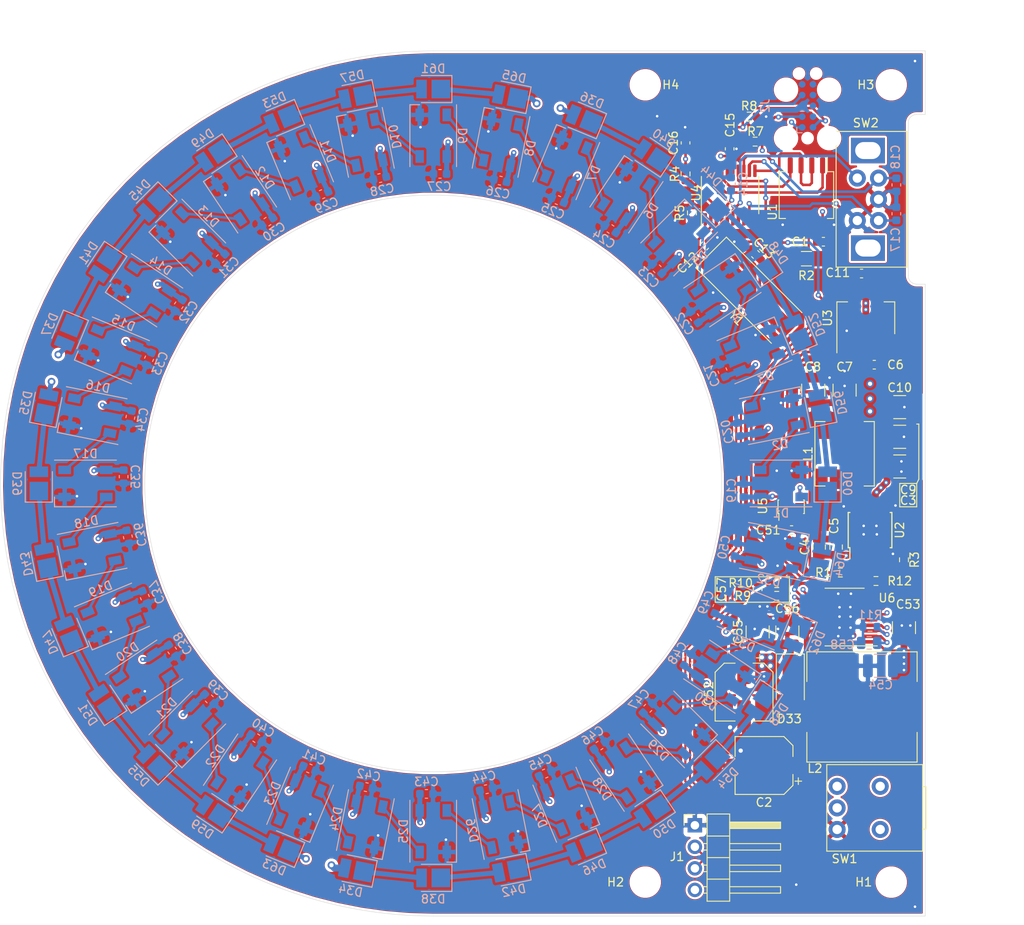
<source format=kicad_pcb>
(kicad_pcb (version 20171130) (host pcbnew 5.1.9)

  (general
    (thickness 1.6)
    (drawings 28)
    (tracks 971)
    (zones 0)
    (modules 151)
    (nets 94)
  )

  (page A4)
  (layers
    (0 F.Cu signal)
    (1 In1.Cu power)
    (2 In2.Cu power)
    (31 B.Cu signal)
    (32 B.Adhes user)
    (33 F.Adhes user)
    (34 B.Paste user)
    (35 F.Paste user)
    (36 B.SilkS user)
    (37 F.SilkS user)
    (38 B.Mask user)
    (39 F.Mask user)
    (40 Dwgs.User user)
    (41 Cmts.User user)
    (42 Eco1.User user)
    (43 Eco2.User user)
    (44 Edge.Cuts user)
    (45 Margin user)
    (46 B.CrtYd user)
    (47 F.CrtYd user)
    (48 B.Fab user hide)
    (49 F.Fab user)
  )

  (setup
    (last_trace_width 0.25)
    (user_trace_width 0.3)
    (user_trace_width 0.6)
    (user_trace_width 0.8)
    (user_trace_width 2.5)
    (trace_clearance 0.2)
    (zone_clearance 0.4)
    (zone_45_only no)
    (trace_min 0.25)
    (via_size 0.8)
    (via_drill 0.4)
    (via_min_size 0.5)
    (via_min_drill 0.3)
    (user_via 0.6 0.3)
    (user_via 0.9 0.5)
    (uvia_size 0.3)
    (uvia_drill 0.1)
    (uvias_allowed no)
    (uvia_min_size 0.2)
    (uvia_min_drill 0.1)
    (edge_width 0.05)
    (segment_width 0.2)
    (pcb_text_width 0.3)
    (pcb_text_size 1.5 1.5)
    (mod_edge_width 0.12)
    (mod_text_size 1 1)
    (mod_text_width 0.15)
    (pad_size 0.7874 0.7874)
    (pad_drill 0)
    (pad_to_mask_clearance 0)
    (aux_axis_origin 70 70)
    (grid_origin 70 70)
    (visible_elements FFFFFF7F)
    (pcbplotparams
      (layerselection 0x010fc_ffffffff)
      (usegerberextensions true)
      (usegerberattributes true)
      (usegerberadvancedattributes true)
      (creategerberjobfile true)
      (excludeedgelayer true)
      (linewidth 0.100000)
      (plotframeref false)
      (viasonmask false)
      (mode 1)
      (useauxorigin false)
      (hpglpennumber 1)
      (hpglpenspeed 20)
      (hpglpendiameter 15.000000)
      (psnegative false)
      (psa4output false)
      (plotreference true)
      (plotvalue true)
      (plotinvisibletext false)
      (padsonsilk false)
      (subtractmaskfromsilk false)
      (outputformat 1)
      (mirror false)
      (drillshape 0)
      (scaleselection 1)
      (outputdirectory "gerber/"))
  )

  (net 0 "")
  (net 1 GND)
  (net 2 +3V3)
  (net 3 /TIM3_CH1)
  (net 4 /TIM3_CH2)
  (net 5 +12V)
  (net 6 +5V)
  (net 7 "Net-(D1-Pad4)")
  (net 8 "Net-(D1-Pad2)")
  (net 9 "Net-(D2-Pad4)")
  (net 10 "Net-(D3-Pad4)")
  (net 11 "Net-(D22-Pad4)")
  (net 12 "Net-(D4-Pad4)")
  (net 13 "Net-(D23-Pad4)")
  (net 14 "Net-(D5-Pad4)")
  (net 15 "Net-(D10-Pad2)")
  (net 16 "Net-(D10-Pad4)")
  (net 17 "Net-(D11-Pad4)")
  (net 18 "Net-(D12-Pad4)")
  (net 19 "Net-(D13-Pad4)")
  (net 20 "Net-(D14-Pad4)")
  (net 21 "Net-(D15-Pad4)")
  (net 22 "Net-(D16-Pad4)")
  (net 23 "Net-(D17-Pad4)")
  (net 24 "Net-(D18-Pad4)")
  (net 25 "Net-(D19-Pad4)")
  (net 26 "Net-(D20-Pad4)")
  (net 27 "Net-(D24-Pad4)")
  (net 28 /DMX+)
  (net 29 /DMX-)
  (net 30 /~RESET)
  (net 31 /STM_RX)
  (net 32 /STM_TX)
  (net 33 /SWCLK)
  (net 34 /SWDIO)
  (net 35 "/LED Grave/SK6812_DATA_IN")
  (net 36 /BUTTON)
  (net 37 "Net-(L1-Pad1)")
  (net 38 "Net-(C12-Pad1)")
  (net 39 "Net-(C13-Pad1)")
  (net 40 "Net-(D6-Pad4)")
  (net 41 "Net-(D7-Pad4)")
  (net 42 "Net-(D8-Pad4)")
  (net 43 "Net-(D21-Pad4)")
  (net 44 "Net-(D25-Pad4)")
  (net 45 "Net-(D26-Pad4)")
  (net 46 "Net-(D27-Pad4)")
  (net 47 "Net-(D28-Pad4)")
  (net 48 "Net-(D29-Pad4)")
  (net 49 "Net-(J1-Pad4)")
  (net 50 "Net-(D34-Pad1)")
  (net 51 "Net-(D35-Pad1)")
  (net 52 "Net-(D36-Pad1)")
  (net 53 "Net-(D37-Pad1)")
  (net 54 "Net-(D38-Pad1)")
  (net 55 "Net-(D39-Pad1)")
  (net 56 "Net-(D40-Pad1)")
  (net 57 "Net-(D41-Pad1)")
  (net 58 "Net-(D42-Pad1)")
  (net 59 "Net-(D43-Pad1)")
  (net 60 "Net-(D44-Pad1)")
  (net 61 "Net-(D45-Pad1)")
  (net 62 "Net-(D46-Pad1)")
  (net 63 "Net-(D47-Pad1)")
  (net 64 "Net-(D48-Pad1)")
  (net 65 "Net-(D49-Pad1)")
  (net 66 "Net-(D50-Pad1)")
  (net 67 "Net-(D51-Pad1)")
  (net 68 "Net-(D52-Pad1)")
  (net 69 "Net-(D53-Pad1)")
  (net 70 "Net-(D54-Pad1)")
  (net 71 "Net-(D55-Pad1)")
  (net 72 "Net-(D56-Pad1)")
  (net 73 "Net-(D57-Pad1)")
  (net 74 "Net-(D58-Pad1)")
  (net 75 "Net-(D59-Pad1)")
  (net 76 "Net-(D60-Pad1)")
  (net 77 "Net-(D61-Pad1)")
  (net 78 "Net-(D62-Pad1)")
  (net 79 "Net-(D63-Pad1)")
  (net 80 "Net-(R1-Pad2)")
  (net 81 /DMX_~RX~TX)
  (net 82 /WHITE_PWM)
  (net 83 /WhiteLEDs/LED_SUPPLY)
  (net 84 "Net-(D30-Pad4)")
  (net 85 "Net-(C57-Pad2)")
  (net 86 "Net-(C58-Pad1)")
  (net 87 "Net-(D31-Pad4)")
  (net 88 "Net-(D33-Pad2)")
  (net 89 "Net-(D64-Pad1)")
  (net 90 "Net-(D65-Pad1)")
  (net 91 "Net-(R5-Pad1)")
  (net 92 "Net-(R11-Pad2)")
  (net 93 "Net-(R12-Pad1)")

  (net_class Default "This is the default net class."
    (clearance 0.2)
    (trace_width 0.25)
    (via_dia 0.8)
    (via_drill 0.4)
    (uvia_dia 0.3)
    (uvia_drill 0.1)
    (diff_pair_width 0.3)
    (diff_pair_gap 0.26)
    (add_net +12V)
    (add_net +3V3)
    (add_net +5V)
    (add_net /BUTTON)
    (add_net /DMX_~RX~TX)
    (add_net "/LED Grave/SK6812_DATA_IN")
    (add_net /STM_RX)
    (add_net /STM_TX)
    (add_net /SWCLK)
    (add_net /SWDIO)
    (add_net /TIM3_CH1)
    (add_net /TIM3_CH2)
    (add_net /WHITE_PWM)
    (add_net /~RESET)
    (add_net GND)
    (add_net "Net-(C12-Pad1)")
    (add_net "Net-(C13-Pad1)")
    (add_net "Net-(C57-Pad2)")
    (add_net "Net-(C58-Pad1)")
    (add_net "Net-(D1-Pad2)")
    (add_net "Net-(D1-Pad4)")
    (add_net "Net-(D10-Pad2)")
    (add_net "Net-(D10-Pad4)")
    (add_net "Net-(D11-Pad4)")
    (add_net "Net-(D12-Pad4)")
    (add_net "Net-(D13-Pad4)")
    (add_net "Net-(D14-Pad4)")
    (add_net "Net-(D15-Pad4)")
    (add_net "Net-(D16-Pad4)")
    (add_net "Net-(D17-Pad4)")
    (add_net "Net-(D18-Pad4)")
    (add_net "Net-(D19-Pad4)")
    (add_net "Net-(D2-Pad4)")
    (add_net "Net-(D20-Pad4)")
    (add_net "Net-(D21-Pad4)")
    (add_net "Net-(D22-Pad4)")
    (add_net "Net-(D23-Pad4)")
    (add_net "Net-(D24-Pad4)")
    (add_net "Net-(D25-Pad4)")
    (add_net "Net-(D26-Pad4)")
    (add_net "Net-(D27-Pad4)")
    (add_net "Net-(D28-Pad4)")
    (add_net "Net-(D29-Pad4)")
    (add_net "Net-(D3-Pad4)")
    (add_net "Net-(D30-Pad4)")
    (add_net "Net-(D31-Pad4)")
    (add_net "Net-(D33-Pad2)")
    (add_net "Net-(D34-Pad1)")
    (add_net "Net-(D35-Pad1)")
    (add_net "Net-(D36-Pad1)")
    (add_net "Net-(D37-Pad1)")
    (add_net "Net-(D38-Pad1)")
    (add_net "Net-(D39-Pad1)")
    (add_net "Net-(D4-Pad4)")
    (add_net "Net-(D40-Pad1)")
    (add_net "Net-(D41-Pad1)")
    (add_net "Net-(D42-Pad1)")
    (add_net "Net-(D43-Pad1)")
    (add_net "Net-(D44-Pad1)")
    (add_net "Net-(D45-Pad1)")
    (add_net "Net-(D46-Pad1)")
    (add_net "Net-(D47-Pad1)")
    (add_net "Net-(D48-Pad1)")
    (add_net "Net-(D49-Pad1)")
    (add_net "Net-(D5-Pad4)")
    (add_net "Net-(D50-Pad1)")
    (add_net "Net-(D51-Pad1)")
    (add_net "Net-(D52-Pad1)")
    (add_net "Net-(D53-Pad1)")
    (add_net "Net-(D54-Pad1)")
    (add_net "Net-(D55-Pad1)")
    (add_net "Net-(D56-Pad1)")
    (add_net "Net-(D57-Pad1)")
    (add_net "Net-(D58-Pad1)")
    (add_net "Net-(D59-Pad1)")
    (add_net "Net-(D6-Pad4)")
    (add_net "Net-(D60-Pad1)")
    (add_net "Net-(D61-Pad1)")
    (add_net "Net-(D62-Pad1)")
    (add_net "Net-(D63-Pad1)")
    (add_net "Net-(D64-Pad1)")
    (add_net "Net-(D65-Pad1)")
    (add_net "Net-(D7-Pad4)")
    (add_net "Net-(D8-Pad4)")
    (add_net "Net-(J1-Pad4)")
    (add_net "Net-(L1-Pad1)")
    (add_net "Net-(R1-Pad2)")
    (add_net "Net-(R11-Pad2)")
    (add_net "Net-(R12-Pad1)")
    (add_net "Net-(R5-Pad1)")
  )

  (net_class DMX-DIFF120 ""
    (clearance 0.2)
    (trace_width 0.25)
    (via_dia 0.6)
    (via_drill 0.3)
    (uvia_dia 0.3)
    (uvia_drill 0.1)
    (diff_pair_width 0.25)
    (diff_pair_gap 0.3)
    (add_net /DMX+)
    (add_net /DMX-)
  )

  (net_class LED_SUPPLY ""
    (clearance 0.35)
    (trace_width 0.25)
    (via_dia 0.8)
    (via_drill 0.4)
    (uvia_dia 0.3)
    (uvia_drill 0.1)
    (diff_pair_width 0.3)
    (diff_pair_gap 0.25)
    (add_net /WhiteLEDs/LED_SUPPLY)
  )

  (module LED_SMD:LED_PLCC_2835 (layer B.Cu) (tedit 5C652239) (tstamp 6062632F)
    (at 52.205 112.96 157.5)
    (descr https://www.luckylight.cn/media/component/data-sheet/R2835BC-B2M-M10.pdf)
    (tags LED)
    (path /606770DB/606AC153)
    (attr smd)
    (fp_text reference D63 (at 0.00596 -2.481147 337.5) (layer B.SilkS)
      (effects (font (size 1 1) (thickness 0.15)) (justify mirror))
    )
    (fp_text value LED (at 0 -2.475 337.5) (layer B.Fab)
      (effects (font (size 1 1) (thickness 0.15)) (justify mirror))
    )
    (fp_line (start -1.05 1.4) (end -1.75 0.7) (layer B.Fab) (width 0.1))
    (fp_line (start -2.2 1.6) (end -2.2 -1.6) (layer B.SilkS) (width 0.12))
    (fp_line (start 1.75 -1.4) (end -1.75 -1.4) (layer B.Fab) (width 0.1))
    (fp_line (start -1.75 -1.4) (end -1.75 0.7) (layer B.Fab) (width 0.1))
    (fp_line (start -1.05 1.4) (end 1.75 1.4) (layer B.Fab) (width 0.1))
    (fp_line (start 1.75 1.4) (end 1.75 -1.4) (layer B.Fab) (width 0.1))
    (fp_line (start 1.4 -1.6) (end -2.2 -1.6) (layer B.SilkS) (width 0.12))
    (fp_line (start 1.4 1.6) (end -2.2 1.6) (layer B.SilkS) (width 0.12))
    (fp_line (start 2.25 -1.65) (end -2.25 -1.65) (layer B.CrtYd) (width 0.05))
    (fp_line (start -2.25 -1.65) (end -2.25 1.65) (layer B.CrtYd) (width 0.05))
    (fp_line (start -2.25 1.65) (end 2.25 1.65) (layer B.CrtYd) (width 0.05))
    (fp_line (start 2.25 1.65) (end 2.25 -1.65) (layer B.CrtYd) (width 0.05))
    (fp_text user %R (at 0 0 337.5) (layer B.Fab)
      (effects (font (size 0.9 0.9) (thickness 0.135)) (justify mirror))
    )
    (pad 2 smd rect (at 1.375 0 157.5) (size 1.25 2.2) (layers B.Cu B.Paste B.Mask)
      (net 75 "Net-(D59-Pad1)"))
    (pad 1 smd rect (at -0.9 0 157.5) (size 2.2 2.2) (layers B.Cu B.Paste B.Mask)
      (net 79 "Net-(D63-Pad1)"))
    (model ${KISYS3DMOD}/LED_SMD.3dshapes/LED_PLCC_2835.wrl
      (at (xyz 0 0 0))
      (scale (xyz 1 1 1))
      (rotate (xyz 0 0 0))
    )
  )

  (module shimatta_smd:Texas_PWP-PDSO-G20 (layer F.Cu) (tedit 605F5732) (tstamp 606231DF)
    (at 118.5 85.75 180)
    (descr "20-Pin Thermally Enhanced Thin Shrink Small-Outline Package, Body 4.4x6.5x1.1mm, Pad 3.0x4.2mm, Texas Instruments (see http://www.ti.com/lit/ds/symlink/lm5118.pdf)")
    (tags "PWP HTSSOP 0.65mm")
    (path /606770DB/606038B7)
    (attr smd)
    (fp_text reference U6 (at -5 2.25) (layer F.SilkS)
      (effects (font (size 1 1) (thickness 0.15)))
    )
    (fp_text value LP8867C-Q1 (at 0 4.5) (layer F.Fab)
      (effects (font (size 1 1) (thickness 0.15)))
    )
    (fp_line (start 2.31 3.4) (end -2.31 3.4) (layer F.SilkS) (width 0.12))
    (fp_line (start 4.11 -3.5) (end -4.11 -3.5) (layer F.CrtYd) (width 0.05))
    (fp_line (start 4.11 3.5) (end 4.11 -3.5) (layer F.CrtYd) (width 0.05))
    (fp_line (start -4.11 3.5) (end 4.11 3.5) (layer F.CrtYd) (width 0.05))
    (fp_line (start -4.11 -3.5) (end -4.11 3.5) (layer F.CrtYd) (width 0.05))
    (fp_line (start -1.2 -3.25) (end -2.2 -2.25) (layer F.Fab) (width 0.1))
    (fp_line (start 2.2 3.25) (end 2.2 -3.25) (layer F.Fab) (width 0.1))
    (fp_line (start -2.2 3.25) (end 2.2 3.25) (layer F.Fab) (width 0.1))
    (fp_line (start -2.2 -2.25) (end -2.2 3.25) (layer F.Fab) (width 0.1))
    (fp_line (start 2.2 -3.25) (end -1.2 -3.25) (layer F.Fab) (width 0.1))
    (fp_line (start 2.31 -3.4) (end -3.86 -3.4) (layer F.SilkS) (width 0.12))
    (fp_text user %R (at 0 0) (layer F.Fab)
      (effects (font (size 1 1) (thickness 0.15)))
    )
    (pad 21 smd rect (at 0 0 180) (size 2.4 3.7) (layers F.Cu F.Paste F.Mask)
      (net 1 GND))
    (pad 20 smd rect (at 2.97 -2.925 180) (size 1.78 0.42) (layers F.Cu F.Paste F.Mask)
      (net 5 +12V))
    (pad 19 smd rect (at 2.97 -2.275 180) (size 1.78 0.42) (layers F.Cu F.Paste F.Mask))
    (pad 18 smd rect (at 2.97 -1.625 180) (size 1.78 0.42) (layers F.Cu F.Paste F.Mask)
      (net 88 "Net-(D33-Pad2)"))
    (pad 17 smd rect (at 2.97 -0.975 180) (size 1.78 0.42) (layers F.Cu F.Paste F.Mask)
      (net 1 GND))
    (pad 16 smd rect (at 2.97 -0.325 180) (size 1.78 0.42) (layers F.Cu F.Paste F.Mask)
      (net 85 "Net-(C57-Pad2)"))
    (pad 15 smd rect (at 2.97 0.325 180) (size 1.78 0.42) (layers F.Cu F.Paste F.Mask)
      (net 78 "Net-(D62-Pad1)"))
    (pad 14 smd rect (at 2.97 0.975 180) (size 1.78 0.42) (layers F.Cu F.Paste F.Mask)
      (net 79 "Net-(D63-Pad1)"))
    (pad 13 smd rect (at 2.97 1.625 180) (size 1.78 0.42) (layers F.Cu F.Paste F.Mask)
      (net 89 "Net-(D64-Pad1)"))
    (pad 12 smd rect (at 2.97 2.275 180) (size 1.78 0.42) (layers F.Cu F.Paste F.Mask)
      (net 90 "Net-(D65-Pad1)"))
    (pad 11 smd rect (at 2.97 2.925 180) (size 1.78 0.42) (layers F.Cu F.Paste F.Mask)
      (net 1 GND))
    (pad 10 smd rect (at -2.97 2.925 180) (size 1.78 0.42) (layers F.Cu F.Paste F.Mask)
      (net 93 "Net-(R12-Pad1)"))
    (pad 9 smd rect (at -2.97 2.275 180) (size 1.78 0.42) (layers F.Cu F.Paste F.Mask)
      (net 1 GND))
    (pad 8 smd rect (at -2.97 1.625 180) (size 1.78 0.42) (layers F.Cu F.Paste F.Mask))
    (pad 7 smd rect (at -2.97 0.975 180) (size 1.78 0.42) (layers F.Cu F.Paste F.Mask)
      (net 82 /WHITE_PWM))
    (pad 6 smd rect (at -2.97 0.325 180) (size 1.78 0.42) (layers F.Cu F.Paste F.Mask)
      (net 2 +3V3))
    (pad 5 smd rect (at -2.97 -0.325 180) (size 1.78 0.42) (layers F.Cu F.Paste F.Mask))
    (pad 4 smd rect (at -2.97 -0.975 180) (size 1.78 0.42) (layers F.Cu F.Paste F.Mask)
      (net 2 +3V3))
    (pad 3 smd rect (at -2.97 -1.625 180) (size 1.78 0.42) (layers F.Cu F.Paste F.Mask)
      (net 92 "Net-(R11-Pad2)"))
    (pad 2 smd rect (at -2.97 -2.275 180) (size 1.78 0.42) (layers F.Cu F.Paste F.Mask)
      (net 86 "Net-(C58-Pad1)"))
    (pad 1 smd rect (at -2.97 -2.925 180) (size 1.78 0.42) (layers F.Cu F.Paste F.Mask)
      (net 5 +12V))
    (model ${KISYS3DMOD}/Package_SO.3dshapes/Texas_PWP0020A.wrl
      (at (xyz 0 0 0))
      (scale (xyz 1 1 1))
      (rotate (xyz 0 0 0))
    )
  )

  (module Connector_PinHeader_2.54mm:PinHeader_1x04_P2.54mm_Horizontal (layer F.Cu) (tedit 59FED5CB) (tstamp 60620783)
    (at 100.85 110.3)
    (descr "Through hole angled pin header, 1x04, 2.54mm pitch, 6mm pin length, single row")
    (tags "Through hole angled pin header THT 1x04 2.54mm single row")
    (path /60165C9A)
    (fp_text reference J1 (at -2.1 3.7) (layer F.SilkS)
      (effects (font (size 1 1) (thickness 0.15)))
    )
    (fp_text value Conn_01x04 (at 4.385 9.89) (layer F.Fab)
      (effects (font (size 1 1) (thickness 0.15)))
    )
    (fp_line (start 10.55 -1.8) (end -1.8 -1.8) (layer F.CrtYd) (width 0.05))
    (fp_line (start 10.55 9.4) (end 10.55 -1.8) (layer F.CrtYd) (width 0.05))
    (fp_line (start -1.8 9.4) (end 10.55 9.4) (layer F.CrtYd) (width 0.05))
    (fp_line (start -1.8 -1.8) (end -1.8 9.4) (layer F.CrtYd) (width 0.05))
    (fp_line (start -1.27 -1.27) (end 0 -1.27) (layer F.SilkS) (width 0.12))
    (fp_line (start -1.27 0) (end -1.27 -1.27) (layer F.SilkS) (width 0.12))
    (fp_line (start 1.042929 8) (end 1.44 8) (layer F.SilkS) (width 0.12))
    (fp_line (start 1.042929 7.24) (end 1.44 7.24) (layer F.SilkS) (width 0.12))
    (fp_line (start 10.1 8) (end 4.1 8) (layer F.SilkS) (width 0.12))
    (fp_line (start 10.1 7.24) (end 10.1 8) (layer F.SilkS) (width 0.12))
    (fp_line (start 4.1 7.24) (end 10.1 7.24) (layer F.SilkS) (width 0.12))
    (fp_line (start 1.44 6.35) (end 4.1 6.35) (layer F.SilkS) (width 0.12))
    (fp_line (start 1.042929 5.46) (end 1.44 5.46) (layer F.SilkS) (width 0.12))
    (fp_line (start 1.042929 4.7) (end 1.44 4.7) (layer F.SilkS) (width 0.12))
    (fp_line (start 10.1 5.46) (end 4.1 5.46) (layer F.SilkS) (width 0.12))
    (fp_line (start 10.1 4.7) (end 10.1 5.46) (layer F.SilkS) (width 0.12))
    (fp_line (start 4.1 4.7) (end 10.1 4.7) (layer F.SilkS) (width 0.12))
    (fp_line (start 1.44 3.81) (end 4.1 3.81) (layer F.SilkS) (width 0.12))
    (fp_line (start 1.042929 2.92) (end 1.44 2.92) (layer F.SilkS) (width 0.12))
    (fp_line (start 1.042929 2.16) (end 1.44 2.16) (layer F.SilkS) (width 0.12))
    (fp_line (start 10.1 2.92) (end 4.1 2.92) (layer F.SilkS) (width 0.12))
    (fp_line (start 10.1 2.16) (end 10.1 2.92) (layer F.SilkS) (width 0.12))
    (fp_line (start 4.1 2.16) (end 10.1 2.16) (layer F.SilkS) (width 0.12))
    (fp_line (start 1.44 1.27) (end 4.1 1.27) (layer F.SilkS) (width 0.12))
    (fp_line (start 1.11 0.38) (end 1.44 0.38) (layer F.SilkS) (width 0.12))
    (fp_line (start 1.11 -0.38) (end 1.44 -0.38) (layer F.SilkS) (width 0.12))
    (fp_line (start 4.1 0.28) (end 10.1 0.28) (layer F.SilkS) (width 0.12))
    (fp_line (start 4.1 0.16) (end 10.1 0.16) (layer F.SilkS) (width 0.12))
    (fp_line (start 4.1 0.04) (end 10.1 0.04) (layer F.SilkS) (width 0.12))
    (fp_line (start 4.1 -0.08) (end 10.1 -0.08) (layer F.SilkS) (width 0.12))
    (fp_line (start 4.1 -0.2) (end 10.1 -0.2) (layer F.SilkS) (width 0.12))
    (fp_line (start 4.1 -0.32) (end 10.1 -0.32) (layer F.SilkS) (width 0.12))
    (fp_line (start 10.1 0.38) (end 4.1 0.38) (layer F.SilkS) (width 0.12))
    (fp_line (start 10.1 -0.38) (end 10.1 0.38) (layer F.SilkS) (width 0.12))
    (fp_line (start 4.1 -0.38) (end 10.1 -0.38) (layer F.SilkS) (width 0.12))
    (fp_line (start 4.1 -1.33) (end 1.44 -1.33) (layer F.SilkS) (width 0.12))
    (fp_line (start 4.1 8.95) (end 4.1 -1.33) (layer F.SilkS) (width 0.12))
    (fp_line (start 1.44 8.95) (end 4.1 8.95) (layer F.SilkS) (width 0.12))
    (fp_line (start 1.44 -1.33) (end 1.44 8.95) (layer F.SilkS) (width 0.12))
    (fp_line (start 4.04 7.94) (end 10.04 7.94) (layer F.Fab) (width 0.1))
    (fp_line (start 10.04 7.3) (end 10.04 7.94) (layer F.Fab) (width 0.1))
    (fp_line (start 4.04 7.3) (end 10.04 7.3) (layer F.Fab) (width 0.1))
    (fp_line (start -0.32 7.94) (end 1.5 7.94) (layer F.Fab) (width 0.1))
    (fp_line (start -0.32 7.3) (end -0.32 7.94) (layer F.Fab) (width 0.1))
    (fp_line (start -0.32 7.3) (end 1.5 7.3) (layer F.Fab) (width 0.1))
    (fp_line (start 4.04 5.4) (end 10.04 5.4) (layer F.Fab) (width 0.1))
    (fp_line (start 10.04 4.76) (end 10.04 5.4) (layer F.Fab) (width 0.1))
    (fp_line (start 4.04 4.76) (end 10.04 4.76) (layer F.Fab) (width 0.1))
    (fp_line (start -0.32 5.4) (end 1.5 5.4) (layer F.Fab) (width 0.1))
    (fp_line (start -0.32 4.76) (end -0.32 5.4) (layer F.Fab) (width 0.1))
    (fp_line (start -0.32 4.76) (end 1.5 4.76) (layer F.Fab) (width 0.1))
    (fp_line (start 4.04 2.86) (end 10.04 2.86) (layer F.Fab) (width 0.1))
    (fp_line (start 10.04 2.22) (end 10.04 2.86) (layer F.Fab) (width 0.1))
    (fp_line (start 4.04 2.22) (end 10.04 2.22) (layer F.Fab) (width 0.1))
    (fp_line (start -0.32 2.86) (end 1.5 2.86) (layer F.Fab) (width 0.1))
    (fp_line (start -0.32 2.22) (end -0.32 2.86) (layer F.Fab) (width 0.1))
    (fp_line (start -0.32 2.22) (end 1.5 2.22) (layer F.Fab) (width 0.1))
    (fp_line (start 4.04 0.32) (end 10.04 0.32) (layer F.Fab) (width 0.1))
    (fp_line (start 10.04 -0.32) (end 10.04 0.32) (layer F.Fab) (width 0.1))
    (fp_line (start 4.04 -0.32) (end 10.04 -0.32) (layer F.Fab) (width 0.1))
    (fp_line (start -0.32 0.32) (end 1.5 0.32) (layer F.Fab) (width 0.1))
    (fp_line (start -0.32 -0.32) (end -0.32 0.32) (layer F.Fab) (width 0.1))
    (fp_line (start -0.32 -0.32) (end 1.5 -0.32) (layer F.Fab) (width 0.1))
    (fp_line (start 1.5 -0.635) (end 2.135 -1.27) (layer F.Fab) (width 0.1))
    (fp_line (start 1.5 8.89) (end 1.5 -0.635) (layer F.Fab) (width 0.1))
    (fp_line (start 4.04 8.89) (end 1.5 8.89) (layer F.Fab) (width 0.1))
    (fp_line (start 4.04 -1.27) (end 4.04 8.89) (layer F.Fab) (width 0.1))
    (fp_line (start 2.135 -1.27) (end 4.04 -1.27) (layer F.Fab) (width 0.1))
    (fp_text user %R (at 2.77 3.81 90) (layer F.Fab)
      (effects (font (size 1 1) (thickness 0.15)))
    )
    (pad 4 thru_hole oval (at 0 7.62) (size 1.7 1.7) (drill 1) (layers *.Cu *.Mask)
      (net 49 "Net-(J1-Pad4)"))
    (pad 3 thru_hole oval (at 0 5.08) (size 1.7 1.7) (drill 1) (layers *.Cu *.Mask)
      (net 29 /DMX-))
    (pad 2 thru_hole oval (at 0 2.54) (size 1.7 1.7) (drill 1) (layers *.Cu *.Mask)
      (net 28 /DMX+))
    (pad 1 thru_hole rect (at 0 0) (size 1.7 1.7) (drill 1) (layers *.Cu *.Mask)
      (net 1 GND))
    (model ${KISYS3DMOD}/Connector_PinHeader_2.54mm.3dshapes/PinHeader_1x04_P2.54mm_Horizontal.wrl
      (at (xyz 0 0 0))
      (scale (xyz 1 1 1))
      (rotate (xyz 0 0 0))
    )
  )

  (module LED_SMD:LED_SK6812_PLCC4_5.0x5.0mm_P3.2mm (layer B.Cu) (tedit 5AA4B263) (tstamp 6061FF09)
    (at 110.212 77.999 348.8)
    (descr https://cdn-shop.adafruit.com/product-files/1138/SK6812+LED+datasheet+.pdf)
    (tags "LED RGB NeoPixel")
    (path /60184A6B/607DDDBD)
    (attr smd)
    (fp_text reference D32 (at 0 3.5 168.8) (layer B.SilkS)
      (effects (font (size 1 1) (thickness 0.15)) (justify mirror))
    )
    (fp_text value SK6812 (at 0 -4 168.8) (layer B.Fab)
      (effects (font (size 1 1) (thickness 0.15)) (justify mirror))
    )
    (fp_line (start 3.45 2.75) (end -3.45 2.75) (layer B.CrtYd) (width 0.05))
    (fp_line (start 3.45 -2.75) (end 3.45 2.75) (layer B.CrtYd) (width 0.05))
    (fp_line (start -3.45 -2.75) (end 3.45 -2.75) (layer B.CrtYd) (width 0.05))
    (fp_line (start -3.45 2.75) (end -3.45 -2.75) (layer B.CrtYd) (width 0.05))
    (fp_line (start 2.5 -1.5) (end 1.5 -2.5) (layer B.Fab) (width 0.1))
    (fp_line (start -2.5 2.5) (end -2.5 -2.5) (layer B.Fab) (width 0.1))
    (fp_line (start -2.5 -2.5) (end 2.5 -2.5) (layer B.Fab) (width 0.1))
    (fp_line (start 2.5 -2.5) (end 2.5 2.5) (layer B.Fab) (width 0.1))
    (fp_line (start 2.5 2.5) (end -2.5 2.5) (layer B.Fab) (width 0.1))
    (fp_line (start -3.65 2.75) (end 3.65 2.75) (layer B.SilkS) (width 0.12))
    (fp_line (start -3.65 -2.75) (end 3.65 -2.75) (layer B.SilkS) (width 0.12))
    (fp_line (start 3.65 -2.75) (end 3.65 -1.6) (layer B.SilkS) (width 0.12))
    (fp_circle (center 0 0) (end 0 2) (layer B.Fab) (width 0.1))
    (fp_text user %R (at 0 0 168.8) (layer B.Fab)
      (effects (font (size 0.8 0.8) (thickness 0.15)) (justify mirror))
    )
    (pad 3 smd rect (at -2.45 1.6 348.8) (size 1.5 1) (layers B.Cu B.Paste B.Mask)
      (net 6 +5V))
    (pad 4 smd rect (at -2.45 -1.6 348.8) (size 1.5 1) (layers B.Cu B.Paste B.Mask))
    (pad 2 smd rect (at 2.45 1.6 348.8) (size 1.5 1) (layers B.Cu B.Paste B.Mask)
      (net 87 "Net-(D31-Pad4)"))
    (pad 1 smd rect (at 2.45 -1.6 348.8) (size 1.5 1) (layers B.Cu B.Paste B.Mask)
      (net 1 GND))
    (model ${KISYS3DMOD}/LED_SMD.3dshapes/LED_SK6812_PLCC4_5.0x5.0mm_P3.2mm.wrl
      (at (xyz 0 0 0))
      (scale (xyz 1 1 1))
      (rotate (xyz 0 0 0))
    )
  )

  (module LED_SMD:LED_SK6812_PLCC4_5.0x5.0mm_P3.2mm (layer B.Cu) (tedit 5AA4B263) (tstamp 6061FEF3)
    (at 107.879 85.69 337.5)
    (descr https://cdn-shop.adafruit.com/product-files/1138/SK6812+LED+datasheet+.pdf)
    (tags "LED RGB NeoPixel")
    (path /60184A6B/607DD711)
    (attr smd)
    (fp_text reference D31 (at 0 3.5 157.5) (layer B.SilkS)
      (effects (font (size 1 1) (thickness 0.15)) (justify mirror))
    )
    (fp_text value SK6812 (at 0 -4 157.5) (layer B.Fab)
      (effects (font (size 1 1) (thickness 0.15)) (justify mirror))
    )
    (fp_line (start 3.45 2.75) (end -3.45 2.75) (layer B.CrtYd) (width 0.05))
    (fp_line (start 3.45 -2.75) (end 3.45 2.75) (layer B.CrtYd) (width 0.05))
    (fp_line (start -3.45 -2.75) (end 3.45 -2.75) (layer B.CrtYd) (width 0.05))
    (fp_line (start -3.45 2.75) (end -3.45 -2.75) (layer B.CrtYd) (width 0.05))
    (fp_line (start 2.5 -1.5) (end 1.5 -2.5) (layer B.Fab) (width 0.1))
    (fp_line (start -2.5 2.5) (end -2.5 -2.5) (layer B.Fab) (width 0.1))
    (fp_line (start -2.5 -2.5) (end 2.5 -2.5) (layer B.Fab) (width 0.1))
    (fp_line (start 2.5 -2.5) (end 2.5 2.5) (layer B.Fab) (width 0.1))
    (fp_line (start 2.5 2.5) (end -2.5 2.5) (layer B.Fab) (width 0.1))
    (fp_line (start -3.65 2.75) (end 3.65 2.75) (layer B.SilkS) (width 0.12))
    (fp_line (start -3.65 -2.75) (end 3.65 -2.75) (layer B.SilkS) (width 0.12))
    (fp_line (start 3.65 -2.75) (end 3.65 -1.6) (layer B.SilkS) (width 0.12))
    (fp_circle (center 0 0) (end 0 2) (layer B.Fab) (width 0.1))
    (fp_text user %R (at 0 0 157.5) (layer B.Fab)
      (effects (font (size 0.8 0.8) (thickness 0.15)) (justify mirror))
    )
    (pad 3 smd rect (at -2.45 1.6 337.5) (size 1.5 1) (layers B.Cu B.Paste B.Mask)
      (net 6 +5V))
    (pad 4 smd rect (at -2.45 -1.6 337.5) (size 1.5 1) (layers B.Cu B.Paste B.Mask)
      (net 87 "Net-(D31-Pad4)"))
    (pad 2 smd rect (at 2.45 1.6 337.5) (size 1.5 1) (layers B.Cu B.Paste B.Mask)
      (net 84 "Net-(D30-Pad4)"))
    (pad 1 smd rect (at 2.45 -1.6 337.5) (size 1.5 1) (layers B.Cu B.Paste B.Mask)
      (net 1 GND))
    (model ${KISYS3DMOD}/LED_SMD.3dshapes/LED_SK6812_PLCC4_5.0x5.0mm_P3.2mm.wrl
      (at (xyz 0 0 0))
      (scale (xyz 1 1 1))
      (rotate (xyz 0 0 0))
    )
  )

  (module Capacitor_SMD:C_0603_1608Metric (layer F.Cu) (tedit 5F68FEEE) (tstamp 6061F96A)
    (at 112.25 75.5 180)
    (descr "Capacitor SMD 0603 (1608 Metric), square (rectangular) end terminal, IPC_7351 nominal, (Body size source: IPC-SM-782 page 76, https://www.pcb-3d.com/wordpress/wp-content/uploads/ipc-sm-782a_amendment_1_and_2.pdf), generated with kicad-footprint-generator")
    (tags capacitor)
    (path /60184A6B/607DDDDD)
    (attr smd)
    (fp_text reference C51 (at 2.75 0) (layer F.SilkS)
      (effects (font (size 1 1) (thickness 0.15)))
    )
    (fp_text value 100n (at 0 1.43) (layer F.Fab)
      (effects (font (size 1 1) (thickness 0.15)))
    )
    (fp_line (start -0.8 0.4) (end -0.8 -0.4) (layer F.Fab) (width 0.1))
    (fp_line (start -0.8 -0.4) (end 0.8 -0.4) (layer F.Fab) (width 0.1))
    (fp_line (start 0.8 -0.4) (end 0.8 0.4) (layer F.Fab) (width 0.1))
    (fp_line (start 0.8 0.4) (end -0.8 0.4) (layer F.Fab) (width 0.1))
    (fp_line (start -0.14058 -0.51) (end 0.14058 -0.51) (layer F.SilkS) (width 0.12))
    (fp_line (start -0.14058 0.51) (end 0.14058 0.51) (layer F.SilkS) (width 0.12))
    (fp_line (start -1.48 0.73) (end -1.48 -0.73) (layer F.CrtYd) (width 0.05))
    (fp_line (start -1.48 -0.73) (end 1.48 -0.73) (layer F.CrtYd) (width 0.05))
    (fp_line (start 1.48 -0.73) (end 1.48 0.73) (layer F.CrtYd) (width 0.05))
    (fp_line (start 1.48 0.73) (end -1.48 0.73) (layer F.CrtYd) (width 0.05))
    (fp_text user %R (at 0 0) (layer F.Fab)
      (effects (font (size 0.4 0.4) (thickness 0.06)))
    )
    (pad 2 smd roundrect (at 0.775 0 180) (size 0.9 0.95) (layers F.Cu F.Paste F.Mask) (roundrect_rratio 0.25)
      (net 6 +5V))
    (pad 1 smd roundrect (at -0.775 0 180) (size 0.9 0.95) (layers F.Cu F.Paste F.Mask) (roundrect_rratio 0.25)
      (net 1 GND))
    (model ${KISYS3DMOD}/Capacitor_SMD.3dshapes/C_0603_1608Metric.wrl
      (at (xyz 0 0 0))
      (scale (xyz 1 1 1))
      (rotate (xyz 0 0 0))
    )
  )

  (module Capacitor_SMD:C_0603_1608Metric (layer B.Cu) (tedit 5F68FEEE) (tstamp 6061F959)
    (at 105.7 77.8 258.8)
    (descr "Capacitor SMD 0603 (1608 Metric), square (rectangular) end terminal, IPC_7351 nominal, (Body size source: IPC-SM-782 page 76, https://www.pcb-3d.com/wordpress/wp-content/uploads/ipc-sm-782a_amendment_1_and_2.pdf), generated with kicad-footprint-generator")
    (tags capacitor)
    (path /60184A6B/607DDDA3)
    (attr smd)
    (fp_text reference C50 (at 0 1.43 78.8) (layer B.SilkS)
      (effects (font (size 1 1) (thickness 0.15)) (justify mirror))
    )
    (fp_text value 100n (at 0 -1.43 78.8) (layer B.Fab)
      (effects (font (size 1 1) (thickness 0.15)) (justify mirror))
    )
    (fp_line (start -0.8 -0.4) (end -0.8 0.4) (layer B.Fab) (width 0.1))
    (fp_line (start -0.8 0.4) (end 0.8 0.4) (layer B.Fab) (width 0.1))
    (fp_line (start 0.8 0.4) (end 0.8 -0.4) (layer B.Fab) (width 0.1))
    (fp_line (start 0.8 -0.4) (end -0.8 -0.4) (layer B.Fab) (width 0.1))
    (fp_line (start -0.14058 0.51) (end 0.14058 0.51) (layer B.SilkS) (width 0.12))
    (fp_line (start -0.14058 -0.51) (end 0.14058 -0.51) (layer B.SilkS) (width 0.12))
    (fp_line (start -1.48 -0.73) (end -1.48 0.73) (layer B.CrtYd) (width 0.05))
    (fp_line (start -1.48 0.73) (end 1.48 0.73) (layer B.CrtYd) (width 0.05))
    (fp_line (start 1.48 0.73) (end 1.48 -0.73) (layer B.CrtYd) (width 0.05))
    (fp_line (start 1.48 -0.73) (end -1.48 -0.73) (layer B.CrtYd) (width 0.05))
    (fp_text user %R (at 0 0 78.8) (layer B.Fab)
      (effects (font (size 0.4 0.4) (thickness 0.06)) (justify mirror))
    )
    (pad 2 smd roundrect (at 0.775 0 258.8) (size 0.9 0.95) (layers B.Cu B.Paste B.Mask) (roundrect_rratio 0.25)
      (net 6 +5V))
    (pad 1 smd roundrect (at -0.775 0 258.8) (size 0.9 0.95) (layers B.Cu B.Paste B.Mask) (roundrect_rratio 0.25)
      (net 1 GND))
    (model ${KISYS3DMOD}/Capacitor_SMD.3dshapes/C_0603_1608Metric.wrl
      (at (xyz 0 0 0))
      (scale (xyz 1 1 1))
      (rotate (xyz 0 0 0))
    )
  )

  (module Crystal:Crystal_SMD_HC49-SD (layer F.Cu) (tedit 5A1AD52C) (tstamp 6060273B)
    (at 107.5 47.5 315)
    (descr "SMD Crystal HC-49-SD http://cdn-reichelt.de/documents/datenblatt/B400/xxx-HC49-SMD.pdf, 11.4x4.7mm^2 package")
    (tags "SMD SMT crystal")
    (path /5FFF8B8B)
    (attr smd)
    (fp_text reference Y1 (at 0.883883 3.358757 135) (layer F.SilkS)
      (effects (font (size 1 1) (thickness 0.15)))
    )
    (fp_text value "8 MHz" (at 0 3.55 135) (layer F.Fab)
      (effects (font (size 1 1) (thickness 0.15)))
    )
    (fp_line (start 6.8 -2.6) (end -6.8 -2.6) (layer F.CrtYd) (width 0.05))
    (fp_line (start 6.8 2.6) (end 6.8 -2.6) (layer F.CrtYd) (width 0.05))
    (fp_line (start -6.8 2.6) (end 6.8 2.6) (layer F.CrtYd) (width 0.05))
    (fp_line (start -6.8 -2.6) (end -6.8 2.6) (layer F.CrtYd) (width 0.05))
    (fp_line (start -6.7 2.55) (end 5.9 2.55) (layer F.SilkS) (width 0.12))
    (fp_line (start -6.7 -2.55) (end -6.7 2.55) (layer F.SilkS) (width 0.12))
    (fp_line (start 5.9 -2.55) (end -6.7 -2.55) (layer F.SilkS) (width 0.12))
    (fp_line (start -3.015 2.115) (end 3.015 2.115) (layer F.Fab) (width 0.1))
    (fp_line (start -3.015 -2.115) (end 3.015 -2.115) (layer F.Fab) (width 0.1))
    (fp_line (start 5.7 -2.35) (end -5.7 -2.35) (layer F.Fab) (width 0.1))
    (fp_line (start 5.7 2.35) (end 5.7 -2.35) (layer F.Fab) (width 0.1))
    (fp_line (start -5.7 2.35) (end 5.7 2.35) (layer F.Fab) (width 0.1))
    (fp_line (start -5.7 -2.35) (end -5.7 2.35) (layer F.Fab) (width 0.1))
    (fp_arc (start 3.015 0) (end 3.015 -2.115) (angle 180) (layer F.Fab) (width 0.1))
    (fp_arc (start -3.015 0) (end -3.015 -2.115) (angle -180) (layer F.Fab) (width 0.1))
    (fp_text user %R (at 0 0 135) (layer F.Fab)
      (effects (font (size 1 1) (thickness 0.15)))
    )
    (pad 2 smd rect (at 4.25 0 315) (size 4.5 2) (layers F.Cu F.Paste F.Mask)
      (net 39 "Net-(C13-Pad1)"))
    (pad 1 smd rect (at -4.25 0 315) (size 4.5 2) (layers F.Cu F.Paste F.Mask)
      (net 38 "Net-(C12-Pad1)"))
    (model ${KISYS3DMOD}/Crystal.3dshapes/Crystal_SMD_HC49-SD.wrl
      (at (xyz 0 0 0))
      (scale (xyz 1 1 1))
      (rotate (xyz 0 0 0))
    )
  )

  (module shimatta_smd:SOT-25 (layer F.Cu) (tedit 600B4DBC) (tstamp 60602700)
    (at 112.25 72.75)
    (path /60184A6B/6000EF13)
    (fp_text reference U5 (at -3.4 -0.1 90) (layer F.SilkS)
      (effects (font (size 1 1) (thickness 0.15)))
    )
    (fp_text value 74AHCT1G126 (at 0 -1.9) (layer F.Fab)
      (effects (font (size 1 1) (thickness 0.15)))
    )
    (fp_line (start 1.5 0.8) (end 1.4 0.8) (layer F.SilkS) (width 0.12))
    (fp_line (start 1.5 -0.8) (end 1.5 0.8) (layer F.SilkS) (width 0.12))
    (fp_line (start 1.4 -0.8) (end 1.5 -0.8) (layer F.SilkS) (width 0.12))
    (fp_line (start -1.6 -0.8) (end -1.5 -0.8) (layer F.SilkS) (width 0.12))
    (fp_line (start -1.6 0) (end -1.6 -0.8) (layer F.SilkS) (width 0.12))
    (fp_line (start -1.5 0.8) (end -1.5 1.6) (layer F.SilkS) (width 0.12))
    (fp_line (start -1.5 0.8) (end -1.5 0.8) (layer F.SilkS) (width 0.12))
    (fp_line (start -1.6 0.8) (end -1.5 0.8) (layer F.SilkS) (width 0.12))
    (fp_line (start -1.6 0) (end -1.6 0.8) (layer F.SilkS) (width 0.12))
    (pad 5 smd rect (at -0.95 -1.2) (size 0.7 1) (layers F.Cu F.Paste F.Mask)
      (net 6 +5V))
    (pad 4 smd rect (at 0.95 -1.2) (size 0.7 1) (layers F.Cu F.Paste F.Mask)
      (net 8 "Net-(D1-Pad2)"))
    (pad 3 smd rect (at 0.95 1.2) (size 0.7 1) (layers F.Cu F.Paste F.Mask)
      (net 1 GND))
    (pad 2 smd rect (at 0 1.2) (size 0.7 1) (layers F.Cu F.Paste F.Mask)
      (net 35 "/LED Grave/SK6812_DATA_IN"))
    (pad 1 smd rect (at -0.95 1.2) (size 0.7 1) (layers F.Cu F.Paste F.Mask)
      (net 6 +5V))
  )

  (module Package_SO:TSSOP-20_4.4x6.5mm_P0.65mm (layer F.Cu) (tedit 5E476F32) (tstamp 606026EE)
    (at 105 36 90)
    (descr "TSSOP, 20 Pin (JEDEC MO-153 Var AC https://www.jedec.org/document_search?search_api_views_fulltext=MO-153), generated with kicad-footprint-generator ipc_gullwing_generator.py")
    (tags "TSSOP SO")
    (path /5FFCA58E)
    (attr smd)
    (fp_text reference U4 (at 0.25 -4 90) (layer F.SilkS)
      (effects (font (size 1 1) (thickness 0.15)))
    )
    (fp_text value STM32F030F4Px (at 0 4.2 90) (layer F.Fab)
      (effects (font (size 1 1) (thickness 0.15)))
    )
    (fp_line (start 3.85 -3.5) (end -3.85 -3.5) (layer F.CrtYd) (width 0.05))
    (fp_line (start 3.85 3.5) (end 3.85 -3.5) (layer F.CrtYd) (width 0.05))
    (fp_line (start -3.85 3.5) (end 3.85 3.5) (layer F.CrtYd) (width 0.05))
    (fp_line (start -3.85 -3.5) (end -3.85 3.5) (layer F.CrtYd) (width 0.05))
    (fp_line (start -2.2 -2.25) (end -1.2 -3.25) (layer F.Fab) (width 0.1))
    (fp_line (start -2.2 3.25) (end -2.2 -2.25) (layer F.Fab) (width 0.1))
    (fp_line (start 2.2 3.25) (end -2.2 3.25) (layer F.Fab) (width 0.1))
    (fp_line (start 2.2 -3.25) (end 2.2 3.25) (layer F.Fab) (width 0.1))
    (fp_line (start -1.2 -3.25) (end 2.2 -3.25) (layer F.Fab) (width 0.1))
    (fp_line (start 0 -3.385) (end -3.6 -3.385) (layer F.SilkS) (width 0.12))
    (fp_line (start 0 -3.385) (end 2.2 -3.385) (layer F.SilkS) (width 0.12))
    (fp_line (start 0 3.385) (end -2.2 3.385) (layer F.SilkS) (width 0.12))
    (fp_line (start 0 3.385) (end 2.2 3.385) (layer F.SilkS) (width 0.12))
    (fp_text user %R (at 0 0 90) (layer F.Fab)
      (effects (font (size 1 1) (thickness 0.15)))
    )
    (pad 20 smd roundrect (at 2.8625 -2.925 90) (size 1.475 0.4) (layers F.Cu F.Paste F.Mask) (roundrect_rratio 0.25)
      (net 33 /SWCLK))
    (pad 19 smd roundrect (at 2.8625 -2.275 90) (size 1.475 0.4) (layers F.Cu F.Paste F.Mask) (roundrect_rratio 0.25)
      (net 34 /SWDIO))
    (pad 18 smd roundrect (at 2.8625 -1.625 90) (size 1.475 0.4) (layers F.Cu F.Paste F.Mask) (roundrect_rratio 0.25)
      (net 31 /STM_RX))
    (pad 17 smd roundrect (at 2.8625 -0.975 90) (size 1.475 0.4) (layers F.Cu F.Paste F.Mask) (roundrect_rratio 0.25)
      (net 32 /STM_TX))
    (pad 16 smd roundrect (at 2.8625 -0.325 90) (size 1.475 0.4) (layers F.Cu F.Paste F.Mask) (roundrect_rratio 0.25)
      (net 2 +3V3))
    (pad 15 smd roundrect (at 2.8625 0.325 90) (size 1.475 0.4) (layers F.Cu F.Paste F.Mask) (roundrect_rratio 0.25)
      (net 1 GND))
    (pad 14 smd roundrect (at 2.8625 0.975 90) (size 1.475 0.4) (layers F.Cu F.Paste F.Mask) (roundrect_rratio 0.25)
      (net 82 /WHITE_PWM))
    (pad 13 smd roundrect (at 2.8625 1.625 90) (size 1.475 0.4) (layers F.Cu F.Paste F.Mask) (roundrect_rratio 0.25)
      (net 4 /TIM3_CH2))
    (pad 12 smd roundrect (at 2.8625 2.275 90) (size 1.475 0.4) (layers F.Cu F.Paste F.Mask) (roundrect_rratio 0.25)
      (net 3 /TIM3_CH1))
    (pad 11 smd roundrect (at 2.8625 2.925 90) (size 1.475 0.4) (layers F.Cu F.Paste F.Mask) (roundrect_rratio 0.25)
      (net 81 /DMX_~RX~TX))
    (pad 10 smd roundrect (at -2.8625 2.925 90) (size 1.475 0.4) (layers F.Cu F.Paste F.Mask) (roundrect_rratio 0.25))
    (pad 9 smd roundrect (at -2.8625 2.275 90) (size 1.475 0.4) (layers F.Cu F.Paste F.Mask) (roundrect_rratio 0.25)
      (net 35 "/LED Grave/SK6812_DATA_IN"))
    (pad 8 smd roundrect (at -2.8625 1.625 90) (size 1.475 0.4) (layers F.Cu F.Paste F.Mask) (roundrect_rratio 0.25))
    (pad 7 smd roundrect (at -2.8625 0.975 90) (size 1.475 0.4) (layers F.Cu F.Paste F.Mask) (roundrect_rratio 0.25))
    (pad 6 smd roundrect (at -2.8625 0.325 90) (size 1.475 0.4) (layers F.Cu F.Paste F.Mask) (roundrect_rratio 0.25)
      (net 36 /BUTTON))
    (pad 5 smd roundrect (at -2.8625 -0.325 90) (size 1.475 0.4) (layers F.Cu F.Paste F.Mask) (roundrect_rratio 0.25)
      (net 2 +3V3))
    (pad 4 smd roundrect (at -2.8625 -0.975 90) (size 1.475 0.4) (layers F.Cu F.Paste F.Mask) (roundrect_rratio 0.25)
      (net 30 /~RESET))
    (pad 3 smd roundrect (at -2.8625 -1.625 90) (size 1.475 0.4) (layers F.Cu F.Paste F.Mask) (roundrect_rratio 0.25)
      (net 39 "Net-(C13-Pad1)"))
    (pad 2 smd roundrect (at -2.8625 -2.275 90) (size 1.475 0.4) (layers F.Cu F.Paste F.Mask) (roundrect_rratio 0.25)
      (net 38 "Net-(C12-Pad1)"))
    (pad 1 smd roundrect (at -2.8625 -2.925 90) (size 1.475 0.4) (layers F.Cu F.Paste F.Mask) (roundrect_rratio 0.25)
      (net 91 "Net-(R5-Pad1)"))
    (model ${KISYS3DMOD}/Package_SO.3dshapes/TSSOP-20_4.4x6.5mm_P0.65mm.wrl
      (at (xyz 0 0 0))
      (scale (xyz 1 1 1))
      (rotate (xyz 0 0 0))
    )
  )

  (module Package_TO_SOT_SMD:SOT-223-3_TabPin2 (layer F.Cu) (tedit 5A02FF57) (tstamp 606026C8)
    (at 121 50.5 90)
    (descr "module CMS SOT223 4 pins")
    (tags "CMS SOT")
    (path /600D7EED)
    (attr smd)
    (fp_text reference U3 (at 0 -4.5 90) (layer F.SilkS)
      (effects (font (size 1 1) (thickness 0.15)))
    )
    (fp_text value AP1117-33 (at 0 4.5 90) (layer F.Fab)
      (effects (font (size 1 1) (thickness 0.15)))
    )
    (fp_line (start 1.85 -3.35) (end 1.85 3.35) (layer F.Fab) (width 0.1))
    (fp_line (start -1.85 3.35) (end 1.85 3.35) (layer F.Fab) (width 0.1))
    (fp_line (start -4.1 -3.41) (end 1.91 -3.41) (layer F.SilkS) (width 0.12))
    (fp_line (start -0.85 -3.35) (end 1.85 -3.35) (layer F.Fab) (width 0.1))
    (fp_line (start -1.85 3.41) (end 1.91 3.41) (layer F.SilkS) (width 0.12))
    (fp_line (start -1.85 -2.35) (end -1.85 3.35) (layer F.Fab) (width 0.1))
    (fp_line (start -1.85 -2.35) (end -0.85 -3.35) (layer F.Fab) (width 0.1))
    (fp_line (start -4.4 -3.6) (end -4.4 3.6) (layer F.CrtYd) (width 0.05))
    (fp_line (start -4.4 3.6) (end 4.4 3.6) (layer F.CrtYd) (width 0.05))
    (fp_line (start 4.4 3.6) (end 4.4 -3.6) (layer F.CrtYd) (width 0.05))
    (fp_line (start 4.4 -3.6) (end -4.4 -3.6) (layer F.CrtYd) (width 0.05))
    (fp_line (start 1.91 -3.41) (end 1.91 -2.15) (layer F.SilkS) (width 0.12))
    (fp_line (start 1.91 3.41) (end 1.91 2.15) (layer F.SilkS) (width 0.12))
    (fp_text user %R (at 0 0) (layer F.Fab)
      (effects (font (size 0.8 0.8) (thickness 0.12)))
    )
    (pad 1 smd rect (at -3.15 -2.3 90) (size 2 1.5) (layers F.Cu F.Paste F.Mask)
      (net 1 GND))
    (pad 3 smd rect (at -3.15 2.3 90) (size 2 1.5) (layers F.Cu F.Paste F.Mask)
      (net 6 +5V))
    (pad 2 smd rect (at -3.15 0 90) (size 2 1.5) (layers F.Cu F.Paste F.Mask)
      (net 2 +3V3))
    (pad 2 smd rect (at 3.15 0 90) (size 2 3.8) (layers F.Cu F.Paste F.Mask)
      (net 2 +3V3))
    (model ${KISYS3DMOD}/Package_TO_SOT_SMD.3dshapes/SOT-223.wrl
      (at (xyz 0 0 0))
      (scale (xyz 1 1 1))
      (rotate (xyz 0 0 0))
    )
  )

  (module Package_SO:TI_SO-PowerPAD-8 (layer F.Cu) (tedit 5A02F2D3) (tstamp 60622E03)
    (at 121.5 75.5 90)
    (descr "8-Lead Plastic PSOP, Exposed Die Pad (TI DDA0008B, see http://www.ti.com/lit/ds/symlink/lm3404.pdf)")
    (tags "SSOP 0.50 exposed pad")
    (path /6009A495)
    (attr smd)
    (fp_text reference U2 (at 0 3.5 90) (layer F.SilkS)
      (effects (font (size 1 1) (thickness 0.15)))
    )
    (fp_text value ST1S10PHR (at 0 3.4 90) (layer F.Fab)
      (effects (font (size 1 1) (thickness 0.15)))
    )
    (fp_line (start -2.075 -2.375) (end -3.375 -2.375) (layer F.SilkS) (width 0.15))
    (fp_line (start -2.075 2.575) (end 2.075 2.575) (layer F.SilkS) (width 0.15))
    (fp_line (start -2.075 -2.575) (end 2.075 -2.575) (layer F.SilkS) (width 0.15))
    (fp_line (start -2.075 2.575) (end -2.075 2.375) (layer F.SilkS) (width 0.15))
    (fp_line (start 2.075 2.575) (end 2.075 2.375) (layer F.SilkS) (width 0.15))
    (fp_line (start 2.075 -2.575) (end 2.075 -2.375) (layer F.SilkS) (width 0.15))
    (fp_line (start -2.075 -2.575) (end -2.075 -2.375) (layer F.SilkS) (width 0.15))
    (fp_line (start -4 2.7) (end 4 2.7) (layer F.CrtYd) (width 0.05))
    (fp_line (start -4 -2.7) (end 4 -2.7) (layer F.CrtYd) (width 0.05))
    (fp_line (start 4 -2.7) (end 4 2.7) (layer F.CrtYd) (width 0.05))
    (fp_line (start -4 -2.7) (end -4 2.7) (layer F.CrtYd) (width 0.05))
    (fp_line (start -1.95 -1.45) (end -0.95 -2.45) (layer F.Fab) (width 0.15))
    (fp_line (start -1.95 2.45) (end -1.95 -1.45) (layer F.Fab) (width 0.15))
    (fp_line (start 1.95 2.45) (end -1.95 2.45) (layer F.Fab) (width 0.15))
    (fp_line (start 1.95 -2.45) (end 1.95 2.45) (layer F.Fab) (width 0.15))
    (fp_line (start -0.95 -2.45) (end 1.95 -2.45) (layer F.Fab) (width 0.15))
    (fp_text user %R (at 0 0 90) (layer F.Fab)
      (effects (font (size 1 1) (thickness 0.15)))
    )
    (pad 9 smd rect (at -0.6025 -0.775 90) (size 1.205 1.55) (layers F.Cu F.Paste F.Mask)
      (net 1 GND) (solder_paste_margin_ratio -0.2))
    (pad 9 smd rect (at -0.6025 0.775 90) (size 1.205 1.55) (layers F.Cu F.Paste F.Mask)
      (net 1 GND) (solder_paste_margin_ratio -0.2))
    (pad 9 smd rect (at 0.6025 -0.775 90) (size 1.205 1.55) (layers F.Cu F.Paste F.Mask)
      (net 1 GND) (solder_paste_margin_ratio -0.2))
    (pad 9 smd rect (at 0.6025 0.775 90) (size 1.205 1.55) (layers F.Cu F.Paste F.Mask)
      (net 1 GND) (solder_paste_margin_ratio -0.2))
    (pad 8 smd rect (at 2.78 -1.905 90) (size 1.91 0.61) (layers F.Cu F.Paste F.Mask)
      (net 1 GND))
    (pad 7 smd rect (at 2.78 -0.635 90) (size 1.91 0.61) (layers F.Cu F.Paste F.Mask)
      (net 37 "Net-(L1-Pad1)"))
    (pad 6 smd rect (at 2.78 0.635 90) (size 1.91 0.61) (layers F.Cu F.Paste F.Mask)
      (net 5 +12V))
    (pad 5 smd rect (at 2.78 1.905 90) (size 1.91 0.61) (layers F.Cu F.Paste F.Mask)
      (net 1 GND))
    (pad 4 smd rect (at -2.78 1.905 90) (size 1.91 0.61) (layers F.Cu F.Paste F.Mask)
      (net 1 GND))
    (pad 3 smd rect (at -2.78 0.635 90) (size 1.91 0.61) (layers F.Cu F.Paste F.Mask)
      (net 80 "Net-(R1-Pad2)"))
    (pad 2 smd rect (at -2.78 -0.635 90) (size 1.91 0.61) (layers F.Cu F.Paste F.Mask)
      (net 5 +12V))
    (pad 1 smd rect (at -2.78 -1.905 90) (size 1.91 0.61) (layers F.Cu F.Paste F.Mask)
      (net 5 +12V))
    (model ${KISYS3DMOD}/Package_SO.3dshapes/TI_SO-PowerPAD-8.wrl
      (at (xyz 0 0 0))
      (scale (xyz 1 1 1))
      (rotate (xyz 0 0 0))
    )
  )

  (module Package_SO:SO-8_5.3x6.2mm_P1.27mm (layer F.Cu) (tedit 5EA5315B) (tstamp 60602691)
    (at 114 36 270)
    (descr "SO, 8 Pin (https://www.ti.com/lit/ml/msop001a/msop001a.pdf), generated with kicad-footprint-generator ipc_gullwing_generator.py")
    (tags "SO SO")
    (path /60052EC8)
    (attr smd)
    (fp_text reference U1 (at 2 4 90) (layer F.SilkS)
      (effects (font (size 1 1) (thickness 0.15)))
    )
    (fp_text value ST3485E (at 0 4.05 90) (layer F.Fab)
      (effects (font (size 1 1) (thickness 0.15)))
    )
    (fp_line (start 4.7 -3.35) (end -4.7 -3.35) (layer F.CrtYd) (width 0.05))
    (fp_line (start 4.7 3.35) (end 4.7 -3.35) (layer F.CrtYd) (width 0.05))
    (fp_line (start -4.7 3.35) (end 4.7 3.35) (layer F.CrtYd) (width 0.05))
    (fp_line (start -4.7 -3.35) (end -4.7 3.35) (layer F.CrtYd) (width 0.05))
    (fp_line (start -2.65 -2.1) (end -1.65 -3.1) (layer F.Fab) (width 0.1))
    (fp_line (start -2.65 3.1) (end -2.65 -2.1) (layer F.Fab) (width 0.1))
    (fp_line (start 2.65 3.1) (end -2.65 3.1) (layer F.Fab) (width 0.1))
    (fp_line (start 2.65 -3.1) (end 2.65 3.1) (layer F.Fab) (width 0.1))
    (fp_line (start -1.65 -3.1) (end 2.65 -3.1) (layer F.Fab) (width 0.1))
    (fp_line (start -2.76 -2.465) (end -4.45 -2.465) (layer F.SilkS) (width 0.12))
    (fp_line (start -2.76 -3.21) (end -2.76 -2.465) (layer F.SilkS) (width 0.12))
    (fp_line (start 0 -3.21) (end -2.76 -3.21) (layer F.SilkS) (width 0.12))
    (fp_line (start 2.76 -3.21) (end 2.76 -2.465) (layer F.SilkS) (width 0.12))
    (fp_line (start 0 -3.21) (end 2.76 -3.21) (layer F.SilkS) (width 0.12))
    (fp_line (start -2.76 3.21) (end -2.76 2.465) (layer F.SilkS) (width 0.12))
    (fp_line (start 0 3.21) (end -2.76 3.21) (layer F.SilkS) (width 0.12))
    (fp_line (start 2.76 3.21) (end 2.76 2.465) (layer F.SilkS) (width 0.12))
    (fp_line (start 0 3.21) (end 2.76 3.21) (layer F.SilkS) (width 0.12))
    (fp_text user %R (at 0 0 90) (layer F.Fab)
      (effects (font (size 1 1) (thickness 0.15)))
    )
    (pad 8 smd roundrect (at 3.5 -1.905 270) (size 1.9 0.6) (layers F.Cu F.Paste F.Mask) (roundrect_rratio 0.25)
      (net 2 +3V3))
    (pad 7 smd roundrect (at 3.5 -0.635 270) (size 1.9 0.6) (layers F.Cu F.Paste F.Mask) (roundrect_rratio 0.25)
      (net 29 /DMX-))
    (pad 6 smd roundrect (at 3.5 0.635 270) (size 1.9 0.6) (layers F.Cu F.Paste F.Mask) (roundrect_rratio 0.25)
      (net 28 /DMX+))
    (pad 5 smd roundrect (at 3.5 1.905 270) (size 1.9 0.6) (layers F.Cu F.Paste F.Mask) (roundrect_rratio 0.25)
      (net 1 GND))
    (pad 4 smd roundrect (at -3.5 1.905 270) (size 1.9 0.6) (layers F.Cu F.Paste F.Mask) (roundrect_rratio 0.25)
      (net 32 /STM_TX))
    (pad 3 smd roundrect (at -3.5 0.635 270) (size 1.9 0.6) (layers F.Cu F.Paste F.Mask) (roundrect_rratio 0.25)
      (net 81 /DMX_~RX~TX))
    (pad 2 smd roundrect (at -3.5 -0.635 270) (size 1.9 0.6) (layers F.Cu F.Paste F.Mask) (roundrect_rratio 0.25)
      (net 81 /DMX_~RX~TX))
    (pad 1 smd roundrect (at -3.5 -1.905 270) (size 1.9 0.6) (layers F.Cu F.Paste F.Mask) (roundrect_rratio 0.25)
      (net 31 /STM_RX))
    (model ${KISYS3DMOD}/Package_SO.3dshapes/SO-8_5.3x6.2mm_P1.27mm.wrl
      (at (xyz 0 0 0))
      (scale (xyz 1 1 1))
      (rotate (xyz 0 0 0))
    )
  )

  (module shimatta_switch:NINIGI-5FS1S102M6QE (layer F.Cu) (tedit 60200670) (tstamp 60602672)
    (at 122.7 108.25)
    (path /601264C2)
    (fp_text reference SW1 (at -4.2 6) (layer F.SilkS)
      (effects (font (size 1 1) (thickness 0.15)))
    )
    (fp_text value "5FS1S102M6QE " (at 0 -0.5) (layer F.Fab)
      (effects (font (size 1 1) (thickness 0.15)))
    )
    (fp_line (start 5.4 2.5) (end 5 2.5) (layer F.SilkS) (width 0.12))
    (fp_line (start 5.4 -2.5) (end 5.4 2.5) (layer F.SilkS) (width 0.12))
    (fp_line (start 5 -2.5) (end 5.4 -2.5) (layer F.SilkS) (width 0.12))
    (fp_line (start -6.3 5.1) (end -6.3 -2.5) (layer F.SilkS) (width 0.12))
    (fp_line (start 5 5.1) (end -6.3 5.1) (layer F.SilkS) (width 0.12))
    (fp_line (start 5 -5.1) (end 5 5.1) (layer F.SilkS) (width 0.12))
    (fp_line (start -6.3 -5.1) (end 5 -5.1) (layer F.SilkS) (width 0.12))
    (fp_line (start -6.3 -2.5) (end -6.3 -5.1) (layer F.SilkS) (width 0.12))
    (fp_line (start 8.1 0) (end 5 0) (layer F.Fab) (width 0.12))
    (fp_line (start 8.1 -2.5) (end 8.1 0) (layer F.Fab) (width 0.12))
    (fp_line (start 5 -2.5) (end 8.1 -2.5) (layer F.Fab) (width 0.12))
    (fp_line (start -5.1 5.1) (end -5 5.1) (layer F.Fab) (width 0.12))
    (fp_line (start -5.1 -5.1) (end -5.1 5.1) (layer F.Fab) (width 0.12))
    (fp_line (start 4.95 -5.1) (end -5.1 -5.1) (layer F.Fab) (width 0.12))
    (fp_line (start 4.95 5.1) (end -5 5.1) (layer F.Fab) (width 0.12))
    (fp_line (start 4.95 -5.1) (end 4.95 5.1) (layer F.Fab) (width 0.12))
    (pad 3 thru_hole circle (at -5.08 2.54) (size 2 2) (drill 1.1) (layers *.Cu *.Mask)
      (net 5 +12V))
    (pad 2 thru_hole circle (at -5.08 0) (size 2 2) (drill 1.1) (layers *.Cu *.Mask)
      (net 49 "Net-(J1-Pad4)"))
    (pad 1 thru_hole circle (at -5.08 -2.54) (size 2 2) (drill 1.1) (layers *.Cu *.Mask))
    (pad "" thru_hole circle (at 0 -2.54) (size 2 2) (drill 1.1) (layers *.Cu *.Mask))
    (pad "" thru_hole circle (at 0 2.54) (size 2 2) (drill 1.1) (layers *.Cu *.Mask))
  )

  (module shimatta_switch:EN11-VSM (layer F.Cu) (tedit 60201AA5) (tstamp 605FB554)
    (at 122.5 36.5)
    (path /600CCA72)
    (fp_text reference SW2 (at -1.5 -9) (layer F.SilkS)
      (effects (font (size 1 1) (thickness 0.15)))
    )
    (fp_text value Rotary_Encoder_Switch (at 2.25 0 90) (layer F.Fab)
      (effects (font (size 1 1) (thickness 0.15)))
    )
    (fp_line (start -5 -8) (end 3.35 -8) (layer F.Fab) (width 0.12))
    (fp_line (start -5 -8) (end -5 8) (layer F.Fab) (width 0.12))
    (fp_line (start -5 8) (end 3.35 8) (layer F.Fab) (width 0.12))
    (fp_line (start 3.35 -8) (end 3.35 8) (layer F.Fab) (width 0.12))
    (fp_line (start 3.35 -3.5) (end 8 -3.5) (layer F.Fab) (width 0.12))
    (fp_line (start 3.35 3.5) (end 8 3.5) (layer F.Fab) (width 0.12))
    (fp_line (start 8 -3.5) (end 8 3.5) (layer F.Fab) (width 0.12))
    (fp_line (start 8 -3) (end 16.15 -3) (layer F.Fab) (width 0.12))
    (fp_line (start 16.15 -3) (end 16.15 3) (layer F.Fab) (width 0.12))
    (fp_line (start 16.15 3) (end 8 3) (layer F.Fab) (width 0.12))
    (fp_line (start -5 -8) (end 3.35 -8) (layer F.SilkS) (width 0.12))
    (fp_line (start 3.35 -8) (end 3.35 8) (layer F.SilkS) (width 0.12))
    (fp_line (start 3.35 8) (end -5 8) (layer F.SilkS) (width 0.12))
    (fp_line (start -5 8) (end -5 -8) (layer F.SilkS) (width 0.12))
    (pad MP thru_hole rect (at -1.25 5.75) (size 4 3) (drill oval 3 2) (layers *.Cu *.Mask))
    (pad MP thru_hole rect (at -1.25 -5.75) (size 4 3) (drill oval 3 2) (layers *.Cu *.Mask))
    (pad S2 thru_hole circle (at -2.5 2.5) (size 2 2) (drill 1.1) (layers *.Cu *.Mask)
      (net 1 GND))
    (pad S1 thru_hole circle (at -2.5 -2.5) (size 2 2) (drill 1.1) (layers *.Cu *.Mask)
      (net 36 /BUTTON))
    (pad C thru_hole circle (at 0 0) (size 2 2) (drill 1.1) (layers *.Cu *.Mask)
      (net 1 GND))
    (pad B thru_hole circle (at 0 -2.5) (size 2 2) (drill 1.1) (layers *.Cu *.Mask)
      (net 4 /TIM3_CH2))
    (pad A thru_hole circle (at 0 2.5) (size 2 2) (drill 1.1) (layers *.Cu *.Mask)
      (net 3 /TIM3_CH1))
  )

  (module Resistor_SMD:R_0603_1608Metric (layer F.Cu) (tedit 5F68FEEE) (tstamp 60602640)
    (at 110.5 81.75)
    (descr "Resistor SMD 0603 (1608 Metric), square (rectangular) end terminal, IPC_7351 nominal, (Body size source: IPC-SM-782 page 72, https://www.pcb-3d.com/wordpress/wp-content/uploads/ipc-sm-782a_amendment_1_and_2.pdf), generated with kicad-footprint-generator")
    (tags resistor)
    (path /606770DB/6064ADF7)
    (attr smd)
    (fp_text reference R10 (at -4.25 0) (layer F.SilkS)
      (effects (font (size 1 1) (thickness 0.15)))
    )
    (fp_text value 130k (at 0 1.43) (layer F.Fab)
      (effects (font (size 1 1) (thickness 0.15)))
    )
    (fp_line (start 1.48 0.73) (end -1.48 0.73) (layer F.CrtYd) (width 0.05))
    (fp_line (start 1.48 -0.73) (end 1.48 0.73) (layer F.CrtYd) (width 0.05))
    (fp_line (start -1.48 -0.73) (end 1.48 -0.73) (layer F.CrtYd) (width 0.05))
    (fp_line (start -1.48 0.73) (end -1.48 -0.73) (layer F.CrtYd) (width 0.05))
    (fp_line (start -0.237258 0.5225) (end 0.237258 0.5225) (layer F.SilkS) (width 0.12))
    (fp_line (start -0.237258 -0.5225) (end 0.237258 -0.5225) (layer F.SilkS) (width 0.12))
    (fp_line (start 0.8 0.4125) (end -0.8 0.4125) (layer F.Fab) (width 0.1))
    (fp_line (start 0.8 -0.4125) (end 0.8 0.4125) (layer F.Fab) (width 0.1))
    (fp_line (start -0.8 -0.4125) (end 0.8 -0.4125) (layer F.Fab) (width 0.1))
    (fp_line (start -0.8 0.4125) (end -0.8 -0.4125) (layer F.Fab) (width 0.1))
    (fp_text user %R (at 0 0) (layer F.Fab)
      (effects (font (size 0.4 0.4) (thickness 0.06)))
    )
    (pad 2 smd roundrect (at 0.825 0) (size 0.8 0.95) (layers F.Cu F.Paste F.Mask) (roundrect_rratio 0.25)
      (net 1 GND))
    (pad 1 smd roundrect (at -0.825 0) (size 0.8 0.95) (layers F.Cu F.Paste F.Mask) (roundrect_rratio 0.25)
      (net 85 "Net-(C57-Pad2)"))
    (model ${KISYS3DMOD}/Resistor_SMD.3dshapes/R_0603_1608Metric.wrl
      (at (xyz 0 0 0))
      (scale (xyz 1 1 1))
      (rotate (xyz 0 0 0))
    )
  )

  (module Resistor_SMD:R_0603_1608Metric (layer F.Cu) (tedit 5F68FEEE) (tstamp 6060262F)
    (at 107.25 26.75 180)
    (descr "Resistor SMD 0603 (1608 Metric), square (rectangular) end terminal, IPC_7351 nominal, (Body size source: IPC-SM-782 page 72, https://www.pcb-3d.com/wordpress/wp-content/uploads/ipc-sm-782a_amendment_1_and_2.pdf), generated with kicad-footprint-generator")
    (tags resistor)
    (path /601FEE20)
    (attr smd)
    (fp_text reference R8 (at 0 1.25) (layer F.SilkS)
      (effects (font (size 1 1) (thickness 0.15)))
    )
    (fp_text value 10k (at 0 1.43) (layer F.Fab)
      (effects (font (size 1 1) (thickness 0.15)))
    )
    (fp_line (start 1.48 0.73) (end -1.48 0.73) (layer F.CrtYd) (width 0.05))
    (fp_line (start 1.48 -0.73) (end 1.48 0.73) (layer F.CrtYd) (width 0.05))
    (fp_line (start -1.48 -0.73) (end 1.48 -0.73) (layer F.CrtYd) (width 0.05))
    (fp_line (start -1.48 0.73) (end -1.48 -0.73) (layer F.CrtYd) (width 0.05))
    (fp_line (start -0.237258 0.5225) (end 0.237258 0.5225) (layer F.SilkS) (width 0.12))
    (fp_line (start -0.237258 -0.5225) (end 0.237258 -0.5225) (layer F.SilkS) (width 0.12))
    (fp_line (start 0.8 0.4125) (end -0.8 0.4125) (layer F.Fab) (width 0.1))
    (fp_line (start 0.8 -0.4125) (end 0.8 0.4125) (layer F.Fab) (width 0.1))
    (fp_line (start -0.8 -0.4125) (end 0.8 -0.4125) (layer F.Fab) (width 0.1))
    (fp_line (start -0.8 0.4125) (end -0.8 -0.4125) (layer F.Fab) (width 0.1))
    (fp_text user %R (at 0 0) (layer F.Fab)
      (effects (font (size 0.4 0.4) (thickness 0.06)))
    )
    (pad 2 smd roundrect (at 0.825 0 180) (size 0.8 0.95) (layers F.Cu F.Paste F.Mask) (roundrect_rratio 0.25)
      (net 33 /SWCLK))
    (pad 1 smd roundrect (at -0.825 0 180) (size 0.8 0.95) (layers F.Cu F.Paste F.Mask) (roundrect_rratio 0.25)
      (net 1 GND))
    (model ${KISYS3DMOD}/Resistor_SMD.3dshapes/R_0603_1608Metric.wrl
      (at (xyz 0 0 0))
      (scale (xyz 1 1 1))
      (rotate (xyz 0 0 0))
    )
  )

  (module Resistor_SMD:R_0603_1608Metric (layer F.Cu) (tedit 5F68FEEE) (tstamp 6060261E)
    (at 107.95 29.7)
    (descr "Resistor SMD 0603 (1608 Metric), square (rectangular) end terminal, IPC_7351 nominal, (Body size source: IPC-SM-782 page 72, https://www.pcb-3d.com/wordpress/wp-content/uploads/ipc-sm-782a_amendment_1_and_2.pdf), generated with kicad-footprint-generator")
    (tags resistor)
    (path /60210BDA)
    (attr smd)
    (fp_text reference R7 (at 0.05 -1.2) (layer F.SilkS)
      (effects (font (size 1 1) (thickness 0.15)))
    )
    (fp_text value 10k (at 0 1.43) (layer F.Fab)
      (effects (font (size 1 1) (thickness 0.15)))
    )
    (fp_line (start 1.48 0.73) (end -1.48 0.73) (layer F.CrtYd) (width 0.05))
    (fp_line (start 1.48 -0.73) (end 1.48 0.73) (layer F.CrtYd) (width 0.05))
    (fp_line (start -1.48 -0.73) (end 1.48 -0.73) (layer F.CrtYd) (width 0.05))
    (fp_line (start -1.48 0.73) (end -1.48 -0.73) (layer F.CrtYd) (width 0.05))
    (fp_line (start -0.237258 0.5225) (end 0.237258 0.5225) (layer F.SilkS) (width 0.12))
    (fp_line (start -0.237258 -0.5225) (end 0.237258 -0.5225) (layer F.SilkS) (width 0.12))
    (fp_line (start 0.8 0.4125) (end -0.8 0.4125) (layer F.Fab) (width 0.1))
    (fp_line (start 0.8 -0.4125) (end 0.8 0.4125) (layer F.Fab) (width 0.1))
    (fp_line (start -0.8 -0.4125) (end 0.8 -0.4125) (layer F.Fab) (width 0.1))
    (fp_line (start -0.8 0.4125) (end -0.8 -0.4125) (layer F.Fab) (width 0.1))
    (fp_text user %R (at 0 0) (layer F.Fab)
      (effects (font (size 0.4 0.4) (thickness 0.06)))
    )
    (pad 2 smd roundrect (at 0.825 0) (size 0.8 0.95) (layers F.Cu F.Paste F.Mask) (roundrect_rratio 0.25)
      (net 2 +3V3))
    (pad 1 smd roundrect (at -0.825 0) (size 0.8 0.95) (layers F.Cu F.Paste F.Mask) (roundrect_rratio 0.25)
      (net 34 /SWDIO))
    (model ${KISYS3DMOD}/Resistor_SMD.3dshapes/R_0603_1608Metric.wrl
      (at (xyz 0 0 0))
      (scale (xyz 1 1 1))
      (rotate (xyz 0 0 0))
    )
  )

  (module Resistor_SMD:R_0603_1608Metric (layer F.Cu) (tedit 5F68FEEE) (tstamp 606025FC)
    (at 100.5 38.1 90)
    (descr "Resistor SMD 0603 (1608 Metric), square (rectangular) end terminal, IPC_7351 nominal, (Body size source: IPC-SM-782 page 72, https://www.pcb-3d.com/wordpress/wp-content/uploads/ipc-sm-782a_amendment_1_and_2.pdf), generated with kicad-footprint-generator")
    (tags resistor)
    (path /5FFDCED5)
    (attr smd)
    (fp_text reference R5 (at 0 -1.43 90) (layer F.SilkS)
      (effects (font (size 1 1) (thickness 0.15)))
    )
    (fp_text value 10k (at 0 1.43 90) (layer F.Fab)
      (effects (font (size 1 1) (thickness 0.15)))
    )
    (fp_line (start 1.48 0.73) (end -1.48 0.73) (layer F.CrtYd) (width 0.05))
    (fp_line (start 1.48 -0.73) (end 1.48 0.73) (layer F.CrtYd) (width 0.05))
    (fp_line (start -1.48 -0.73) (end 1.48 -0.73) (layer F.CrtYd) (width 0.05))
    (fp_line (start -1.48 0.73) (end -1.48 -0.73) (layer F.CrtYd) (width 0.05))
    (fp_line (start -0.237258 0.5225) (end 0.237258 0.5225) (layer F.SilkS) (width 0.12))
    (fp_line (start -0.237258 -0.5225) (end 0.237258 -0.5225) (layer F.SilkS) (width 0.12))
    (fp_line (start 0.8 0.4125) (end -0.8 0.4125) (layer F.Fab) (width 0.1))
    (fp_line (start 0.8 -0.4125) (end 0.8 0.4125) (layer F.Fab) (width 0.1))
    (fp_line (start -0.8 -0.4125) (end 0.8 -0.4125) (layer F.Fab) (width 0.1))
    (fp_line (start -0.8 0.4125) (end -0.8 -0.4125) (layer F.Fab) (width 0.1))
    (fp_text user %R (at 0 0 90) (layer F.Fab)
      (effects (font (size 0.4 0.4) (thickness 0.06)))
    )
    (pad 2 smd roundrect (at 0.825 0 90) (size 0.8 0.95) (layers F.Cu F.Paste F.Mask) (roundrect_rratio 0.25)
      (net 1 GND))
    (pad 1 smd roundrect (at -0.825 0 90) (size 0.8 0.95) (layers F.Cu F.Paste F.Mask) (roundrect_rratio 0.25)
      (net 91 "Net-(R5-Pad1)"))
    (model ${KISYS3DMOD}/Resistor_SMD.3dshapes/R_0603_1608Metric.wrl
      (at (xyz 0 0 0))
      (scale (xyz 1 1 1))
      (rotate (xyz 0 0 0))
    )
  )

  (module Resistor_SMD:R_0603_1608Metric (layer F.Cu) (tedit 5F68FEEE) (tstamp 606025EB)
    (at 99.75 33.5 270)
    (descr "Resistor SMD 0603 (1608 Metric), square (rectangular) end terminal, IPC_7351 nominal, (Body size source: IPC-SM-782 page 72, https://www.pcb-3d.com/wordpress/wp-content/uploads/ipc-sm-782a_amendment_1_and_2.pdf), generated with kicad-footprint-generator")
    (tags resistor)
    (path /5FFD01D5)
    (attr smd)
    (fp_text reference R4 (at 0 1.25 90) (layer F.SilkS)
      (effects (font (size 1 1) (thickness 0.15)))
    )
    (fp_text value 10k (at 0 1.43 90) (layer F.Fab)
      (effects (font (size 1 1) (thickness 0.15)))
    )
    (fp_line (start 1.48 0.73) (end -1.48 0.73) (layer F.CrtYd) (width 0.05))
    (fp_line (start 1.48 -0.73) (end 1.48 0.73) (layer F.CrtYd) (width 0.05))
    (fp_line (start -1.48 -0.73) (end 1.48 -0.73) (layer F.CrtYd) (width 0.05))
    (fp_line (start -1.48 0.73) (end -1.48 -0.73) (layer F.CrtYd) (width 0.05))
    (fp_line (start -0.237258 0.5225) (end 0.237258 0.5225) (layer F.SilkS) (width 0.12))
    (fp_line (start -0.237258 -0.5225) (end 0.237258 -0.5225) (layer F.SilkS) (width 0.12))
    (fp_line (start 0.8 0.4125) (end -0.8 0.4125) (layer F.Fab) (width 0.1))
    (fp_line (start 0.8 -0.4125) (end 0.8 0.4125) (layer F.Fab) (width 0.1))
    (fp_line (start -0.8 -0.4125) (end 0.8 -0.4125) (layer F.Fab) (width 0.1))
    (fp_line (start -0.8 0.4125) (end -0.8 -0.4125) (layer F.Fab) (width 0.1))
    (fp_text user %R (at 0 0 90) (layer F.Fab)
      (effects (font (size 0.4 0.4) (thickness 0.06)))
    )
    (pad 2 smd roundrect (at 0.825 0 270) (size 0.8 0.95) (layers F.Cu F.Paste F.Mask) (roundrect_rratio 0.25)
      (net 30 /~RESET))
    (pad 1 smd roundrect (at -0.825 0 270) (size 0.8 0.95) (layers F.Cu F.Paste F.Mask) (roundrect_rratio 0.25)
      (net 2 +3V3))
    (model ${KISYS3DMOD}/Resistor_SMD.3dshapes/R_0603_1608Metric.wrl
      (at (xyz 0 0 0))
      (scale (xyz 1 1 1))
      (rotate (xyz 0 0 0))
    )
  )

  (module Resistor_SMD:R_0603_1608Metric (layer F.Cu) (tedit 5F68FEEE) (tstamp 606025DA)
    (at 125.5 79 90)
    (descr "Resistor SMD 0603 (1608 Metric), square (rectangular) end terminal, IPC_7351 nominal, (Body size source: IPC-SM-782 page 72, https://www.pcb-3d.com/wordpress/wp-content/uploads/ipc-sm-782a_amendment_1_and_2.pdf), generated with kicad-footprint-generator")
    (tags resistor)
    (path /6014EC41)
    (attr smd)
    (fp_text reference R3 (at 0 1.25 90) (layer F.SilkS)
      (effects (font (size 1 1) (thickness 0.15)))
    )
    (fp_text value 1k (at 0 1.43 90) (layer F.Fab)
      (effects (font (size 1 1) (thickness 0.15)))
    )
    (fp_line (start 1.48 0.73) (end -1.48 0.73) (layer F.CrtYd) (width 0.05))
    (fp_line (start 1.48 -0.73) (end 1.48 0.73) (layer F.CrtYd) (width 0.05))
    (fp_line (start -1.48 -0.73) (end 1.48 -0.73) (layer F.CrtYd) (width 0.05))
    (fp_line (start -1.48 0.73) (end -1.48 -0.73) (layer F.CrtYd) (width 0.05))
    (fp_line (start -0.237258 0.5225) (end 0.237258 0.5225) (layer F.SilkS) (width 0.12))
    (fp_line (start -0.237258 -0.5225) (end 0.237258 -0.5225) (layer F.SilkS) (width 0.12))
    (fp_line (start 0.8 0.4125) (end -0.8 0.4125) (layer F.Fab) (width 0.1))
    (fp_line (start 0.8 -0.4125) (end 0.8 0.4125) (layer F.Fab) (width 0.1))
    (fp_line (start -0.8 -0.4125) (end 0.8 -0.4125) (layer F.Fab) (width 0.1))
    (fp_line (start -0.8 0.4125) (end -0.8 -0.4125) (layer F.Fab) (width 0.1))
    (fp_text user %R (at 0 0 90) (layer F.Fab)
      (effects (font (size 0.4 0.4) (thickness 0.06)))
    )
    (pad 2 smd roundrect (at 0.825 0 90) (size 0.8 0.95) (layers F.Cu F.Paste F.Mask) (roundrect_rratio 0.25)
      (net 1 GND))
    (pad 1 smd roundrect (at -0.825 0 90) (size 0.8 0.95) (layers F.Cu F.Paste F.Mask) (roundrect_rratio 0.25)
      (net 80 "Net-(R1-Pad2)"))
    (model ${KISYS3DMOD}/Resistor_SMD.3dshapes/R_0603_1608Metric.wrl
      (at (xyz 0 0 0))
      (scale (xyz 1 1 1))
      (rotate (xyz 0 0 0))
    )
  )

  (module Resistor_SMD:R_0603_1608Metric (layer F.Cu) (tedit 5F68FEEE) (tstamp 606025C9)
    (at 110.5 83.25)
    (descr "Resistor SMD 0603 (1608 Metric), square (rectangular) end terminal, IPC_7351 nominal, (Body size source: IPC-SM-782 page 72, https://www.pcb-3d.com/wordpress/wp-content/uploads/ipc-sm-782a_amendment_1_and_2.pdf), generated with kicad-footprint-generator")
    (tags resistor)
    (path /606770DB/6064B526)
    (attr smd)
    (fp_text reference R9 (at -4 0) (layer F.SilkS)
      (effects (font (size 1 1) (thickness 0.15)))
    )
    (fp_text value 680k (at 0 1.43) (layer F.Fab)
      (effects (font (size 1 1) (thickness 0.15)))
    )
    (fp_line (start 1.48 0.73) (end -1.48 0.73) (layer F.CrtYd) (width 0.05))
    (fp_line (start 1.48 -0.73) (end 1.48 0.73) (layer F.CrtYd) (width 0.05))
    (fp_line (start -1.48 -0.73) (end 1.48 -0.73) (layer F.CrtYd) (width 0.05))
    (fp_line (start -1.48 0.73) (end -1.48 -0.73) (layer F.CrtYd) (width 0.05))
    (fp_line (start -0.237258 0.5225) (end 0.237258 0.5225) (layer F.SilkS) (width 0.12))
    (fp_line (start -0.237258 -0.5225) (end 0.237258 -0.5225) (layer F.SilkS) (width 0.12))
    (fp_line (start 0.8 0.4125) (end -0.8 0.4125) (layer F.Fab) (width 0.1))
    (fp_line (start 0.8 -0.4125) (end 0.8 0.4125) (layer F.Fab) (width 0.1))
    (fp_line (start -0.8 -0.4125) (end 0.8 -0.4125) (layer F.Fab) (width 0.1))
    (fp_line (start -0.8 0.4125) (end -0.8 -0.4125) (layer F.Fab) (width 0.1))
    (fp_text user %R (at 0 0) (layer F.Fab)
      (effects (font (size 0.4 0.4) (thickness 0.06)))
    )
    (pad 2 smd roundrect (at 0.825 0) (size 0.8 0.95) (layers F.Cu F.Paste F.Mask) (roundrect_rratio 0.25)
      (net 85 "Net-(C57-Pad2)"))
    (pad 1 smd roundrect (at -0.825 0) (size 0.8 0.95) (layers F.Cu F.Paste F.Mask) (roundrect_rratio 0.25)
      (net 83 /WhiteLEDs/LED_SUPPLY))
    (model ${KISYS3DMOD}/Resistor_SMD.3dshapes/R_0603_1608Metric.wrl
      (at (xyz 0 0 0))
      (scale (xyz 1 1 1))
      (rotate (xyz 0 0 0))
    )
  )

  (module Resistor_SMD:R_MiniMELF_MMA-0204 (layer F.Cu) (tedit 58FE61E9) (tstamp 606025B8)
    (at 114 43.5)
    (descr "Resistor, MiniMELF, MMA-0204, http://www.vishay.com/docs/28713/melfprof.pdf")
    (tags "MiniMELF Resistor")
    (path /600E065C)
    (attr smd)
    (fp_text reference R2 (at 0 2) (layer F.SilkS)
      (effects (font (size 1 1) (thickness 0.15)))
    )
    (fp_text value 120 (at 0 1.7) (layer F.Fab)
      (effects (font (size 1 1) (thickness 0.15)))
    )
    (fp_line (start 2.5 1.15) (end -2.5 1.15) (layer F.CrtYd) (width 0.05))
    (fp_line (start 2.5 1.15) (end 2.5 -1.15) (layer F.CrtYd) (width 0.05))
    (fp_line (start -2.5 -1.15) (end -2.5 1.15) (layer F.CrtYd) (width 0.05))
    (fp_line (start -2.5 -1.15) (end 2.5 -1.15) (layer F.CrtYd) (width 0.05))
    (fp_line (start 1.8 -0.7) (end -1.8 -0.7) (layer F.Fab) (width 0.12))
    (fp_line (start 1.8 0.7) (end 1.8 -0.7) (layer F.Fab) (width 0.12))
    (fp_line (start -1.8 0.7) (end 1.8 0.7) (layer F.Fab) (width 0.12))
    (fp_line (start -1.8 -0.7) (end -1.8 0.7) (layer F.Fab) (width 0.12))
    (fp_line (start -0.9 -0.7) (end -0.9 0.7) (layer F.Fab) (width 0.12))
    (fp_line (start 0.9 0.7) (end 0.9 -0.7) (layer F.Fab) (width 0.12))
    (fp_line (start -0.6 -0.85) (end 0.6 -0.85) (layer F.SilkS) (width 0.12))
    (fp_line (start 0.6 0.85) (end -0.6 0.85) (layer F.SilkS) (width 0.12))
    (fp_text user %R (at 0 0) (layer F.Fab)
      (effects (font (size 0.6 0.6) (thickness 0.12)))
    )
    (pad 2 smd rect (at 1.5 0) (size 1.5 1.8) (layers F.Cu F.Paste F.Mask)
      (net 29 /DMX-))
    (pad 1 smd rect (at -1.5 0) (size 1.5 1.8) (layers F.Cu F.Paste F.Mask)
      (net 28 /DMX+))
    (model ${KISYS3DMOD}/Resistor_SMD.3dshapes/R_MiniMELF_MMA-0204.wrl
      (at (xyz 0 0 0))
      (scale (xyz 1 1 1))
      (rotate (xyz 0 0 0))
    )
  )

  (module Resistor_SMD:R_0603_1608Metric (layer F.Cu) (tedit 5F68FEEE) (tstamp 606025A5)
    (at 118 80.5)
    (descr "Resistor SMD 0603 (1608 Metric), square (rectangular) end terminal, IPC_7351 nominal, (Body size source: IPC-SM-782 page 72, https://www.pcb-3d.com/wordpress/wp-content/uploads/ipc-sm-782a_amendment_1_and_2.pdf), generated with kicad-footprint-generator")
    (tags resistor)
    (path /6014E774)
    (attr smd)
    (fp_text reference R1 (at -2 0) (layer F.SilkS)
      (effects (font (size 1 1) (thickness 0.15)))
    )
    (fp_text value 5k36 (at 0 1.43) (layer F.Fab)
      (effects (font (size 1 1) (thickness 0.15)))
    )
    (fp_line (start 1.48 0.73) (end -1.48 0.73) (layer F.CrtYd) (width 0.05))
    (fp_line (start 1.48 -0.73) (end 1.48 0.73) (layer F.CrtYd) (width 0.05))
    (fp_line (start -1.48 -0.73) (end 1.48 -0.73) (layer F.CrtYd) (width 0.05))
    (fp_line (start -1.48 0.73) (end -1.48 -0.73) (layer F.CrtYd) (width 0.05))
    (fp_line (start -0.237258 0.5225) (end 0.237258 0.5225) (layer F.SilkS) (width 0.12))
    (fp_line (start -0.237258 -0.5225) (end 0.237258 -0.5225) (layer F.SilkS) (width 0.12))
    (fp_line (start 0.8 0.4125) (end -0.8 0.4125) (layer F.Fab) (width 0.1))
    (fp_line (start 0.8 -0.4125) (end 0.8 0.4125) (layer F.Fab) (width 0.1))
    (fp_line (start -0.8 -0.4125) (end 0.8 -0.4125) (layer F.Fab) (width 0.1))
    (fp_line (start -0.8 0.4125) (end -0.8 -0.4125) (layer F.Fab) (width 0.1))
    (fp_text user %R (at 0 0) (layer F.Fab)
      (effects (font (size 0.4 0.4) (thickness 0.06)))
    )
    (pad 2 smd roundrect (at 0.825 0) (size 0.8 0.95) (layers F.Cu F.Paste F.Mask) (roundrect_rratio 0.25)
      (net 80 "Net-(R1-Pad2)"))
    (pad 1 smd roundrect (at -0.825 0) (size 0.8 0.95) (layers F.Cu F.Paste F.Mask) (roundrect_rratio 0.25)
      (net 6 +5V))
    (model ${KISYS3DMOD}/Resistor_SMD.3dshapes/R_0603_1608Metric.wrl
      (at (xyz 0 0 0))
      (scale (xyz 1 1 1))
      (rotate (xyz 0 0 0))
    )
  )

  (module Resistor_SMD:R_0603_1608Metric (layer F.Cu) (tedit 5F68FEEE) (tstamp 60602594)
    (at 122.2 81.5)
    (descr "Resistor SMD 0603 (1608 Metric), square (rectangular) end terminal, IPC_7351 nominal, (Body size source: IPC-SM-782 page 72, https://www.pcb-3d.com/wordpress/wp-content/uploads/ipc-sm-782a_amendment_1_and_2.pdf), generated with kicad-footprint-generator")
    (tags resistor)
    (path /606770DB/6060F6AC)
    (attr smd)
    (fp_text reference R12 (at 2.8 0) (layer F.SilkS)
      (effects (font (size 1 1) (thickness 0.15)))
    )
    (fp_text value 33k (at 0 1.43) (layer F.Fab)
      (effects (font (size 1 1) (thickness 0.15)))
    )
    (fp_line (start 1.48 0.73) (end -1.48 0.73) (layer F.CrtYd) (width 0.05))
    (fp_line (start 1.48 -0.73) (end 1.48 0.73) (layer F.CrtYd) (width 0.05))
    (fp_line (start -1.48 -0.73) (end 1.48 -0.73) (layer F.CrtYd) (width 0.05))
    (fp_line (start -1.48 0.73) (end -1.48 -0.73) (layer F.CrtYd) (width 0.05))
    (fp_line (start -0.237258 0.5225) (end 0.237258 0.5225) (layer F.SilkS) (width 0.12))
    (fp_line (start -0.237258 -0.5225) (end 0.237258 -0.5225) (layer F.SilkS) (width 0.12))
    (fp_line (start 0.8 0.4125) (end -0.8 0.4125) (layer F.Fab) (width 0.1))
    (fp_line (start 0.8 -0.4125) (end 0.8 0.4125) (layer F.Fab) (width 0.1))
    (fp_line (start -0.8 -0.4125) (end 0.8 -0.4125) (layer F.Fab) (width 0.1))
    (fp_line (start -0.8 0.4125) (end -0.8 -0.4125) (layer F.Fab) (width 0.1))
    (fp_text user %R (at 0 0) (layer F.Fab)
      (effects (font (size 0.4 0.4) (thickness 0.06)))
    )
    (pad 2 smd roundrect (at 0.825 0) (size 0.8 0.95) (layers F.Cu F.Paste F.Mask) (roundrect_rratio 0.25)
      (net 1 GND))
    (pad 1 smd roundrect (at -0.825 0) (size 0.8 0.95) (layers F.Cu F.Paste F.Mask) (roundrect_rratio 0.25)
      (net 93 "Net-(R12-Pad1)"))
    (model ${KISYS3DMOD}/Resistor_SMD.3dshapes/R_0603_1608Metric.wrl
      (at (xyz 0 0 0))
      (scale (xyz 1 1 1))
      (rotate (xyz 0 0 0))
    )
  )

  (module Resistor_SMD:R_0603_1608Metric (layer B.Cu) (tedit 5F68FEEE) (tstamp 60602583)
    (at 121.5 86.9)
    (descr "Resistor SMD 0603 (1608 Metric), square (rectangular) end terminal, IPC_7351 nominal, (Body size source: IPC-SM-782 page 72, https://www.pcb-3d.com/wordpress/wp-content/uploads/ipc-sm-782a_amendment_1_and_2.pdf), generated with kicad-footprint-generator")
    (tags resistor)
    (path /606770DB/6061C45B)
    (attr smd)
    (fp_text reference R11 (at 0 -1.4) (layer B.SilkS)
      (effects (font (size 1 1) (thickness 0.15)) (justify mirror))
    )
    (fp_text value 147k (at 0 -1.43) (layer B.Fab)
      (effects (font (size 1 1) (thickness 0.15)) (justify mirror))
    )
    (fp_line (start 1.48 -0.73) (end -1.48 -0.73) (layer B.CrtYd) (width 0.05))
    (fp_line (start 1.48 0.73) (end 1.48 -0.73) (layer B.CrtYd) (width 0.05))
    (fp_line (start -1.48 0.73) (end 1.48 0.73) (layer B.CrtYd) (width 0.05))
    (fp_line (start -1.48 -0.73) (end -1.48 0.73) (layer B.CrtYd) (width 0.05))
    (fp_line (start -0.237258 -0.5225) (end 0.237258 -0.5225) (layer B.SilkS) (width 0.12))
    (fp_line (start -0.237258 0.5225) (end 0.237258 0.5225) (layer B.SilkS) (width 0.12))
    (fp_line (start 0.8 -0.4125) (end -0.8 -0.4125) (layer B.Fab) (width 0.1))
    (fp_line (start 0.8 0.4125) (end 0.8 -0.4125) (layer B.Fab) (width 0.1))
    (fp_line (start -0.8 0.4125) (end 0.8 0.4125) (layer B.Fab) (width 0.1))
    (fp_line (start -0.8 -0.4125) (end -0.8 0.4125) (layer B.Fab) (width 0.1))
    (fp_text user %R (at 0 0) (layer B.Fab)
      (effects (font (size 0.4 0.4) (thickness 0.06)) (justify mirror))
    )
    (pad 2 smd roundrect (at 0.825 0) (size 0.8 0.95) (layers B.Cu B.Paste B.Mask) (roundrect_rratio 0.25)
      (net 92 "Net-(R11-Pad2)"))
    (pad 1 smd roundrect (at -0.825 0) (size 0.8 0.95) (layers B.Cu B.Paste B.Mask) (roundrect_rratio 0.25)
      (net 1 GND))
    (model ${KISYS3DMOD}/Resistor_SMD.3dshapes/R_0603_1608Metric.wrl
      (at (xyz 0 0 0))
      (scale (xyz 1 1 1))
      (rotate (xyz 0 0 0))
    )
  )

  (module shimatta_inductor:FerroCore_DE1205 (layer F.Cu) (tedit 605F4DB7) (tstamp 60602572)
    (at 120.55 96.35 180)
    (path /606770DB/60625C92)
    (fp_text reference L2 (at 5.55 -7.25) (layer F.SilkS)
      (effects (font (size 1 1) (thickness 0.15)))
    )
    (fp_text value DE1205-33 (at 0 0) (layer F.Fab)
      (effects (font (size 1 1) (thickness 0.15)))
    )
    (fp_line (start -6.5 6.5) (end -6.5 -6.5) (layer F.CrtYd) (width 0.12))
    (fp_line (start 6.5 6.5) (end -6.5 6.5) (layer F.CrtYd) (width 0.12))
    (fp_line (start 6.5 -6.5) (end 6.5 6.5) (layer F.CrtYd) (width 0.12))
    (fp_line (start -6.5 -6.5) (end 6.5 -6.5) (layer F.CrtYd) (width 0.12))
    (fp_circle (center 0 0) (end 5.385165 0) (layer F.Fab) (width 0.12))
    (fp_line (start -5.5 6) (end 5.5 6) (layer F.Fab) (width 0.12))
    (fp_line (start -6 -5.5) (end -6 5.5) (layer F.Fab) (width 0.12))
    (fp_line (start 5.5 -6) (end -5.5 -6) (layer F.Fab) (width 0.12))
    (fp_line (start 6 5.5) (end 6 -5.5) (layer F.Fab) (width 0.12))
    (fp_line (start -6.5 -6.5) (end 0 -6.5) (layer F.SilkS) (width 0.12))
    (fp_line (start -6.5 -3) (end -6.5 -6.5) (layer F.SilkS) (width 0.12))
    (fp_line (start -6.5 6.5) (end -6.5 3) (layer F.SilkS) (width 0.12))
    (fp_line (start 6.5 6.5) (end -6.5 6.5) (layer F.SilkS) (width 0.12))
    (fp_line (start 6.5 3) (end 6.5 6.5) (layer F.SilkS) (width 0.12))
    (fp_line (start 6.5 -6.5) (end 6.5 -3) (layer F.SilkS) (width 0.12))
    (fp_line (start 0 -6.5) (end 6.5 -6.5) (layer F.SilkS) (width 0.12))
    (fp_arc (start 5.5 5.5) (end 5.5 6) (angle -90) (layer F.Fab) (width 0.12))
    (fp_arc (start -5.5 5.5) (end -6 5.5) (angle -90) (layer F.Fab) (width 0.12))
    (fp_arc (start -5.5 -5.5) (end -5.5 -6) (angle -90) (layer F.Fab) (width 0.12))
    (fp_arc (start 5.5 -5.5) (end 6 -5.5) (angle -90) (layer F.Fab) (width 0.12))
    (pad 2 smd rect (at 4.9 0 180) (size 2.8 5.4) (layers F.Cu F.Paste F.Mask)
      (net 88 "Net-(D33-Pad2)"))
    (pad 1 smd rect (at -4.9 0 180) (size 2.8 5.4) (layers F.Cu F.Paste F.Mask)
      (net 5 +12V))
  )

  (module shimatta_inductor:FerroCore_HPI0630 (layer F.Cu) (tedit 605F6289) (tstamp 6062303C)
    (at 118.5 66.5 90)
    (path /6011C234)
    (fp_text reference L1 (at 0 -4.3 90) (layer F.SilkS)
      (effects (font (size 1 1) (thickness 0.15)))
    )
    (fp_text value HPI0630-3R3 (at -0.1 4.7 270) (layer F.Fab)
      (effects (font (size 1 1) (thickness 0.15)))
    )
    (fp_line (start -3.8 3.5) (end 3.8 3.5) (layer F.SilkS) (width 0.12))
    (fp_line (start 3.8 3.5) (end 3.8 2.3) (layer F.SilkS) (width 0.12))
    (fp_line (start -3.8 3.5) (end -3.8 2.3) (layer F.SilkS) (width 0.12))
    (fp_line (start 4.4 -3.8) (end -4.4 -3.8) (layer F.CrtYd) (width 0.12))
    (fp_line (start 4.4 3.8) (end 4.4 -3.8) (layer F.CrtYd) (width 0.12))
    (fp_line (start -4.4 3.8) (end 4.4 3.8) (layer F.CrtYd) (width 0.12))
    (fp_line (start -4.4 -3.8) (end -4.4 3.8) (layer F.CrtYd) (width 0.12))
    (fp_line (start 3.8 -3.5) (end 3.8 -2.3) (layer F.SilkS) (width 0.12))
    (fp_line (start -3.8 -3.5) (end -3.8 -2.3) (layer F.SilkS) (width 0.12))
    (fp_line (start 3.8 -3.5) (end -3.8 -3.5) (layer F.SilkS) (width 0.12))
    (pad 2 smd rect (at 3 0 90) (size 2.3 3.5) (layers F.Cu F.Paste F.Mask)
      (net 6 +5V) (zone_connect 2))
    (pad 1 smd rect (at -3 0 90) (size 2.3 3.5) (layers F.Cu F.Paste F.Mask)
      (net 37 "Net-(L1-Pad1)"))
  )

  (module Connector:Tag-Connect_TC2050-IDC-FP_2x05_P1.27mm_Vertical (layer B.Cu) (tedit 605F6F1D) (tstamp 60609D04)
    (at 114.135 25.48 90)
    (descr "Tag-Connect programming header; http://www.tag-connect.com/Materials/TC2050-IDC-430%20Datasheet.pdf")
    (tags "tag connect programming header pogo pins")
    (path /5FFD0C02)
    (attr virtual)
    (fp_text reference J2 (at 0 -5 90) (layer B.SilkS)
      (effects (font (size 1 1) (thickness 0.15)) (justify mirror))
    )
    (fp_text value 10PIN_JTAG_SWD (at 0 4.8 90) (layer B.Fab)
      (effects (font (size 1 1) (thickness 0.15)) (justify mirror))
    )
    (fp_line (start 1.27 -0.635) (end 2.54 0.635) (layer Dwgs.User) (width 0.1))
    (fp_line (start 0.635 -0.635) (end 1.905 0.635) (layer Dwgs.User) (width 0.1))
    (fp_line (start 0 -0.635) (end 1.27 0.635) (layer Dwgs.User) (width 0.1))
    (fp_line (start -0.635 -0.635) (end 0.635 0.635) (layer Dwgs.User) (width 0.1))
    (fp_line (start 1.905 -0.635) (end 2.54 0) (layer Dwgs.User) (width 0.1))
    (fp_line (start -1.27 -0.635) (end 0 0.635) (layer Dwgs.User) (width 0.1))
    (fp_line (start -1.905 -0.635) (end -0.635 0.635) (layer Dwgs.User) (width 0.1))
    (fp_line (start -2.54 0) (end -1.905 0.635) (layer Dwgs.User) (width 0.1))
    (fp_line (start -2.54 -0.635) (end -1.27 0.635) (layer Dwgs.User) (width 0.1))
    (fp_line (start -2.54 0.635) (end 2.54 0.635) (layer Dwgs.User) (width 0.1))
    (fp_line (start 2.54 0.635) (end 2.54 -0.635) (layer Dwgs.User) (width 0.1))
    (fp_line (start 2.54 -0.635) (end -2.54 -0.635) (layer Dwgs.User) (width 0.1))
    (fp_line (start -2.54 -0.635) (end -2.54 0.635) (layer Dwgs.User) (width 0.1))
    (fp_line (start -5.5 4.25) (end 4.75 4.25) (layer B.CrtYd) (width 0.05))
    (fp_line (start 4.75 4.25) (end 4.75 -4.25) (layer B.CrtYd) (width 0.05))
    (fp_line (start 4.75 -4.25) (end -5.5 -4.25) (layer B.CrtYd) (width 0.05))
    (fp_line (start -5.5 -4.25) (end -5.5 4.25) (layer B.CrtYd) (width 0.05))
    (fp_line (start -2.54 -1.27) (end -3.175 -1.27) (layer B.SilkS) (width 0.12))
    (fp_line (start -3.175 -1.27) (end -3.175 -0.635) (layer B.SilkS) (width 0.12))
    (fp_text user KEEPOUT (at 0 0 90) (layer Cmts.User)
      (effects (font (size 0.4 0.4) (thickness 0.07)))
    )
    (fp_text user %R (at 0 0 90) (layer B.Fab)
      (effects (font (size 1 1) (thickness 0.15)) (justify mirror))
    )
    (pad "" np_thru_hole circle (at 1.905 2.54 90) (size 2.3749 2.3749) (drill 2.3749) (layers *.Cu *.Mask))
    (pad "" np_thru_hole circle (at 1.905 -2.54 90) (size 2.3749 2.3749) (drill 2.3749) (layers *.Cu *.Mask))
    (pad "" np_thru_hole circle (at -3.81 -2.54 90) (size 2.3749 2.3749) (drill 2.3749) (layers *.Cu *.Mask))
    (pad "" np_thru_hole circle (at -3.81 2.54 90) (size 2.3749 2.3749) (drill 2.3749) (layers *.Cu *.Mask))
    (pad 10 connect circle (at -2.54 0.635 90) (size 0.7874 0.7874) (layers B.Cu B.Mask)
      (net 30 /~RESET))
    (pad 9 connect circle (at -1.27 0.635 90) (size 0.7874 0.7874) (layers B.Cu B.Mask))
    (pad 8 connect circle (at 0 0.635 90) (size 0.7874 0.7874) (layers B.Cu B.Mask))
    (pad 7 connect circle (at 1.27 0.635 90) (size 0.7874 0.7874) (layers B.Cu B.Mask))
    (pad 6 connect circle (at 2.54 0.635 90) (size 0.7874 0.7874) (layers B.Cu B.Mask))
    (pad 5 connect circle (at 2.54 -0.635 90) (size 0.7874 0.7874) (layers B.Cu B.Mask))
    (pad 4 connect circle (at 1.27 -0.635 90) (size 0.7874 0.7874) (layers B.Cu B.Mask)
      (net 33 /SWCLK))
    (pad 3 connect circle (at 0 -0.635 90) (size 0.7874 0.7874) (layers B.Cu B.Mask)
      (net 1 GND) (zone_connect 2))
    (pad 2 connect circle (at -1.27 -0.635 90) (size 0.7874 0.7874) (layers B.Cu B.Mask)
      (net 34 /SWDIO))
    (pad 1 connect circle (at -2.54 -0.635 90) (size 0.7874 0.7874) (layers B.Cu B.Mask)
      (net 2 +3V3))
    (pad "" np_thru_hole circle (at -3.81 0 90) (size 0.9906 0.9906) (drill 0.9906) (layers *.Cu *.Mask))
    (pad "" np_thru_hole circle (at 3.81 -1.016 90) (size 0.9906 0.9906) (drill 0.9906) (layers *.Cu *.Mask))
    (pad "" np_thru_hole circle (at 3.81 1.016 90) (size 0.9906 0.9906) (drill 0.9906) (layers *.Cu *.Mask))
  )

  (module MountingHole:MountingHole_3.2mm_M3 (layer F.Cu) (tedit 56D1B4CB) (tstamp 606024D1)
    (at 95 23)
    (descr "Mounting Hole 3.2mm, no annular, M3")
    (tags "mounting hole 3.2mm no annular m3")
    (path /605E23DA)
    (attr virtual)
    (fp_text reference H4 (at 3 0) (layer F.SilkS)
      (effects (font (size 1 1) (thickness 0.15)))
    )
    (fp_text value MountingHole (at 0 4.2) (layer F.Fab)
      (effects (font (size 1 1) (thickness 0.15)))
    )
    (fp_circle (center 0 0) (end 3.45 0) (layer F.CrtYd) (width 0.05))
    (fp_circle (center 0 0) (end 3.2 0) (layer Cmts.User) (width 0.15))
    (fp_text user %R (at 0.3 0) (layer F.Fab)
      (effects (font (size 1 1) (thickness 0.15)))
    )
    (pad 1 np_thru_hole circle (at 0 0) (size 3.2 3.2) (drill 3.2) (layers *.Cu *.Mask))
  )

  (module MountingHole:MountingHole_3.2mm_M3 (layer F.Cu) (tedit 56D1B4CB) (tstamp 606024C9)
    (at 95 117)
    (descr "Mounting Hole 3.2mm, no annular, M3")
    (tags "mounting hole 3.2mm no annular m3")
    (path /605E1F96)
    (attr virtual)
    (fp_text reference H2 (at -3.5 0) (layer F.SilkS)
      (effects (font (size 1 1) (thickness 0.15)))
    )
    (fp_text value MountingHole (at 0 4.2) (layer F.Fab)
      (effects (font (size 1 1) (thickness 0.15)))
    )
    (fp_circle (center 0 0) (end 3.45 0) (layer F.CrtYd) (width 0.05))
    (fp_circle (center 0 0) (end 3.2 0) (layer Cmts.User) (width 0.15))
    (fp_text user %R (at 0.3 0) (layer F.Fab)
      (effects (font (size 1 1) (thickness 0.15)))
    )
    (pad 1 np_thru_hole circle (at 0 0) (size 3.2 3.2) (drill 3.2) (layers *.Cu *.Mask))
  )

  (module MountingHole:MountingHole_3.2mm_M3 (layer F.Cu) (tedit 56D1B4CB) (tstamp 606024C1)
    (at 124 23)
    (descr "Mounting Hole 3.2mm, no annular, M3")
    (tags "mounting hole 3.2mm no annular m3")
    (path /6021B3E3)
    (attr virtual)
    (fp_text reference H3 (at -3 0) (layer F.SilkS)
      (effects (font (size 1 1) (thickness 0.15)))
    )
    (fp_text value MountingHole (at 0 4.2) (layer F.Fab)
      (effects (font (size 1 1) (thickness 0.15)))
    )
    (fp_circle (center 0 0) (end 3.45 0) (layer F.CrtYd) (width 0.05))
    (fp_circle (center 0 0) (end 3.2 0) (layer Cmts.User) (width 0.15))
    (fp_text user %R (at 0.3 0) (layer F.Fab)
      (effects (font (size 1 1) (thickness 0.15)))
    )
    (pad 1 np_thru_hole circle (at 0 0) (size 3.2 3.2) (drill 3.2) (layers *.Cu *.Mask))
  )

  (module MountingHole:MountingHole_3.2mm_M3 (layer F.Cu) (tedit 56D1B4CB) (tstamp 606024B9)
    (at 124 117)
    (descr "Mounting Hole 3.2mm, no annular, M3")
    (tags "mounting hole 3.2mm no annular m3")
    (path /60190060)
    (attr virtual)
    (fp_text reference H1 (at -3.25 0) (layer F.SilkS)
      (effects (font (size 1 1) (thickness 0.15)))
    )
    (fp_text value MountingHole (at 0 4.2) (layer F.Fab)
      (effects (font (size 1 1) (thickness 0.15)))
    )
    (fp_circle (center 0 0) (end 3.45 0) (layer F.CrtYd) (width 0.05))
    (fp_circle (center 0 0) (end 3.2 0) (layer Cmts.User) (width 0.15))
    (fp_text user %R (at 0.3 0) (layer F.Fab)
      (effects (font (size 1 1) (thickness 0.15)))
    )
    (pad 1 np_thru_hole circle (at 0 0) (size 3.2 3.2) (drill 3.2) (layers *.Cu *.Mask))
  )

  (module LED_SMD:LED_PLCC_2835 (layer B.Cu) (tedit 5C652239) (tstamp 606024B1)
    (at 79.072 24.393 168.8)
    (descr https://www.luckylight.cn/media/component/data-sheet/R2835BC-B2M-M10.pdf)
    (tags LED)
    (path /606770DB/606AC167)
    (attr smd)
    (fp_text reference D65 (at 0 2.4 168.8) (layer B.SilkS)
      (effects (font (size 1 1) (thickness 0.15)) (justify mirror))
    )
    (fp_text value LED (at 0 -2.475 168.8) (layer B.Fab)
      (effects (font (size 1 1) (thickness 0.15)) (justify mirror))
    )
    (fp_line (start -1.05 1.4) (end -1.75 0.7) (layer B.Fab) (width 0.1))
    (fp_line (start -2.2 1.6) (end -2.2 -1.6) (layer B.SilkS) (width 0.12))
    (fp_line (start 1.75 -1.4) (end -1.75 -1.4) (layer B.Fab) (width 0.1))
    (fp_line (start -1.75 -1.4) (end -1.75 0.7) (layer B.Fab) (width 0.1))
    (fp_line (start -1.05 1.4) (end 1.75 1.4) (layer B.Fab) (width 0.1))
    (fp_line (start 1.75 1.4) (end 1.75 -1.4) (layer B.Fab) (width 0.1))
    (fp_line (start 1.4 -1.6) (end -2.2 -1.6) (layer B.SilkS) (width 0.12))
    (fp_line (start 1.4 1.6) (end -2.2 1.6) (layer B.SilkS) (width 0.12))
    (fp_line (start 2.25 -1.65) (end -2.25 -1.65) (layer B.CrtYd) (width 0.05))
    (fp_line (start -2.25 -1.65) (end -2.25 1.65) (layer B.CrtYd) (width 0.05))
    (fp_line (start -2.25 1.65) (end 2.25 1.65) (layer B.CrtYd) (width 0.05))
    (fp_line (start 2.25 1.65) (end 2.25 -1.65) (layer B.CrtYd) (width 0.05))
    (fp_text user %R (at 0 0 168.8) (layer B.Fab)
      (effects (font (size 0.9 0.9) (thickness 0.135)) (justify mirror))
    )
    (pad 2 smd rect (at 1.375 0 168.8) (size 1.25 2.2) (layers B.Cu B.Paste B.Mask)
      (net 77 "Net-(D61-Pad1)"))
    (pad 1 smd rect (at -0.9 0 168.8) (size 2.2 2.2) (layers B.Cu B.Paste B.Mask)
      (net 90 "Net-(D65-Pad1)"))
    (model ${KISYS3DMOD}/LED_SMD.3dshapes/LED_PLCC_2835.wrl
      (at (xyz 0 0 0))
      (scale (xyz 1 1 1))
      (rotate (xyz 0 0 0))
    )
  )

  (module LED_SMD:LED_PLCC_2835 (layer B.Cu) (tedit 5C652239) (tstamp 6060249E)
    (at 70 23.5 180)
    (descr https://www.luckylight.cn/media/component/data-sheet/R2835BC-B2M-M10.pdf)
    (tags LED)
    (path /606770DB/606AC13F)
    (attr smd)
    (fp_text reference D61 (at 0 2.4) (layer B.SilkS)
      (effects (font (size 1 1) (thickness 0.15)) (justify mirror))
    )
    (fp_text value LED (at 0 -2.475) (layer B.Fab)
      (effects (font (size 1 1) (thickness 0.15)) (justify mirror))
    )
    (fp_line (start -1.05 1.4) (end -1.75 0.7) (layer B.Fab) (width 0.1))
    (fp_line (start -2.2 1.6) (end -2.2 -1.6) (layer B.SilkS) (width 0.12))
    (fp_line (start 1.75 -1.4) (end -1.75 -1.4) (layer B.Fab) (width 0.1))
    (fp_line (start -1.75 -1.4) (end -1.75 0.7) (layer B.Fab) (width 0.1))
    (fp_line (start -1.05 1.4) (end 1.75 1.4) (layer B.Fab) (width 0.1))
    (fp_line (start 1.75 1.4) (end 1.75 -1.4) (layer B.Fab) (width 0.1))
    (fp_line (start 1.4 -1.6) (end -2.2 -1.6) (layer B.SilkS) (width 0.12))
    (fp_line (start 1.4 1.6) (end -2.2 1.6) (layer B.SilkS) (width 0.12))
    (fp_line (start 2.25 -1.65) (end -2.25 -1.65) (layer B.CrtYd) (width 0.05))
    (fp_line (start -2.25 -1.65) (end -2.25 1.65) (layer B.CrtYd) (width 0.05))
    (fp_line (start -2.25 1.65) (end 2.25 1.65) (layer B.CrtYd) (width 0.05))
    (fp_line (start 2.25 1.65) (end 2.25 -1.65) (layer B.CrtYd) (width 0.05))
    (fp_text user %R (at 0 0) (layer B.Fab)
      (effects (font (size 0.9 0.9) (thickness 0.135)) (justify mirror))
    )
    (pad 2 smd rect (at 1.375 0 180) (size 1.25 2.2) (layers B.Cu B.Paste B.Mask)
      (net 73 "Net-(D57-Pad1)"))
    (pad 1 smd rect (at -0.9 0 180) (size 2.2 2.2) (layers B.Cu B.Paste B.Mask)
      (net 77 "Net-(D61-Pad1)"))
    (model ${KISYS3DMOD}/LED_SMD.3dshapes/LED_PLCC_2835.wrl
      (at (xyz 0 0 0))
      (scale (xyz 1 1 1))
      (rotate (xyz 0 0 0))
    )
  )

  (module LED_SMD:LED_PLCC_2835 (layer B.Cu) (tedit 5C652239) (tstamp 6060248B)
    (at 60.928 24.393 191.2)
    (descr https://www.luckylight.cn/media/component/data-sheet/R2835BC-B2M-M10.pdf)
    (tags LED)
    (path /606770DB/606AC113)
    (attr smd)
    (fp_text reference D57 (at 0 2.4 11.2) (layer B.SilkS)
      (effects (font (size 1 1) (thickness 0.15)) (justify mirror))
    )
    (fp_text value LED (at 0 -2.475 11.2) (layer B.Fab)
      (effects (font (size 1 1) (thickness 0.15)) (justify mirror))
    )
    (fp_line (start -1.05 1.4) (end -1.75 0.7) (layer B.Fab) (width 0.1))
    (fp_line (start -2.2 1.6) (end -2.2 -1.6) (layer B.SilkS) (width 0.12))
    (fp_line (start 1.75 -1.4) (end -1.75 -1.4) (layer B.Fab) (width 0.1))
    (fp_line (start -1.75 -1.4) (end -1.75 0.7) (layer B.Fab) (width 0.1))
    (fp_line (start -1.05 1.4) (end 1.75 1.4) (layer B.Fab) (width 0.1))
    (fp_line (start 1.75 1.4) (end 1.75 -1.4) (layer B.Fab) (width 0.1))
    (fp_line (start 1.4 -1.6) (end -2.2 -1.6) (layer B.SilkS) (width 0.12))
    (fp_line (start 1.4 1.6) (end -2.2 1.6) (layer B.SilkS) (width 0.12))
    (fp_line (start 2.25 -1.65) (end -2.25 -1.65) (layer B.CrtYd) (width 0.05))
    (fp_line (start -2.25 -1.65) (end -2.25 1.65) (layer B.CrtYd) (width 0.05))
    (fp_line (start -2.25 1.65) (end 2.25 1.65) (layer B.CrtYd) (width 0.05))
    (fp_line (start 2.25 1.65) (end 2.25 -1.65) (layer B.CrtYd) (width 0.05))
    (fp_text user %R (at 0 0 11.2) (layer B.Fab)
      (effects (font (size 0.9 0.9) (thickness 0.135)) (justify mirror))
    )
    (pad 2 smd rect (at 1.375 0 191.2) (size 1.25 2.2) (layers B.Cu B.Paste B.Mask)
      (net 69 "Net-(D53-Pad1)"))
    (pad 1 smd rect (at -0.9 0 191.2) (size 2.2 2.2) (layers B.Cu B.Paste B.Mask)
      (net 73 "Net-(D57-Pad1)"))
    (model ${KISYS3DMOD}/LED_SMD.3dshapes/LED_PLCC_2835.wrl
      (at (xyz 0 0 0))
      (scale (xyz 1 1 1))
      (rotate (xyz 0 0 0))
    )
  )

  (module LED_SMD:LED_PLCC_2835 (layer B.Cu) (tedit 5C652239) (tstamp 60602478)
    (at 52.205 27.04 202.5)
    (descr https://www.luckylight.cn/media/component/data-sheet/R2835BC-B2M-M10.pdf)
    (tags LED)
    (path /606770DB/606AC0EB)
    (attr smd)
    (fp_text reference D53 (at 0 2.4 22.5) (layer B.SilkS)
      (effects (font (size 1 1) (thickness 0.15)) (justify mirror))
    )
    (fp_text value LED (at 0 -2.475 22.5) (layer B.Fab)
      (effects (font (size 1 1) (thickness 0.15)) (justify mirror))
    )
    (fp_line (start -1.05 1.4) (end -1.75 0.7) (layer B.Fab) (width 0.1))
    (fp_line (start -2.2 1.6) (end -2.2 -1.6) (layer B.SilkS) (width 0.12))
    (fp_line (start 1.75 -1.4) (end -1.75 -1.4) (layer B.Fab) (width 0.1))
    (fp_line (start -1.75 -1.4) (end -1.75 0.7) (layer B.Fab) (width 0.1))
    (fp_line (start -1.05 1.4) (end 1.75 1.4) (layer B.Fab) (width 0.1))
    (fp_line (start 1.75 1.4) (end 1.75 -1.4) (layer B.Fab) (width 0.1))
    (fp_line (start 1.4 -1.6) (end -2.2 -1.6) (layer B.SilkS) (width 0.12))
    (fp_line (start 1.4 1.6) (end -2.2 1.6) (layer B.SilkS) (width 0.12))
    (fp_line (start 2.25 -1.65) (end -2.25 -1.65) (layer B.CrtYd) (width 0.05))
    (fp_line (start -2.25 -1.65) (end -2.25 1.65) (layer B.CrtYd) (width 0.05))
    (fp_line (start -2.25 1.65) (end 2.25 1.65) (layer B.CrtYd) (width 0.05))
    (fp_line (start 2.25 1.65) (end 2.25 -1.65) (layer B.CrtYd) (width 0.05))
    (fp_text user %R (at 0 0 22.5) (layer B.Fab)
      (effects (font (size 0.9 0.9) (thickness 0.135)) (justify mirror))
    )
    (pad 2 smd rect (at 1.375 0 202.5) (size 1.25 2.2) (layers B.Cu B.Paste B.Mask)
      (net 65 "Net-(D49-Pad1)"))
    (pad 1 smd rect (at -0.9 0 202.5) (size 2.2 2.2) (layers B.Cu B.Paste B.Mask)
      (net 69 "Net-(D53-Pad1)"))
    (model ${KISYS3DMOD}/LED_SMD.3dshapes/LED_PLCC_2835.wrl
      (at (xyz 0 0 0))
      (scale (xyz 1 1 1))
      (rotate (xyz 0 0 0))
    )
  )

  (module LED_SMD:LED_PLCC_2835 (layer B.Cu) (tedit 5C652239) (tstamp 60602465)
    (at 44.166 31.337 213.8)
    (descr https://www.luckylight.cn/media/component/data-sheet/R2835BC-B2M-M10.pdf)
    (tags LED)
    (path /606770DB/6069A5A3)
    (attr smd)
    (fp_text reference D49 (at 0 2.4 33.8) (layer B.SilkS)
      (effects (font (size 1 1) (thickness 0.15)) (justify mirror))
    )
    (fp_text value LED (at 0 -2.475 33.8) (layer B.Fab)
      (effects (font (size 1 1) (thickness 0.15)) (justify mirror))
    )
    (fp_line (start -1.05 1.4) (end -1.75 0.7) (layer B.Fab) (width 0.1))
    (fp_line (start -2.2 1.6) (end -2.2 -1.6) (layer B.SilkS) (width 0.12))
    (fp_line (start 1.75 -1.4) (end -1.75 -1.4) (layer B.Fab) (width 0.1))
    (fp_line (start -1.75 -1.4) (end -1.75 0.7) (layer B.Fab) (width 0.1))
    (fp_line (start -1.05 1.4) (end 1.75 1.4) (layer B.Fab) (width 0.1))
    (fp_line (start 1.75 1.4) (end 1.75 -1.4) (layer B.Fab) (width 0.1))
    (fp_line (start 1.4 -1.6) (end -2.2 -1.6) (layer B.SilkS) (width 0.12))
    (fp_line (start 1.4 1.6) (end -2.2 1.6) (layer B.SilkS) (width 0.12))
    (fp_line (start 2.25 -1.65) (end -2.25 -1.65) (layer B.CrtYd) (width 0.05))
    (fp_line (start -2.25 -1.65) (end -2.25 1.65) (layer B.CrtYd) (width 0.05))
    (fp_line (start -2.25 1.65) (end 2.25 1.65) (layer B.CrtYd) (width 0.05))
    (fp_line (start 2.25 1.65) (end 2.25 -1.65) (layer B.CrtYd) (width 0.05))
    (fp_text user %R (at 0 0 33.8) (layer B.Fab)
      (effects (font (size 0.9 0.9) (thickness 0.135)) (justify mirror))
    )
    (pad 2 smd rect (at 1.375 0 213.8) (size 1.25 2.2) (layers B.Cu B.Paste B.Mask)
      (net 61 "Net-(D45-Pad1)"))
    (pad 1 smd rect (at -0.9 0 213.8) (size 2.2 2.2) (layers B.Cu B.Paste B.Mask)
      (net 65 "Net-(D49-Pad1)"))
    (model ${KISYS3DMOD}/LED_SMD.3dshapes/LED_PLCC_2835.wrl
      (at (xyz 0 0 0))
      (scale (xyz 1 1 1))
      (rotate (xyz 0 0 0))
    )
  )

  (module LED_SMD:LED_PLCC_2835 (layer B.Cu) (tedit 5C652239) (tstamp 60602452)
    (at 37.12 37.12 225)
    (descr https://www.luckylight.cn/media/component/data-sheet/R2835BC-B2M-M10.pdf)
    (tags LED)
    (path /606770DB/6069A57B)
    (attr smd)
    (fp_text reference D45 (at 0 2.4 45) (layer B.SilkS)
      (effects (font (size 1 1) (thickness 0.15)) (justify mirror))
    )
    (fp_text value LED (at 0 -2.475 45) (layer B.Fab)
      (effects (font (size 1 1) (thickness 0.15)) (justify mirror))
    )
    (fp_line (start -1.05 1.4) (end -1.75 0.7) (layer B.Fab) (width 0.1))
    (fp_line (start -2.2 1.6) (end -2.2 -1.6) (layer B.SilkS) (width 0.12))
    (fp_line (start 1.75 -1.4) (end -1.75 -1.4) (layer B.Fab) (width 0.1))
    (fp_line (start -1.75 -1.4) (end -1.75 0.7) (layer B.Fab) (width 0.1))
    (fp_line (start -1.05 1.4) (end 1.75 1.4) (layer B.Fab) (width 0.1))
    (fp_line (start 1.75 1.4) (end 1.75 -1.4) (layer B.Fab) (width 0.1))
    (fp_line (start 1.4 -1.6) (end -2.2 -1.6) (layer B.SilkS) (width 0.12))
    (fp_line (start 1.4 1.6) (end -2.2 1.6) (layer B.SilkS) (width 0.12))
    (fp_line (start 2.25 -1.65) (end -2.25 -1.65) (layer B.CrtYd) (width 0.05))
    (fp_line (start -2.25 -1.65) (end -2.25 1.65) (layer B.CrtYd) (width 0.05))
    (fp_line (start -2.25 1.65) (end 2.25 1.65) (layer B.CrtYd) (width 0.05))
    (fp_line (start 2.25 1.65) (end 2.25 -1.65) (layer B.CrtYd) (width 0.05))
    (fp_text user %R (at 0 0 45) (layer B.Fab)
      (effects (font (size 0.9 0.9) (thickness 0.135)) (justify mirror))
    )
    (pad 2 smd rect (at 1.375 0 225) (size 1.25 2.2) (layers B.Cu B.Paste B.Mask)
      (net 57 "Net-(D41-Pad1)"))
    (pad 1 smd rect (at -0.9 0 225) (size 2.2 2.2) (layers B.Cu B.Paste B.Mask)
      (net 61 "Net-(D45-Pad1)"))
    (model ${KISYS3DMOD}/LED_SMD.3dshapes/LED_PLCC_2835.wrl
      (at (xyz 0 0 0))
      (scale (xyz 1 1 1))
      (rotate (xyz 0 0 0))
    )
  )

  (module LED_SMD:LED_PLCC_2835 (layer B.Cu) (tedit 5C652239) (tstamp 6060243F)
    (at 31.337 44.166 236.2)
    (descr https://www.luckylight.cn/media/component/data-sheet/R2835BC-B2M-M10.pdf)
    (tags LED)
    (path /606770DB/6068EF8B)
    (attr smd)
    (fp_text reference D41 (at 0 2.4 56.2) (layer B.SilkS)
      (effects (font (size 1 1) (thickness 0.15)) (justify mirror))
    )
    (fp_text value LED (at 0 -2.475 56.2) (layer B.Fab)
      (effects (font (size 1 1) (thickness 0.15)) (justify mirror))
    )
    (fp_line (start -1.05 1.4) (end -1.75 0.7) (layer B.Fab) (width 0.1))
    (fp_line (start -2.2 1.6) (end -2.2 -1.6) (layer B.SilkS) (width 0.12))
    (fp_line (start 1.75 -1.4) (end -1.75 -1.4) (layer B.Fab) (width 0.1))
    (fp_line (start -1.75 -1.4) (end -1.75 0.7) (layer B.Fab) (width 0.1))
    (fp_line (start -1.05 1.4) (end 1.75 1.4) (layer B.Fab) (width 0.1))
    (fp_line (start 1.75 1.4) (end 1.75 -1.4) (layer B.Fab) (width 0.1))
    (fp_line (start 1.4 -1.6) (end -2.2 -1.6) (layer B.SilkS) (width 0.12))
    (fp_line (start 1.4 1.6) (end -2.2 1.6) (layer B.SilkS) (width 0.12))
    (fp_line (start 2.25 -1.65) (end -2.25 -1.65) (layer B.CrtYd) (width 0.05))
    (fp_line (start -2.25 -1.65) (end -2.25 1.65) (layer B.CrtYd) (width 0.05))
    (fp_line (start -2.25 1.65) (end 2.25 1.65) (layer B.CrtYd) (width 0.05))
    (fp_line (start 2.25 1.65) (end 2.25 -1.65) (layer B.CrtYd) (width 0.05))
    (fp_text user %R (at 0 0 56.2) (layer B.Fab)
      (effects (font (size 0.9 0.9) (thickness 0.135)) (justify mirror))
    )
    (pad 2 smd rect (at 1.375 0 236.2) (size 1.25 2.2) (layers B.Cu B.Paste B.Mask)
      (net 53 "Net-(D37-Pad1)"))
    (pad 1 smd rect (at -0.9 0 236.2) (size 2.2 2.2) (layers B.Cu B.Paste B.Mask)
      (net 57 "Net-(D41-Pad1)"))
    (model ${KISYS3DMOD}/LED_SMD.3dshapes/LED_PLCC_2835.wrl
      (at (xyz 0 0 0))
      (scale (xyz 1 1 1))
      (rotate (xyz 0 0 0))
    )
  )

  (module LED_SMD:LED_PLCC_2835 (layer B.Cu) (tedit 5C652239) (tstamp 6060242C)
    (at 27.04 52.205 247.5)
    (descr https://www.luckylight.cn/media/component/data-sheet/R2835BC-B2M-M10.pdf)
    (tags LED)
    (path /606770DB/6065B693)
    (attr smd)
    (fp_text reference D37 (at 0 2.4 247.5) (layer B.SilkS)
      (effects (font (size 1 1) (thickness 0.15)) (justify mirror))
    )
    (fp_text value LED (at 0 -2.475 247.5) (layer B.Fab)
      (effects (font (size 1 1) (thickness 0.15)) (justify mirror))
    )
    (fp_line (start -1.05 1.4) (end -1.75 0.7) (layer B.Fab) (width 0.1))
    (fp_line (start -2.2 1.6) (end -2.2 -1.6) (layer B.SilkS) (width 0.12))
    (fp_line (start 1.75 -1.4) (end -1.75 -1.4) (layer B.Fab) (width 0.1))
    (fp_line (start -1.75 -1.4) (end -1.75 0.7) (layer B.Fab) (width 0.1))
    (fp_line (start -1.05 1.4) (end 1.75 1.4) (layer B.Fab) (width 0.1))
    (fp_line (start 1.75 1.4) (end 1.75 -1.4) (layer B.Fab) (width 0.1))
    (fp_line (start 1.4 -1.6) (end -2.2 -1.6) (layer B.SilkS) (width 0.12))
    (fp_line (start 1.4 1.6) (end -2.2 1.6) (layer B.SilkS) (width 0.12))
    (fp_line (start 2.25 -1.65) (end -2.25 -1.65) (layer B.CrtYd) (width 0.05))
    (fp_line (start -2.25 -1.65) (end -2.25 1.65) (layer B.CrtYd) (width 0.05))
    (fp_line (start -2.25 1.65) (end 2.25 1.65) (layer B.CrtYd) (width 0.05))
    (fp_line (start 2.25 1.65) (end 2.25 -1.65) (layer B.CrtYd) (width 0.05))
    (fp_text user %R (at 0 0 247.5) (layer B.Fab)
      (effects (font (size 0.9 0.9) (thickness 0.135)) (justify mirror))
    )
    (pad 2 smd rect (at 1.375 0 247.5) (size 1.25 2.2) (layers B.Cu B.Paste B.Mask)
      (net 83 /WhiteLEDs/LED_SUPPLY))
    (pad 1 smd rect (at -0.9 0 247.5) (size 2.2 2.2) (layers B.Cu B.Paste B.Mask)
      (net 53 "Net-(D37-Pad1)"))
    (model ${KISYS3DMOD}/LED_SMD.3dshapes/LED_PLCC_2835.wrl
      (at (xyz 0 0 0))
      (scale (xyz 1 1 1))
      (rotate (xyz 0 0 0))
    )
  )

  (module LED_SMD:LED_PLCC_2835 (layer B.Cu) (tedit 5C652239) (tstamp 60602419)
    (at 115.607 79.072 78.8)
    (descr https://www.luckylight.cn/media/component/data-sheet/R2835BC-B2M-M10.pdf)
    (tags LED)
    (path /606770DB/606AC15D)
    (attr smd)
    (fp_text reference D64 (at 0 2.4 78.8) (layer B.SilkS)
      (effects (font (size 1 1) (thickness 0.15)) (justify mirror))
    )
    (fp_text value LED (at 0 -2.475 78.8) (layer B.Fab)
      (effects (font (size 1 1) (thickness 0.15)) (justify mirror))
    )
    (fp_line (start -1.05 1.4) (end -1.75 0.7) (layer B.Fab) (width 0.1))
    (fp_line (start -2.2 1.6) (end -2.2 -1.6) (layer B.SilkS) (width 0.12))
    (fp_line (start 1.75 -1.4) (end -1.75 -1.4) (layer B.Fab) (width 0.1))
    (fp_line (start -1.75 -1.4) (end -1.75 0.7) (layer B.Fab) (width 0.1))
    (fp_line (start -1.05 1.4) (end 1.75 1.4) (layer B.Fab) (width 0.1))
    (fp_line (start 1.75 1.4) (end 1.75 -1.4) (layer B.Fab) (width 0.1))
    (fp_line (start 1.4 -1.6) (end -2.2 -1.6) (layer B.SilkS) (width 0.12))
    (fp_line (start 1.4 1.6) (end -2.2 1.6) (layer B.SilkS) (width 0.12))
    (fp_line (start 2.25 -1.65) (end -2.25 -1.65) (layer B.CrtYd) (width 0.05))
    (fp_line (start -2.25 -1.65) (end -2.25 1.65) (layer B.CrtYd) (width 0.05))
    (fp_line (start -2.25 1.65) (end 2.25 1.65) (layer B.CrtYd) (width 0.05))
    (fp_line (start 2.25 1.65) (end 2.25 -1.65) (layer B.CrtYd) (width 0.05))
    (fp_text user %R (at 0 0 78.8) (layer B.Fab)
      (effects (font (size 0.9 0.9) (thickness 0.135)) (justify mirror))
    )
    (pad 2 smd rect (at 1.375 0 78.8) (size 1.25 2.2) (layers B.Cu B.Paste B.Mask)
      (net 76 "Net-(D60-Pad1)"))
    (pad 1 smd rect (at -0.9 0 78.8) (size 2.2 2.2) (layers B.Cu B.Paste B.Mask)
      (net 89 "Net-(D64-Pad1)"))
    (model ${KISYS3DMOD}/LED_SMD.3dshapes/LED_PLCC_2835.wrl
      (at (xyz 0 0 0))
      (scale (xyz 1 1 1))
      (rotate (xyz 0 0 0))
    )
  )

  (module LED_SMD:LED_PLCC_2835 (layer B.Cu) (tedit 5C652239) (tstamp 60602406)
    (at 116.5 70 90)
    (descr https://www.luckylight.cn/media/component/data-sheet/R2835BC-B2M-M10.pdf)
    (tags LED)
    (path /606770DB/606AC135)
    (attr smd)
    (fp_text reference D60 (at 0 2.4 90) (layer B.SilkS)
      (effects (font (size 1 1) (thickness 0.15)) (justify mirror))
    )
    (fp_text value LED (at 0 -2.475 90) (layer B.Fab)
      (effects (font (size 1 1) (thickness 0.15)) (justify mirror))
    )
    (fp_line (start -1.05 1.4) (end -1.75 0.7) (layer B.Fab) (width 0.1))
    (fp_line (start -2.2 1.6) (end -2.2 -1.6) (layer B.SilkS) (width 0.12))
    (fp_line (start 1.75 -1.4) (end -1.75 -1.4) (layer B.Fab) (width 0.1))
    (fp_line (start -1.75 -1.4) (end -1.75 0.7) (layer B.Fab) (width 0.1))
    (fp_line (start -1.05 1.4) (end 1.75 1.4) (layer B.Fab) (width 0.1))
    (fp_line (start 1.75 1.4) (end 1.75 -1.4) (layer B.Fab) (width 0.1))
    (fp_line (start 1.4 -1.6) (end -2.2 -1.6) (layer B.SilkS) (width 0.12))
    (fp_line (start 1.4 1.6) (end -2.2 1.6) (layer B.SilkS) (width 0.12))
    (fp_line (start 2.25 -1.65) (end -2.25 -1.65) (layer B.CrtYd) (width 0.05))
    (fp_line (start -2.25 -1.65) (end -2.25 1.65) (layer B.CrtYd) (width 0.05))
    (fp_line (start -2.25 1.65) (end 2.25 1.65) (layer B.CrtYd) (width 0.05))
    (fp_line (start 2.25 1.65) (end 2.25 -1.65) (layer B.CrtYd) (width 0.05))
    (fp_text user %R (at 0 0 90) (layer B.Fab)
      (effects (font (size 0.9 0.9) (thickness 0.135)) (justify mirror))
    )
    (pad 2 smd rect (at 1.375 0 90) (size 1.25 2.2) (layers B.Cu B.Paste B.Mask)
      (net 72 "Net-(D56-Pad1)"))
    (pad 1 smd rect (at -0.9 0 90) (size 2.2 2.2) (layers B.Cu B.Paste B.Mask)
      (net 76 "Net-(D60-Pad1)"))
    (model ${KISYS3DMOD}/LED_SMD.3dshapes/LED_PLCC_2835.wrl
      (at (xyz 0 0 0))
      (scale (xyz 1 1 1))
      (rotate (xyz 0 0 0))
    )
  )

  (module LED_SMD:LED_PLCC_2835 (layer B.Cu) (tedit 5C652239) (tstamp 606023F3)
    (at 115.607 60.928 101.2)
    (descr https://www.luckylight.cn/media/component/data-sheet/R2835BC-B2M-M10.pdf)
    (tags LED)
    (path /606770DB/606AC109)
    (attr smd)
    (fp_text reference D56 (at 0 2.4 101.2) (layer B.SilkS)
      (effects (font (size 1 1) (thickness 0.15)) (justify mirror))
    )
    (fp_text value LED (at 0 -2.475 101.2) (layer B.Fab)
      (effects (font (size 1 1) (thickness 0.15)) (justify mirror))
    )
    (fp_line (start -1.05 1.4) (end -1.75 0.7) (layer B.Fab) (width 0.1))
    (fp_line (start -2.2 1.6) (end -2.2 -1.6) (layer B.SilkS) (width 0.12))
    (fp_line (start 1.75 -1.4) (end -1.75 -1.4) (layer B.Fab) (width 0.1))
    (fp_line (start -1.75 -1.4) (end -1.75 0.7) (layer B.Fab) (width 0.1))
    (fp_line (start -1.05 1.4) (end 1.75 1.4) (layer B.Fab) (width 0.1))
    (fp_line (start 1.75 1.4) (end 1.75 -1.4) (layer B.Fab) (width 0.1))
    (fp_line (start 1.4 -1.6) (end -2.2 -1.6) (layer B.SilkS) (width 0.12))
    (fp_line (start 1.4 1.6) (end -2.2 1.6) (layer B.SilkS) (width 0.12))
    (fp_line (start 2.25 -1.65) (end -2.25 -1.65) (layer B.CrtYd) (width 0.05))
    (fp_line (start -2.25 -1.65) (end -2.25 1.65) (layer B.CrtYd) (width 0.05))
    (fp_line (start -2.25 1.65) (end 2.25 1.65) (layer B.CrtYd) (width 0.05))
    (fp_line (start 2.25 1.65) (end 2.25 -1.65) (layer B.CrtYd) (width 0.05))
    (fp_text user %R (at 0 0 101.2) (layer B.Fab)
      (effects (font (size 0.9 0.9) (thickness 0.135)) (justify mirror))
    )
    (pad 2 smd rect (at 1.375 0 101.2) (size 1.25 2.2) (layers B.Cu B.Paste B.Mask)
      (net 68 "Net-(D52-Pad1)"))
    (pad 1 smd rect (at -0.9 0 101.2) (size 2.2 2.2) (layers B.Cu B.Paste B.Mask)
      (net 72 "Net-(D56-Pad1)"))
    (model ${KISYS3DMOD}/LED_SMD.3dshapes/LED_PLCC_2835.wrl
      (at (xyz 0 0 0))
      (scale (xyz 1 1 1))
      (rotate (xyz 0 0 0))
    )
  )

  (module LED_SMD:LED_PLCC_2835 (layer B.Cu) (tedit 5C652239) (tstamp 606023E0)
    (at 112.96 52.205 112.5)
    (descr https://www.luckylight.cn/media/component/data-sheet/R2835BC-B2M-M10.pdf)
    (tags LED)
    (path /606770DB/606AC0E1)
    (attr smd)
    (fp_text reference D52 (at 0 2.4 112.5) (layer B.SilkS)
      (effects (font (size 1 1) (thickness 0.15)) (justify mirror))
    )
    (fp_text value LED (at 0 -2.475 112.5) (layer B.Fab)
      (effects (font (size 1 1) (thickness 0.15)) (justify mirror))
    )
    (fp_line (start -1.05 1.4) (end -1.75 0.7) (layer B.Fab) (width 0.1))
    (fp_line (start -2.2 1.6) (end -2.2 -1.6) (layer B.SilkS) (width 0.12))
    (fp_line (start 1.75 -1.4) (end -1.75 -1.4) (layer B.Fab) (width 0.1))
    (fp_line (start -1.75 -1.4) (end -1.75 0.7) (layer B.Fab) (width 0.1))
    (fp_line (start -1.05 1.4) (end 1.75 1.4) (layer B.Fab) (width 0.1))
    (fp_line (start 1.75 1.4) (end 1.75 -1.4) (layer B.Fab) (width 0.1))
    (fp_line (start 1.4 -1.6) (end -2.2 -1.6) (layer B.SilkS) (width 0.12))
    (fp_line (start 1.4 1.6) (end -2.2 1.6) (layer B.SilkS) (width 0.12))
    (fp_line (start 2.25 -1.65) (end -2.25 -1.65) (layer B.CrtYd) (width 0.05))
    (fp_line (start -2.25 -1.65) (end -2.25 1.65) (layer B.CrtYd) (width 0.05))
    (fp_line (start -2.25 1.65) (end 2.25 1.65) (layer B.CrtYd) (width 0.05))
    (fp_line (start 2.25 1.65) (end 2.25 -1.65) (layer B.CrtYd) (width 0.05))
    (fp_text user %R (at 0 0 112.5) (layer B.Fab)
      (effects (font (size 0.9 0.9) (thickness 0.135)) (justify mirror))
    )
    (pad 2 smd rect (at 1.375 0 112.5) (size 1.25 2.2) (layers B.Cu B.Paste B.Mask)
      (net 64 "Net-(D48-Pad1)"))
    (pad 1 smd rect (at -0.9 0 112.5) (size 2.2 2.2) (layers B.Cu B.Paste B.Mask)
      (net 68 "Net-(D52-Pad1)"))
    (model ${KISYS3DMOD}/LED_SMD.3dshapes/LED_PLCC_2835.wrl
      (at (xyz 0 0 0))
      (scale (xyz 1 1 1))
      (rotate (xyz 0 0 0))
    )
  )

  (module LED_SMD:LED_PLCC_2835 (layer B.Cu) (tedit 5C652239) (tstamp 606023CD)
    (at 108.663 44.166 123.8)
    (descr https://www.luckylight.cn/media/component/data-sheet/R2835BC-B2M-M10.pdf)
    (tags LED)
    (path /606770DB/6069A599)
    (attr smd)
    (fp_text reference D48 (at 0 2.4 123.8) (layer B.SilkS)
      (effects (font (size 1 1) (thickness 0.15)) (justify mirror))
    )
    (fp_text value LED (at 0 -2.475 123.8) (layer B.Fab)
      (effects (font (size 1 1) (thickness 0.15)) (justify mirror))
    )
    (fp_line (start -1.05 1.4) (end -1.75 0.7) (layer B.Fab) (width 0.1))
    (fp_line (start -2.2 1.6) (end -2.2 -1.6) (layer B.SilkS) (width 0.12))
    (fp_line (start 1.75 -1.4) (end -1.75 -1.4) (layer B.Fab) (width 0.1))
    (fp_line (start -1.75 -1.4) (end -1.75 0.7) (layer B.Fab) (width 0.1))
    (fp_line (start -1.05 1.4) (end 1.75 1.4) (layer B.Fab) (width 0.1))
    (fp_line (start 1.75 1.4) (end 1.75 -1.4) (layer B.Fab) (width 0.1))
    (fp_line (start 1.4 -1.6) (end -2.2 -1.6) (layer B.SilkS) (width 0.12))
    (fp_line (start 1.4 1.6) (end -2.2 1.6) (layer B.SilkS) (width 0.12))
    (fp_line (start 2.25 -1.65) (end -2.25 -1.65) (layer B.CrtYd) (width 0.05))
    (fp_line (start -2.25 -1.65) (end -2.25 1.65) (layer B.CrtYd) (width 0.05))
    (fp_line (start -2.25 1.65) (end 2.25 1.65) (layer B.CrtYd) (width 0.05))
    (fp_line (start 2.25 1.65) (end 2.25 -1.65) (layer B.CrtYd) (width 0.05))
    (fp_text user %R (at 0 0 123.8) (layer B.Fab)
      (effects (font (size 0.9 0.9) (thickness 0.135)) (justify mirror))
    )
    (pad 2 smd rect (at 1.375 0 123.8) (size 1.25 2.2) (layers B.Cu B.Paste B.Mask)
      (net 60 "Net-(D44-Pad1)"))
    (pad 1 smd rect (at -0.9 0 123.8) (size 2.2 2.2) (layers B.Cu B.Paste B.Mask)
      (net 64 "Net-(D48-Pad1)"))
    (model ${KISYS3DMOD}/LED_SMD.3dshapes/LED_PLCC_2835.wrl
      (at (xyz 0 0 0))
      (scale (xyz 1 1 1))
      (rotate (xyz 0 0 0))
    )
  )

  (module LED_SMD:LED_PLCC_2835 (layer B.Cu) (tedit 5C652239) (tstamp 606023BA)
    (at 102.88 37.12 135)
    (descr https://www.luckylight.cn/media/component/data-sheet/R2835BC-B2M-M10.pdf)
    (tags LED)
    (path /606770DB/6069A571)
    (attr smd)
    (fp_text reference D44 (at 2.474874 2.291026 135) (layer B.SilkS)
      (effects (font (size 1 1) (thickness 0.15)) (justify mirror))
    )
    (fp_text value LED (at 0 -2.475 135) (layer B.Fab)
      (effects (font (size 1 1) (thickness 0.15)) (justify mirror))
    )
    (fp_line (start -1.05 1.4) (end -1.75 0.7) (layer B.Fab) (width 0.1))
    (fp_line (start -2.2 1.6) (end -2.2 -1.6) (layer B.SilkS) (width 0.12))
    (fp_line (start 1.75 -1.4) (end -1.75 -1.4) (layer B.Fab) (width 0.1))
    (fp_line (start -1.75 -1.4) (end -1.75 0.7) (layer B.Fab) (width 0.1))
    (fp_line (start -1.05 1.4) (end 1.75 1.4) (layer B.Fab) (width 0.1))
    (fp_line (start 1.75 1.4) (end 1.75 -1.4) (layer B.Fab) (width 0.1))
    (fp_line (start 1.4 -1.6) (end -2.2 -1.6) (layer B.SilkS) (width 0.12))
    (fp_line (start 1.4 1.6) (end -2.2 1.6) (layer B.SilkS) (width 0.12))
    (fp_line (start 2.25 -1.65) (end -2.25 -1.65) (layer B.CrtYd) (width 0.05))
    (fp_line (start -2.25 -1.65) (end -2.25 1.65) (layer B.CrtYd) (width 0.05))
    (fp_line (start -2.25 1.65) (end 2.25 1.65) (layer B.CrtYd) (width 0.05))
    (fp_line (start 2.25 1.65) (end 2.25 -1.65) (layer B.CrtYd) (width 0.05))
    (fp_text user %R (at 0 0 135) (layer B.Fab)
      (effects (font (size 0.9 0.9) (thickness 0.135)) (justify mirror))
    )
    (pad 2 smd rect (at 1.375 0 135) (size 1.25 2.2) (layers B.Cu B.Paste B.Mask)
      (net 56 "Net-(D40-Pad1)"))
    (pad 1 smd rect (at -0.9 0 135) (size 2.2 2.2) (layers B.Cu B.Paste B.Mask)
      (net 60 "Net-(D44-Pad1)"))
    (model ${KISYS3DMOD}/LED_SMD.3dshapes/LED_PLCC_2835.wrl
      (at (xyz 0 0 0))
      (scale (xyz 1 1 1))
      (rotate (xyz 0 0 0))
    )
  )

  (module LED_SMD:LED_PLCC_2835 (layer B.Cu) (tedit 5C652239) (tstamp 606023A7)
    (at 95.834 31.337 146.2)
    (descr https://www.luckylight.cn/media/component/data-sheet/R2835BC-B2M-M10.pdf)
    (tags LED)
    (path /606770DB/6068EF81)
    (attr smd)
    (fp_text reference D40 (at 0 2.4 146.2) (layer B.SilkS)
      (effects (font (size 1 1) (thickness 0.15)) (justify mirror))
    )
    (fp_text value LED (at 0 -2.475 146.2) (layer B.Fab)
      (effects (font (size 1 1) (thickness 0.15)) (justify mirror))
    )
    (fp_line (start -1.05 1.4) (end -1.75 0.7) (layer B.Fab) (width 0.1))
    (fp_line (start -2.2 1.6) (end -2.2 -1.6) (layer B.SilkS) (width 0.12))
    (fp_line (start 1.75 -1.4) (end -1.75 -1.4) (layer B.Fab) (width 0.1))
    (fp_line (start -1.75 -1.4) (end -1.75 0.7) (layer B.Fab) (width 0.1))
    (fp_line (start -1.05 1.4) (end 1.75 1.4) (layer B.Fab) (width 0.1))
    (fp_line (start 1.75 1.4) (end 1.75 -1.4) (layer B.Fab) (width 0.1))
    (fp_line (start 1.4 -1.6) (end -2.2 -1.6) (layer B.SilkS) (width 0.12))
    (fp_line (start 1.4 1.6) (end -2.2 1.6) (layer B.SilkS) (width 0.12))
    (fp_line (start 2.25 -1.65) (end -2.25 -1.65) (layer B.CrtYd) (width 0.05))
    (fp_line (start -2.25 -1.65) (end -2.25 1.65) (layer B.CrtYd) (width 0.05))
    (fp_line (start -2.25 1.65) (end 2.25 1.65) (layer B.CrtYd) (width 0.05))
    (fp_line (start 2.25 1.65) (end 2.25 -1.65) (layer B.CrtYd) (width 0.05))
    (fp_text user %R (at 0 0 146.2) (layer B.Fab)
      (effects (font (size 0.9 0.9) (thickness 0.135)) (justify mirror))
    )
    (pad 2 smd rect (at 1.375 0 146.2) (size 1.25 2.2) (layers B.Cu B.Paste B.Mask)
      (net 52 "Net-(D36-Pad1)"))
    (pad 1 smd rect (at -0.9 0 146.2) (size 2.2 2.2) (layers B.Cu B.Paste B.Mask)
      (net 56 "Net-(D40-Pad1)"))
    (model ${KISYS3DMOD}/LED_SMD.3dshapes/LED_PLCC_2835.wrl
      (at (xyz 0 0 0))
      (scale (xyz 1 1 1))
      (rotate (xyz 0 0 0))
    )
  )

  (module LED_SMD:LED_PLCC_2835 (layer B.Cu) (tedit 5C652239) (tstamp 60602394)
    (at 87.795 27.04 157.5)
    (descr https://www.luckylight.cn/media/component/data-sheet/R2835BC-B2M-M10.pdf)
    (tags LED)
    (path /606770DB/6065B1C6)
    (attr smd)
    (fp_text reference D36 (at 0 2.4 157.5) (layer B.SilkS)
      (effects (font (size 1 1) (thickness 0.15)) (justify mirror))
    )
    (fp_text value LED (at 0 -2.475 157.5) (layer B.Fab)
      (effects (font (size 1 1) (thickness 0.15)) (justify mirror))
    )
    (fp_line (start -1.05 1.4) (end -1.75 0.7) (layer B.Fab) (width 0.1))
    (fp_line (start -2.2 1.6) (end -2.2 -1.6) (layer B.SilkS) (width 0.12))
    (fp_line (start 1.75 -1.4) (end -1.75 -1.4) (layer B.Fab) (width 0.1))
    (fp_line (start -1.75 -1.4) (end -1.75 0.7) (layer B.Fab) (width 0.1))
    (fp_line (start -1.05 1.4) (end 1.75 1.4) (layer B.Fab) (width 0.1))
    (fp_line (start 1.75 1.4) (end 1.75 -1.4) (layer B.Fab) (width 0.1))
    (fp_line (start 1.4 -1.6) (end -2.2 -1.6) (layer B.SilkS) (width 0.12))
    (fp_line (start 1.4 1.6) (end -2.2 1.6) (layer B.SilkS) (width 0.12))
    (fp_line (start 2.25 -1.65) (end -2.25 -1.65) (layer B.CrtYd) (width 0.05))
    (fp_line (start -2.25 -1.65) (end -2.25 1.65) (layer B.CrtYd) (width 0.05))
    (fp_line (start -2.25 1.65) (end 2.25 1.65) (layer B.CrtYd) (width 0.05))
    (fp_line (start 2.25 1.65) (end 2.25 -1.65) (layer B.CrtYd) (width 0.05))
    (fp_text user %R (at 0 0 157.5) (layer B.Fab)
      (effects (font (size 0.9 0.9) (thickness 0.135)) (justify mirror))
    )
    (pad 2 smd rect (at 1.375 0 157.5) (size 1.25 2.2) (layers B.Cu B.Paste B.Mask)
      (net 83 /WhiteLEDs/LED_SUPPLY))
    (pad 1 smd rect (at -0.9 0 157.5) (size 2.2 2.2) (layers B.Cu B.Paste B.Mask)
      (net 52 "Net-(D36-Pad1)"))
    (model ${KISYS3DMOD}/LED_SMD.3dshapes/LED_PLCC_2835.wrl
      (at (xyz 0 0 0))
      (scale (xyz 1 1 1))
      (rotate (xyz 0 0 0))
    )
  )

  (module LED_SMD:LED_PLCC_2835 (layer B.Cu) (tedit 5C652239) (tstamp 6060236E)
    (at 44.166 108.663 146.2)
    (descr https://www.luckylight.cn/media/component/data-sheet/R2835BC-B2M-M10.pdf)
    (tags LED)
    (path /606770DB/606AC12B)
    (attr smd)
    (fp_text reference D59 (at 0.015685 -2.521979 146.2) (layer B.SilkS)
      (effects (font (size 1 1) (thickness 0.15)) (justify mirror))
    )
    (fp_text value LED (at 0 -2.475 146.2) (layer B.Fab)
      (effects (font (size 1 1) (thickness 0.15)) (justify mirror))
    )
    (fp_line (start -1.05 1.4) (end -1.75 0.7) (layer B.Fab) (width 0.1))
    (fp_line (start -2.2 1.6) (end -2.2 -1.6) (layer B.SilkS) (width 0.12))
    (fp_line (start 1.75 -1.4) (end -1.75 -1.4) (layer B.Fab) (width 0.1))
    (fp_line (start -1.75 -1.4) (end -1.75 0.7) (layer B.Fab) (width 0.1))
    (fp_line (start -1.05 1.4) (end 1.75 1.4) (layer B.Fab) (width 0.1))
    (fp_line (start 1.75 1.4) (end 1.75 -1.4) (layer B.Fab) (width 0.1))
    (fp_line (start 1.4 -1.6) (end -2.2 -1.6) (layer B.SilkS) (width 0.12))
    (fp_line (start 1.4 1.6) (end -2.2 1.6) (layer B.SilkS) (width 0.12))
    (fp_line (start 2.25 -1.65) (end -2.25 -1.65) (layer B.CrtYd) (width 0.05))
    (fp_line (start -2.25 -1.65) (end -2.25 1.65) (layer B.CrtYd) (width 0.05))
    (fp_line (start -2.25 1.65) (end 2.25 1.65) (layer B.CrtYd) (width 0.05))
    (fp_line (start 2.25 1.65) (end 2.25 -1.65) (layer B.CrtYd) (width 0.05))
    (fp_text user %R (at 0 0 146.2) (layer B.Fab)
      (effects (font (size 0.9 0.9) (thickness 0.135)) (justify mirror))
    )
    (pad 2 smd rect (at 1.375 0 146.2) (size 1.25 2.2) (layers B.Cu B.Paste B.Mask)
      (net 71 "Net-(D55-Pad1)"))
    (pad 1 smd rect (at -0.9 0 146.2) (size 2.2 2.2) (layers B.Cu B.Paste B.Mask)
      (net 75 "Net-(D59-Pad1)"))
    (model ${KISYS3DMOD}/LED_SMD.3dshapes/LED_PLCC_2835.wrl
      (at (xyz 0 0 0))
      (scale (xyz 1 1 1))
      (rotate (xyz 0 0 0))
    )
  )

  (module LED_SMD:LED_PLCC_2835 (layer B.Cu) (tedit 5C652239) (tstamp 6060235B)
    (at 37.12 102.88 135)
    (descr https://www.luckylight.cn/media/component/data-sheet/R2835BC-B2M-M10.pdf)
    (tags LED)
    (path /606770DB/606AC0FF)
    (attr smd)
    (fp_text reference D55 (at 0.176777 -2.467803 135) (layer B.SilkS)
      (effects (font (size 1 1) (thickness 0.15)) (justify mirror))
    )
    (fp_text value LED (at 0 -2.475 135) (layer B.Fab)
      (effects (font (size 1 1) (thickness 0.15)) (justify mirror))
    )
    (fp_line (start -1.05 1.4) (end -1.75 0.7) (layer B.Fab) (width 0.1))
    (fp_line (start -2.2 1.6) (end -2.2 -1.6) (layer B.SilkS) (width 0.12))
    (fp_line (start 1.75 -1.4) (end -1.75 -1.4) (layer B.Fab) (width 0.1))
    (fp_line (start -1.75 -1.4) (end -1.75 0.7) (layer B.Fab) (width 0.1))
    (fp_line (start -1.05 1.4) (end 1.75 1.4) (layer B.Fab) (width 0.1))
    (fp_line (start 1.75 1.4) (end 1.75 -1.4) (layer B.Fab) (width 0.1))
    (fp_line (start 1.4 -1.6) (end -2.2 -1.6) (layer B.SilkS) (width 0.12))
    (fp_line (start 1.4 1.6) (end -2.2 1.6) (layer B.SilkS) (width 0.12))
    (fp_line (start 2.25 -1.65) (end -2.25 -1.65) (layer B.CrtYd) (width 0.05))
    (fp_line (start -2.25 -1.65) (end -2.25 1.65) (layer B.CrtYd) (width 0.05))
    (fp_line (start -2.25 1.65) (end 2.25 1.65) (layer B.CrtYd) (width 0.05))
    (fp_line (start 2.25 1.65) (end 2.25 -1.65) (layer B.CrtYd) (width 0.05))
    (fp_text user %R (at 0 0 135) (layer B.Fab)
      (effects (font (size 0.9 0.9) (thickness 0.135)) (justify mirror))
    )
    (pad 2 smd rect (at 1.375 0 135) (size 1.25 2.2) (layers B.Cu B.Paste B.Mask)
      (net 67 "Net-(D51-Pad1)"))
    (pad 1 smd rect (at -0.9 0 135) (size 2.2 2.2) (layers B.Cu B.Paste B.Mask)
      (net 71 "Net-(D55-Pad1)"))
    (model ${KISYS3DMOD}/LED_SMD.3dshapes/LED_PLCC_2835.wrl
      (at (xyz 0 0 0))
      (scale (xyz 1 1 1))
      (rotate (xyz 0 0 0))
    )
  )

  (module LED_SMD:LED_PLCC_2835 (layer B.Cu) (tedit 5C652239) (tstamp 60602348)
    (at 31.337 95.834 123.8)
    (descr https://www.luckylight.cn/media/component/data-sheet/R2835BC-B2M-M10.pdf)
    (tags LED)
    (path /606770DB/606AC0D7)
    (attr smd)
    (fp_text reference D51 (at -0.015685 -2.521979 123.8) (layer B.SilkS)
      (effects (font (size 1 1) (thickness 0.15)) (justify mirror))
    )
    (fp_text value LED (at 0 -2.475 123.8) (layer B.Fab)
      (effects (font (size 1 1) (thickness 0.15)) (justify mirror))
    )
    (fp_line (start -1.05 1.4) (end -1.75 0.7) (layer B.Fab) (width 0.1))
    (fp_line (start -2.2 1.6) (end -2.2 -1.6) (layer B.SilkS) (width 0.12))
    (fp_line (start 1.75 -1.4) (end -1.75 -1.4) (layer B.Fab) (width 0.1))
    (fp_line (start -1.75 -1.4) (end -1.75 0.7) (layer B.Fab) (width 0.1))
    (fp_line (start -1.05 1.4) (end 1.75 1.4) (layer B.Fab) (width 0.1))
    (fp_line (start 1.75 1.4) (end 1.75 -1.4) (layer B.Fab) (width 0.1))
    (fp_line (start 1.4 -1.6) (end -2.2 -1.6) (layer B.SilkS) (width 0.12))
    (fp_line (start 1.4 1.6) (end -2.2 1.6) (layer B.SilkS) (width 0.12))
    (fp_line (start 2.25 -1.65) (end -2.25 -1.65) (layer B.CrtYd) (width 0.05))
    (fp_line (start -2.25 -1.65) (end -2.25 1.65) (layer B.CrtYd) (width 0.05))
    (fp_line (start -2.25 1.65) (end 2.25 1.65) (layer B.CrtYd) (width 0.05))
    (fp_line (start 2.25 1.65) (end 2.25 -1.65) (layer B.CrtYd) (width 0.05))
    (fp_text user %R (at 0 0 123.8) (layer B.Fab)
      (effects (font (size 0.9 0.9) (thickness 0.135)) (justify mirror))
    )
    (pad 2 smd rect (at 1.375 0 123.8) (size 1.25 2.2) (layers B.Cu B.Paste B.Mask)
      (net 63 "Net-(D47-Pad1)"))
    (pad 1 smd rect (at -0.9 0 123.8) (size 2.2 2.2) (layers B.Cu B.Paste B.Mask)
      (net 67 "Net-(D51-Pad1)"))
    (model ${KISYS3DMOD}/LED_SMD.3dshapes/LED_PLCC_2835.wrl
      (at (xyz 0 0 0))
      (scale (xyz 1 1 1))
      (rotate (xyz 0 0 0))
    )
  )

  (module LED_SMD:LED_PLCC_2835 (layer B.Cu) (tedit 5C652239) (tstamp 60602335)
    (at 27.04 87.795 112.5)
    (descr https://www.luckylight.cn/media/component/data-sheet/R2835BC-B2M-M10.pdf)
    (tags LED)
    (path /606770DB/6069A58F)
    (attr smd)
    (fp_text reference D47 (at -0.00596 -2.481147 112.5) (layer B.SilkS)
      (effects (font (size 1 1) (thickness 0.15)) (justify mirror))
    )
    (fp_text value LED (at 0 -2.475 112.5) (layer B.Fab)
      (effects (font (size 1 1) (thickness 0.15)) (justify mirror))
    )
    (fp_line (start -1.05 1.4) (end -1.75 0.7) (layer B.Fab) (width 0.1))
    (fp_line (start -2.2 1.6) (end -2.2 -1.6) (layer B.SilkS) (width 0.12))
    (fp_line (start 1.75 -1.4) (end -1.75 -1.4) (layer B.Fab) (width 0.1))
    (fp_line (start -1.75 -1.4) (end -1.75 0.7) (layer B.Fab) (width 0.1))
    (fp_line (start -1.05 1.4) (end 1.75 1.4) (layer B.Fab) (width 0.1))
    (fp_line (start 1.75 1.4) (end 1.75 -1.4) (layer B.Fab) (width 0.1))
    (fp_line (start 1.4 -1.6) (end -2.2 -1.6) (layer B.SilkS) (width 0.12))
    (fp_line (start 1.4 1.6) (end -2.2 1.6) (layer B.SilkS) (width 0.12))
    (fp_line (start 2.25 -1.65) (end -2.25 -1.65) (layer B.CrtYd) (width 0.05))
    (fp_line (start -2.25 -1.65) (end -2.25 1.65) (layer B.CrtYd) (width 0.05))
    (fp_line (start -2.25 1.65) (end 2.25 1.65) (layer B.CrtYd) (width 0.05))
    (fp_line (start 2.25 1.65) (end 2.25 -1.65) (layer B.CrtYd) (width 0.05))
    (fp_text user %R (at 0 0 112.5) (layer B.Fab)
      (effects (font (size 0.9 0.9) (thickness 0.135)) (justify mirror))
    )
    (pad 2 smd rect (at 1.375 0 112.5) (size 1.25 2.2) (layers B.Cu B.Paste B.Mask)
      (net 59 "Net-(D43-Pad1)"))
    (pad 1 smd rect (at -0.9 0 112.5) (size 2.2 2.2) (layers B.Cu B.Paste B.Mask)
      (net 63 "Net-(D47-Pad1)"))
    (model ${KISYS3DMOD}/LED_SMD.3dshapes/LED_PLCC_2835.wrl
      (at (xyz 0 0 0))
      (scale (xyz 1 1 1))
      (rotate (xyz 0 0 0))
    )
  )

  (module LED_SMD:LED_PLCC_2835 (layer B.Cu) (tedit 5C652239) (tstamp 60602322)
    (at 24.393 79.072 101.2)
    (descr https://www.luckylight.cn/media/component/data-sheet/R2835BC-B2M-M10.pdf)
    (tags LED)
    (path /606770DB/6069A567)
    (attr smd)
    (fp_text reference D43 (at 0.044954 -2.430558 101.2) (layer B.SilkS)
      (effects (font (size 1 1) (thickness 0.15)) (justify mirror))
    )
    (fp_text value LED (at 0 -2.475 101.2) (layer B.Fab)
      (effects (font (size 1 1) (thickness 0.15)) (justify mirror))
    )
    (fp_line (start -1.05 1.4) (end -1.75 0.7) (layer B.Fab) (width 0.1))
    (fp_line (start -2.2 1.6) (end -2.2 -1.6) (layer B.SilkS) (width 0.12))
    (fp_line (start 1.75 -1.4) (end -1.75 -1.4) (layer B.Fab) (width 0.1))
    (fp_line (start -1.75 -1.4) (end -1.75 0.7) (layer B.Fab) (width 0.1))
    (fp_line (start -1.05 1.4) (end 1.75 1.4) (layer B.Fab) (width 0.1))
    (fp_line (start 1.75 1.4) (end 1.75 -1.4) (layer B.Fab) (width 0.1))
    (fp_line (start 1.4 -1.6) (end -2.2 -1.6) (layer B.SilkS) (width 0.12))
    (fp_line (start 1.4 1.6) (end -2.2 1.6) (layer B.SilkS) (width 0.12))
    (fp_line (start 2.25 -1.65) (end -2.25 -1.65) (layer B.CrtYd) (width 0.05))
    (fp_line (start -2.25 -1.65) (end -2.25 1.65) (layer B.CrtYd) (width 0.05))
    (fp_line (start -2.25 1.65) (end 2.25 1.65) (layer B.CrtYd) (width 0.05))
    (fp_line (start 2.25 1.65) (end 2.25 -1.65) (layer B.CrtYd) (width 0.05))
    (fp_text user %R (at 0 0 101.2) (layer B.Fab)
      (effects (font (size 0.9 0.9) (thickness 0.135)) (justify mirror))
    )
    (pad 2 smd rect (at 1.375 0 101.2) (size 1.25 2.2) (layers B.Cu B.Paste B.Mask)
      (net 55 "Net-(D39-Pad1)"))
    (pad 1 smd rect (at -0.9 0 101.2) (size 2.2 2.2) (layers B.Cu B.Paste B.Mask)
      (net 59 "Net-(D43-Pad1)"))
    (model ${KISYS3DMOD}/LED_SMD.3dshapes/LED_PLCC_2835.wrl
      (at (xyz 0 0 0))
      (scale (xyz 1 1 1))
      (rotate (xyz 0 0 0))
    )
  )

  (module LED_SMD:LED_PLCC_2835 (layer B.Cu) (tedit 5C652239) (tstamp 6060230F)
    (at 23.5 70 90)
    (descr https://www.luckylight.cn/media/component/data-sheet/R2835BC-B2M-M10.pdf)
    (tags LED)
    (path /606770DB/6068EF77)
    (attr smd)
    (fp_text reference D39 (at 0 -2.5 90) (layer B.SilkS)
      (effects (font (size 1 1) (thickness 0.15)) (justify mirror))
    )
    (fp_text value LED (at 0 -2.475 90) (layer B.Fab)
      (effects (font (size 1 1) (thickness 0.15)) (justify mirror))
    )
    (fp_line (start -1.05 1.4) (end -1.75 0.7) (layer B.Fab) (width 0.1))
    (fp_line (start -2.2 1.6) (end -2.2 -1.6) (layer B.SilkS) (width 0.12))
    (fp_line (start 1.75 -1.4) (end -1.75 -1.4) (layer B.Fab) (width 0.1))
    (fp_line (start -1.75 -1.4) (end -1.75 0.7) (layer B.Fab) (width 0.1))
    (fp_line (start -1.05 1.4) (end 1.75 1.4) (layer B.Fab) (width 0.1))
    (fp_line (start 1.75 1.4) (end 1.75 -1.4) (layer B.Fab) (width 0.1))
    (fp_line (start 1.4 -1.6) (end -2.2 -1.6) (layer B.SilkS) (width 0.12))
    (fp_line (start 1.4 1.6) (end -2.2 1.6) (layer B.SilkS) (width 0.12))
    (fp_line (start 2.25 -1.65) (end -2.25 -1.65) (layer B.CrtYd) (width 0.05))
    (fp_line (start -2.25 -1.65) (end -2.25 1.65) (layer B.CrtYd) (width 0.05))
    (fp_line (start -2.25 1.65) (end 2.25 1.65) (layer B.CrtYd) (width 0.05))
    (fp_line (start 2.25 1.65) (end 2.25 -1.65) (layer B.CrtYd) (width 0.05))
    (fp_text user %R (at 0 0 90) (layer B.Fab)
      (effects (font (size 0.9 0.9) (thickness 0.135)) (justify mirror))
    )
    (pad 2 smd rect (at 1.375 0 90) (size 1.25 2.2) (layers B.Cu B.Paste B.Mask)
      (net 51 "Net-(D35-Pad1)"))
    (pad 1 smd rect (at -0.9 0 90) (size 2.2 2.2) (layers B.Cu B.Paste B.Mask)
      (net 55 "Net-(D39-Pad1)"))
    (model ${KISYS3DMOD}/LED_SMD.3dshapes/LED_PLCC_2835.wrl
      (at (xyz 0 0 0))
      (scale (xyz 1 1 1))
      (rotate (xyz 0 0 0))
    )
  )

  (module LED_SMD:LED_PLCC_2835 (layer B.Cu) (tedit 5C652239) (tstamp 606022FC)
    (at 24.393 60.928 78.8)
    (descr https://www.luckylight.cn/media/component/data-sheet/R2835BC-B2M-M10.pdf)
    (tags LED)
    (path /606770DB/6065AC27)
    (attr smd)
    (fp_text reference D35 (at -0.044954 -2.430558 78.8) (layer B.SilkS)
      (effects (font (size 1 1) (thickness 0.15)) (justify mirror))
    )
    (fp_text value LED (at 0 -2.475 78.8) (layer B.Fab)
      (effects (font (size 1 1) (thickness 0.15)) (justify mirror))
    )
    (fp_line (start -1.05 1.4) (end -1.75 0.7) (layer B.Fab) (width 0.1))
    (fp_line (start -2.2 1.6) (end -2.2 -1.6) (layer B.SilkS) (width 0.12))
    (fp_line (start 1.75 -1.4) (end -1.75 -1.4) (layer B.Fab) (width 0.1))
    (fp_line (start -1.75 -1.4) (end -1.75 0.7) (layer B.Fab) (width 0.1))
    (fp_line (start -1.05 1.4) (end 1.75 1.4) (layer B.Fab) (width 0.1))
    (fp_line (start 1.75 1.4) (end 1.75 -1.4) (layer B.Fab) (width 0.1))
    (fp_line (start 1.4 -1.6) (end -2.2 -1.6) (layer B.SilkS) (width 0.12))
    (fp_line (start 1.4 1.6) (end -2.2 1.6) (layer B.SilkS) (width 0.12))
    (fp_line (start 2.25 -1.65) (end -2.25 -1.65) (layer B.CrtYd) (width 0.05))
    (fp_line (start -2.25 -1.65) (end -2.25 1.65) (layer B.CrtYd) (width 0.05))
    (fp_line (start -2.25 1.65) (end 2.25 1.65) (layer B.CrtYd) (width 0.05))
    (fp_line (start 2.25 1.65) (end 2.25 -1.65) (layer B.CrtYd) (width 0.05))
    (fp_text user %R (at 0 0 78.8) (layer B.Fab)
      (effects (font (size 0.9 0.9) (thickness 0.135)) (justify mirror))
    )
    (pad 2 smd rect (at 1.375 0 78.8) (size 1.25 2.2) (layers B.Cu B.Paste B.Mask)
      (net 83 /WhiteLEDs/LED_SUPPLY))
    (pad 1 smd rect (at -0.9 0 78.8) (size 2.2 2.2) (layers B.Cu B.Paste B.Mask)
      (net 51 "Net-(D35-Pad1)"))
    (model ${KISYS3DMOD}/LED_SMD.3dshapes/LED_PLCC_2835.wrl
      (at (xyz 0 0 0))
      (scale (xyz 1 1 1))
      (rotate (xyz 0 0 0))
    )
  )

  (module LED_SMD:LED_PLCC_2835 (layer B.Cu) (tedit 5C652239) (tstamp 606022E9)
    (at 112.96 87.795 247.5)
    (descr https://www.luckylight.cn/media/component/data-sheet/R2835BC-B2M-M10.pdf)
    (tags LED)
    (path /606770DB/606AC149)
    (attr smd)
    (fp_text reference D62 (at 0.00596 -2.481147 67.5) (layer B.SilkS)
      (effects (font (size 1 1) (thickness 0.15)) (justify mirror))
    )
    (fp_text value LED (at 0 -2.475 67.5) (layer B.Fab)
      (effects (font (size 1 1) (thickness 0.15)) (justify mirror))
    )
    (fp_line (start -1.05 1.4) (end -1.75 0.7) (layer B.Fab) (width 0.1))
    (fp_line (start -2.2 1.6) (end -2.2 -1.6) (layer B.SilkS) (width 0.12))
    (fp_line (start 1.75 -1.4) (end -1.75 -1.4) (layer B.Fab) (width 0.1))
    (fp_line (start -1.75 -1.4) (end -1.75 0.7) (layer B.Fab) (width 0.1))
    (fp_line (start -1.05 1.4) (end 1.75 1.4) (layer B.Fab) (width 0.1))
    (fp_line (start 1.75 1.4) (end 1.75 -1.4) (layer B.Fab) (width 0.1))
    (fp_line (start 1.4 -1.6) (end -2.2 -1.6) (layer B.SilkS) (width 0.12))
    (fp_line (start 1.4 1.6) (end -2.2 1.6) (layer B.SilkS) (width 0.12))
    (fp_line (start 2.25 -1.65) (end -2.25 -1.65) (layer B.CrtYd) (width 0.05))
    (fp_line (start -2.25 -1.65) (end -2.25 1.65) (layer B.CrtYd) (width 0.05))
    (fp_line (start -2.25 1.65) (end 2.25 1.65) (layer B.CrtYd) (width 0.05))
    (fp_line (start 2.25 1.65) (end 2.25 -1.65) (layer B.CrtYd) (width 0.05))
    (fp_text user %R (at 0 0 67.5) (layer B.Fab)
      (effects (font (size 0.9 0.9) (thickness 0.135)) (justify mirror))
    )
    (pad 2 smd rect (at 1.375 0 247.5) (size 1.25 2.2) (layers B.Cu B.Paste B.Mask)
      (net 74 "Net-(D58-Pad1)"))
    (pad 1 smd rect (at -0.9 0 247.5) (size 2.2 2.2) (layers B.Cu B.Paste B.Mask)
      (net 78 "Net-(D62-Pad1)"))
    (model ${KISYS3DMOD}/LED_SMD.3dshapes/LED_PLCC_2835.wrl
      (at (xyz 0 0 0))
      (scale (xyz 1 1 1))
      (rotate (xyz 0 0 0))
    )
  )

  (module LED_SMD:LED_PLCC_2835 (layer B.Cu) (tedit 5C652239) (tstamp 606022D6)
    (at 108.663 95.834 236.2)
    (descr https://www.luckylight.cn/media/component/data-sheet/R2835BC-B2M-M10.pdf)
    (tags LED)
    (path /606770DB/606AC121)
    (attr smd)
    (fp_text reference D58 (at 0.015685 -2.521979 56.2) (layer B.SilkS)
      (effects (font (size 1 1) (thickness 0.15)) (justify mirror))
    )
    (fp_text value LED (at 0 -2.475 56.2) (layer B.Fab)
      (effects (font (size 1 1) (thickness 0.15)) (justify mirror))
    )
    (fp_line (start -1.05 1.4) (end -1.75 0.7) (layer B.Fab) (width 0.1))
    (fp_line (start -2.2 1.6) (end -2.2 -1.6) (layer B.SilkS) (width 0.12))
    (fp_line (start 1.75 -1.4) (end -1.75 -1.4) (layer B.Fab) (width 0.1))
    (fp_line (start -1.75 -1.4) (end -1.75 0.7) (layer B.Fab) (width 0.1))
    (fp_line (start -1.05 1.4) (end 1.75 1.4) (layer B.Fab) (width 0.1))
    (fp_line (start 1.75 1.4) (end 1.75 -1.4) (layer B.Fab) (width 0.1))
    (fp_line (start 1.4 -1.6) (end -2.2 -1.6) (layer B.SilkS) (width 0.12))
    (fp_line (start 1.4 1.6) (end -2.2 1.6) (layer B.SilkS) (width 0.12))
    (fp_line (start 2.25 -1.65) (end -2.25 -1.65) (layer B.CrtYd) (width 0.05))
    (fp_line (start -2.25 -1.65) (end -2.25 1.65) (layer B.CrtYd) (width 0.05))
    (fp_line (start -2.25 1.65) (end 2.25 1.65) (layer B.CrtYd) (width 0.05))
    (fp_line (start 2.25 1.65) (end 2.25 -1.65) (layer B.CrtYd) (width 0.05))
    (fp_text user %R (at 0 0 56.2) (layer B.Fab)
      (effects (font (size 0.9 0.9) (thickness 0.135)) (justify mirror))
    )
    (pad 2 smd rect (at 1.375 0 236.2) (size 1.25 2.2) (layers B.Cu B.Paste B.Mask)
      (net 70 "Net-(D54-Pad1)"))
    (pad 1 smd rect (at -0.9 0 236.2) (size 2.2 2.2) (layers B.Cu B.Paste B.Mask)
      (net 74 "Net-(D58-Pad1)"))
    (model ${KISYS3DMOD}/LED_SMD.3dshapes/LED_PLCC_2835.wrl
      (at (xyz 0 0 0))
      (scale (xyz 1 1 1))
      (rotate (xyz 0 0 0))
    )
  )

  (module LED_SMD:LED_PLCC_2835 (layer B.Cu) (tedit 5C652239) (tstamp 606022C3)
    (at 102.88 102.88 225)
    (descr https://www.luckylight.cn/media/component/data-sheet/R2835BC-B2M-M10.pdf)
    (tags LED)
    (path /606770DB/606AC0F5)
    (attr smd)
    (fp_text reference D54 (at 0 -2.644579 45) (layer B.SilkS)
      (effects (font (size 1 1) (thickness 0.15)) (justify mirror))
    )
    (fp_text value LED (at 0 -2.475 45) (layer B.Fab)
      (effects (font (size 1 1) (thickness 0.15)) (justify mirror))
    )
    (fp_line (start -1.05 1.4) (end -1.75 0.7) (layer B.Fab) (width 0.1))
    (fp_line (start -2.2 1.6) (end -2.2 -1.6) (layer B.SilkS) (width 0.12))
    (fp_line (start 1.75 -1.4) (end -1.75 -1.4) (layer B.Fab) (width 0.1))
    (fp_line (start -1.75 -1.4) (end -1.75 0.7) (layer B.Fab) (width 0.1))
    (fp_line (start -1.05 1.4) (end 1.75 1.4) (layer B.Fab) (width 0.1))
    (fp_line (start 1.75 1.4) (end 1.75 -1.4) (layer B.Fab) (width 0.1))
    (fp_line (start 1.4 -1.6) (end -2.2 -1.6) (layer B.SilkS) (width 0.12))
    (fp_line (start 1.4 1.6) (end -2.2 1.6) (layer B.SilkS) (width 0.12))
    (fp_line (start 2.25 -1.65) (end -2.25 -1.65) (layer B.CrtYd) (width 0.05))
    (fp_line (start -2.25 -1.65) (end -2.25 1.65) (layer B.CrtYd) (width 0.05))
    (fp_line (start -2.25 1.65) (end 2.25 1.65) (layer B.CrtYd) (width 0.05))
    (fp_line (start 2.25 1.65) (end 2.25 -1.65) (layer B.CrtYd) (width 0.05))
    (fp_text user %R (at 0 0 45) (layer B.Fab)
      (effects (font (size 0.9 0.9) (thickness 0.135)) (justify mirror))
    )
    (pad 2 smd rect (at 1.375 0 225) (size 1.25 2.2) (layers B.Cu B.Paste B.Mask)
      (net 66 "Net-(D50-Pad1)"))
    (pad 1 smd rect (at -0.9 0 225) (size 2.2 2.2) (layers B.Cu B.Paste B.Mask)
      (net 70 "Net-(D54-Pad1)"))
    (model ${KISYS3DMOD}/LED_SMD.3dshapes/LED_PLCC_2835.wrl
      (at (xyz 0 0 0))
      (scale (xyz 1 1 1))
      (rotate (xyz 0 0 0))
    )
  )

  (module LED_SMD:LED_PLCC_2835 (layer B.Cu) (tedit 5C652239) (tstamp 606022B0)
    (at 95.834 108.663 213.8)
    (descr https://www.luckylight.cn/media/component/data-sheet/R2835BC-B2M-M10.pdf)
    (tags LED)
    (path /606770DB/606ABEDD)
    (attr smd)
    (fp_text reference D50 (at -0.015685 -2.521979 33.8) (layer B.SilkS)
      (effects (font (size 1 1) (thickness 0.15)) (justify mirror))
    )
    (fp_text value LED (at 0 -2.475 33.8) (layer B.Fab)
      (effects (font (size 1 1) (thickness 0.15)) (justify mirror))
    )
    (fp_line (start -1.05 1.4) (end -1.75 0.7) (layer B.Fab) (width 0.1))
    (fp_line (start -2.2 1.6) (end -2.2 -1.6) (layer B.SilkS) (width 0.12))
    (fp_line (start 1.75 -1.4) (end -1.75 -1.4) (layer B.Fab) (width 0.1))
    (fp_line (start -1.75 -1.4) (end -1.75 0.7) (layer B.Fab) (width 0.1))
    (fp_line (start -1.05 1.4) (end 1.75 1.4) (layer B.Fab) (width 0.1))
    (fp_line (start 1.75 1.4) (end 1.75 -1.4) (layer B.Fab) (width 0.1))
    (fp_line (start 1.4 -1.6) (end -2.2 -1.6) (layer B.SilkS) (width 0.12))
    (fp_line (start 1.4 1.6) (end -2.2 1.6) (layer B.SilkS) (width 0.12))
    (fp_line (start 2.25 -1.65) (end -2.25 -1.65) (layer B.CrtYd) (width 0.05))
    (fp_line (start -2.25 -1.65) (end -2.25 1.65) (layer B.CrtYd) (width 0.05))
    (fp_line (start -2.25 1.65) (end 2.25 1.65) (layer B.CrtYd) (width 0.05))
    (fp_line (start 2.25 1.65) (end 2.25 -1.65) (layer B.CrtYd) (width 0.05))
    (fp_text user %R (at 0 0 33.8) (layer B.Fab)
      (effects (font (size 0.9 0.9) (thickness 0.135)) (justify mirror))
    )
    (pad 2 smd rect (at 1.375 0 213.8) (size 1.25 2.2) (layers B.Cu B.Paste B.Mask)
      (net 62 "Net-(D46-Pad1)"))
    (pad 1 smd rect (at -0.9 0 213.8) (size 2.2 2.2) (layers B.Cu B.Paste B.Mask)
      (net 66 "Net-(D50-Pad1)"))
    (model ${KISYS3DMOD}/LED_SMD.3dshapes/LED_PLCC_2835.wrl
      (at (xyz 0 0 0))
      (scale (xyz 1 1 1))
      (rotate (xyz 0 0 0))
    )
  )

  (module LED_SMD:LED_PLCC_2835 (layer B.Cu) (tedit 5C652239) (tstamp 6060229D)
    (at 87.795 112.96 202.5)
    (descr https://www.luckylight.cn/media/component/data-sheet/R2835BC-B2M-M10.pdf)
    (tags LED)
    (path /606770DB/6069A585)
    (attr smd)
    (fp_text reference D46 (at -0.23693 -2.576818 22.5) (layer B.SilkS)
      (effects (font (size 1 1) (thickness 0.15)) (justify mirror))
    )
    (fp_text value LED (at 0 -2.475 22.5) (layer B.Fab)
      (effects (font (size 1 1) (thickness 0.15)) (justify mirror))
    )
    (fp_line (start -1.05 1.4) (end -1.75 0.7) (layer B.Fab) (width 0.1))
    (fp_line (start -2.2 1.6) (end -2.2 -1.6) (layer B.SilkS) (width 0.12))
    (fp_line (start 1.75 -1.4) (end -1.75 -1.4) (layer B.Fab) (width 0.1))
    (fp_line (start -1.75 -1.4) (end -1.75 0.7) (layer B.Fab) (width 0.1))
    (fp_line (start -1.05 1.4) (end 1.75 1.4) (layer B.Fab) (width 0.1))
    (fp_line (start 1.75 1.4) (end 1.75 -1.4) (layer B.Fab) (width 0.1))
    (fp_line (start 1.4 -1.6) (end -2.2 -1.6) (layer B.SilkS) (width 0.12))
    (fp_line (start 1.4 1.6) (end -2.2 1.6) (layer B.SilkS) (width 0.12))
    (fp_line (start 2.25 -1.65) (end -2.25 -1.65) (layer B.CrtYd) (width 0.05))
    (fp_line (start -2.25 -1.65) (end -2.25 1.65) (layer B.CrtYd) (width 0.05))
    (fp_line (start -2.25 1.65) (end 2.25 1.65) (layer B.CrtYd) (width 0.05))
    (fp_line (start 2.25 1.65) (end 2.25 -1.65) (layer B.CrtYd) (width 0.05))
    (fp_text user %R (at 0 0 22.5) (layer B.Fab)
      (effects (font (size 0.9 0.9) (thickness 0.135)) (justify mirror))
    )
    (pad 2 smd rect (at 1.375 0 202.5) (size 1.25 2.2) (layers B.Cu B.Paste B.Mask)
      (net 58 "Net-(D42-Pad1)"))
    (pad 1 smd rect (at -0.9 0 202.5) (size 2.2 2.2) (layers B.Cu B.Paste B.Mask)
      (net 62 "Net-(D46-Pad1)"))
    (model ${KISYS3DMOD}/LED_SMD.3dshapes/LED_PLCC_2835.wrl
      (at (xyz 0 0 0))
      (scale (xyz 1 1 1))
      (rotate (xyz 0 0 0))
    )
  )

  (module LED_SMD:LED_PLCC_2835 (layer B.Cu) (tedit 5C652239) (tstamp 6060228A)
    (at 79.072 115.607 191.2)
    (descr https://www.luckylight.cn/media/component/data-sheet/R2835BC-B2M-M10.pdf)
    (tags LED)
    (path /606770DB/6069A38D)
    (attr smd)
    (fp_text reference D42 (at 0.044954 -2.430558 11.2) (layer B.SilkS)
      (effects (font (size 1 1) (thickness 0.15)) (justify mirror))
    )
    (fp_text value LED (at 0 -2.475 11.2) (layer B.Fab)
      (effects (font (size 1 1) (thickness 0.15)) (justify mirror))
    )
    (fp_line (start -1.05 1.4) (end -1.75 0.7) (layer B.Fab) (width 0.1))
    (fp_line (start -2.2 1.6) (end -2.2 -1.6) (layer B.SilkS) (width 0.12))
    (fp_line (start 1.75 -1.4) (end -1.75 -1.4) (layer B.Fab) (width 0.1))
    (fp_line (start -1.75 -1.4) (end -1.75 0.7) (layer B.Fab) (width 0.1))
    (fp_line (start -1.05 1.4) (end 1.75 1.4) (layer B.Fab) (width 0.1))
    (fp_line (start 1.75 1.4) (end 1.75 -1.4) (layer B.Fab) (width 0.1))
    (fp_line (start 1.4 -1.6) (end -2.2 -1.6) (layer B.SilkS) (width 0.12))
    (fp_line (start 1.4 1.6) (end -2.2 1.6) (layer B.SilkS) (width 0.12))
    (fp_line (start 2.25 -1.65) (end -2.25 -1.65) (layer B.CrtYd) (width 0.05))
    (fp_line (start -2.25 -1.65) (end -2.25 1.65) (layer B.CrtYd) (width 0.05))
    (fp_line (start -2.25 1.65) (end 2.25 1.65) (layer B.CrtYd) (width 0.05))
    (fp_line (start 2.25 1.65) (end 2.25 -1.65) (layer B.CrtYd) (width 0.05))
    (fp_text user %R (at 0 0 11.2) (layer B.Fab)
      (effects (font (size 0.9 0.9) (thickness 0.135)) (justify mirror))
    )
    (pad 2 smd rect (at 1.375 0 191.2) (size 1.25 2.2) (layers B.Cu B.Paste B.Mask)
      (net 54 "Net-(D38-Pad1)"))
    (pad 1 smd rect (at -0.9 0 191.2) (size 2.2 2.2) (layers B.Cu B.Paste B.Mask)
      (net 58 "Net-(D42-Pad1)"))
    (model ${KISYS3DMOD}/LED_SMD.3dshapes/LED_PLCC_2835.wrl
      (at (xyz 0 0 0))
      (scale (xyz 1 1 1))
      (rotate (xyz 0 0 0))
    )
  )

  (module LED_SMD:LED_PLCC_2835 (layer B.Cu) (tedit 5C652239) (tstamp 60602277)
    (at 70 116.5 180)
    (descr https://www.luckylight.cn/media/component/data-sheet/R2835BC-B2M-M10.pdf)
    (tags LED)
    (path /606770DB/6068EE55)
    (attr smd)
    (fp_text reference D38 (at 0 -2.5) (layer B.SilkS)
      (effects (font (size 1 1) (thickness 0.15)) (justify mirror))
    )
    (fp_text value LED (at 0 -2.475) (layer B.Fab)
      (effects (font (size 1 1) (thickness 0.15)) (justify mirror))
    )
    (fp_line (start -1.05 1.4) (end -1.75 0.7) (layer B.Fab) (width 0.1))
    (fp_line (start -2.2 1.6) (end -2.2 -1.6) (layer B.SilkS) (width 0.12))
    (fp_line (start 1.75 -1.4) (end -1.75 -1.4) (layer B.Fab) (width 0.1))
    (fp_line (start -1.75 -1.4) (end -1.75 0.7) (layer B.Fab) (width 0.1))
    (fp_line (start -1.05 1.4) (end 1.75 1.4) (layer B.Fab) (width 0.1))
    (fp_line (start 1.75 1.4) (end 1.75 -1.4) (layer B.Fab) (width 0.1))
    (fp_line (start 1.4 -1.6) (end -2.2 -1.6) (layer B.SilkS) (width 0.12))
    (fp_line (start 1.4 1.6) (end -2.2 1.6) (layer B.SilkS) (width 0.12))
    (fp_line (start 2.25 -1.65) (end -2.25 -1.65) (layer B.CrtYd) (width 0.05))
    (fp_line (start -2.25 -1.65) (end -2.25 1.65) (layer B.CrtYd) (width 0.05))
    (fp_line (start -2.25 1.65) (end 2.25 1.65) (layer B.CrtYd) (width 0.05))
    (fp_line (start 2.25 1.65) (end 2.25 -1.65) (layer B.CrtYd) (width 0.05))
    (fp_text user %R (at 0 0) (layer B.Fab)
      (effects (font (size 0.9 0.9) (thickness 0.135)) (justify mirror))
    )
    (pad 2 smd rect (at 1.375 0 180) (size 1.25 2.2) (layers B.Cu B.Paste B.Mask)
      (net 50 "Net-(D34-Pad1)"))
    (pad 1 smd rect (at -0.9 0 180) (size 2.2 2.2) (layers B.Cu B.Paste B.Mask)
      (net 54 "Net-(D38-Pad1)"))
    (model ${KISYS3DMOD}/LED_SMD.3dshapes/LED_PLCC_2835.wrl
      (at (xyz 0 0 0))
      (scale (xyz 1 1 1))
      (rotate (xyz 0 0 0))
    )
  )

  (module LED_SMD:LED_PLCC_2835 (layer B.Cu) (tedit 5C652239) (tstamp 60602264)
    (at 60.928 115.607 168.8)
    (descr https://www.luckylight.cn/media/component/data-sheet/R2835BC-B2M-M10.pdf)
    (tags LED)
    (path /606770DB/6065A89F)
    (attr smd)
    (fp_text reference D34 (at 0.200285 -2.479117 168.8) (layer B.SilkS)
      (effects (font (size 1 1) (thickness 0.15)) (justify mirror))
    )
    (fp_text value LED (at 0 -2.475 168.8) (layer B.Fab)
      (effects (font (size 1 1) (thickness 0.15)) (justify mirror))
    )
    (fp_line (start -1.05 1.4) (end -1.75 0.7) (layer B.Fab) (width 0.1))
    (fp_line (start -2.2 1.6) (end -2.2 -1.6) (layer B.SilkS) (width 0.12))
    (fp_line (start 1.75 -1.4) (end -1.75 -1.4) (layer B.Fab) (width 0.1))
    (fp_line (start -1.75 -1.4) (end -1.75 0.7) (layer B.Fab) (width 0.1))
    (fp_line (start -1.05 1.4) (end 1.75 1.4) (layer B.Fab) (width 0.1))
    (fp_line (start 1.75 1.4) (end 1.75 -1.4) (layer B.Fab) (width 0.1))
    (fp_line (start 1.4 -1.6) (end -2.2 -1.6) (layer B.SilkS) (width 0.12))
    (fp_line (start 1.4 1.6) (end -2.2 1.6) (layer B.SilkS) (width 0.12))
    (fp_line (start 2.25 -1.65) (end -2.25 -1.65) (layer B.CrtYd) (width 0.05))
    (fp_line (start -2.25 -1.65) (end -2.25 1.65) (layer B.CrtYd) (width 0.05))
    (fp_line (start -2.25 1.65) (end 2.25 1.65) (layer B.CrtYd) (width 0.05))
    (fp_line (start 2.25 1.65) (end 2.25 -1.65) (layer B.CrtYd) (width 0.05))
    (fp_text user %R (at 0 0 168.8) (layer B.Fab)
      (effects (font (size 0.9 0.9) (thickness 0.135)) (justify mirror))
    )
    (pad 2 smd rect (at 1.375 0 168.8) (size 1.25 2.2) (layers B.Cu B.Paste B.Mask)
      (net 83 /WhiteLEDs/LED_SUPPLY))
    (pad 1 smd rect (at -0.9 0 168.8) (size 2.2 2.2) (layers B.Cu B.Paste B.Mask)
      (net 50 "Net-(D34-Pad1)"))
    (model ${KISYS3DMOD}/LED_SMD.3dshapes/LED_PLCC_2835.wrl
      (at (xyz 0 0 0))
      (scale (xyz 1 1 1))
      (rotate (xyz 0 0 0))
    )
  )

  (module Diode_SMD:D_SMA (layer F.Cu) (tedit 586432E5) (tstamp 60602251)
    (at 112.1 93.5 270)
    (descr "Diode SMA (DO-214AC)")
    (tags "Diode SMA (DO-214AC)")
    (path /606770DB/6063DA61)
    (attr smd)
    (fp_text reference D33 (at 4.25 0.1 180) (layer F.SilkS)
      (effects (font (size 1 1) (thickness 0.15)))
    )
    (fp_text value MBRA160T3G (at 0 2.6 90) (layer F.Fab)
      (effects (font (size 1 1) (thickness 0.15)))
    )
    (fp_line (start -3.4 -1.65) (end 2 -1.65) (layer F.SilkS) (width 0.12))
    (fp_line (start -3.4 1.65) (end 2 1.65) (layer F.SilkS) (width 0.12))
    (fp_line (start -0.64944 0.00102) (end 0.50118 -0.79908) (layer F.Fab) (width 0.1))
    (fp_line (start -0.64944 0.00102) (end 0.50118 0.75032) (layer F.Fab) (width 0.1))
    (fp_line (start 0.50118 0.75032) (end 0.50118 -0.79908) (layer F.Fab) (width 0.1))
    (fp_line (start -0.64944 -0.79908) (end -0.64944 0.80112) (layer F.Fab) (width 0.1))
    (fp_line (start 0.50118 0.00102) (end 1.4994 0.00102) (layer F.Fab) (width 0.1))
    (fp_line (start -0.64944 0.00102) (end -1.55114 0.00102) (layer F.Fab) (width 0.1))
    (fp_line (start -3.5 1.75) (end -3.5 -1.75) (layer F.CrtYd) (width 0.05))
    (fp_line (start 3.5 1.75) (end -3.5 1.75) (layer F.CrtYd) (width 0.05))
    (fp_line (start 3.5 -1.75) (end 3.5 1.75) (layer F.CrtYd) (width 0.05))
    (fp_line (start -3.5 -1.75) (end 3.5 -1.75) (layer F.CrtYd) (width 0.05))
    (fp_line (start 2.3 -1.5) (end -2.3 -1.5) (layer F.Fab) (width 0.1))
    (fp_line (start 2.3 -1.5) (end 2.3 1.5) (layer F.Fab) (width 0.1))
    (fp_line (start -2.3 1.5) (end -2.3 -1.5) (layer F.Fab) (width 0.1))
    (fp_line (start 2.3 1.5) (end -2.3 1.5) (layer F.Fab) (width 0.1))
    (fp_line (start -3.4 -1.65) (end -3.4 1.65) (layer F.SilkS) (width 0.12))
    (fp_text user %R (at 0 -2.5 90) (layer F.Fab)
      (effects (font (size 1 1) (thickness 0.15)))
    )
    (pad 2 smd rect (at 2 0 270) (size 2.5 1.8) (layers F.Cu F.Paste F.Mask)
      (net 88 "Net-(D33-Pad2)"))
    (pad 1 smd rect (at -2 0 270) (size 2.5 1.8) (layers F.Cu F.Paste F.Mask)
      (net 83 /WhiteLEDs/LED_SUPPLY))
    (model ${KISYS3DMOD}/Diode_SMD.3dshapes/D_SMA.wrl
      (at (xyz 0 0 0))
      (scale (xyz 1 1 1))
      (rotate (xyz 0 0 0))
    )
  )

  (module LED_SMD:LED_SK6812_PLCC4_5.0x5.0mm_P3.2mm (layer B.Cu) (tedit 5AA4B263) (tstamp 60602239)
    (at 104.09 92.778 326.2)
    (descr https://cdn-shop.adafruit.com/product-files/1138/SK6812+LED+datasheet+.pdf)
    (tags "LED RGB NeoPixel")
    (path /60184A6B/601DD84D)
    (attr smd)
    (fp_text reference D30 (at 0 3.5 146.2) (layer B.SilkS)
      (effects (font (size 1 1) (thickness 0.15)) (justify mirror))
    )
    (fp_text value SK6812 (at 0 -4 146.2) (layer B.Fab)
      (effects (font (size 1 1) (thickness 0.15)) (justify mirror))
    )
    (fp_circle (center 0 0) (end 0 2) (layer B.Fab) (width 0.1))
    (fp_line (start 3.65 -2.75) (end 3.65 -1.6) (layer B.SilkS) (width 0.12))
    (fp_line (start -3.65 -2.75) (end 3.65 -2.75) (layer B.SilkS) (width 0.12))
    (fp_line (start -3.65 2.75) (end 3.65 2.75) (layer B.SilkS) (width 0.12))
    (fp_line (start 2.5 2.5) (end -2.5 2.5) (layer B.Fab) (width 0.1))
    (fp_line (start 2.5 -2.5) (end 2.5 2.5) (layer B.Fab) (width 0.1))
    (fp_line (start -2.5 -2.5) (end 2.5 -2.5) (layer B.Fab) (width 0.1))
    (fp_line (start -2.5 2.5) (end -2.5 -2.5) (layer B.Fab) (width 0.1))
    (fp_line (start 2.5 -1.5) (end 1.5 -2.5) (layer B.Fab) (width 0.1))
    (fp_line (start -3.45 2.75) (end -3.45 -2.75) (layer B.CrtYd) (width 0.05))
    (fp_line (start -3.45 -2.75) (end 3.45 -2.75) (layer B.CrtYd) (width 0.05))
    (fp_line (start 3.45 -2.75) (end 3.45 2.75) (layer B.CrtYd) (width 0.05))
    (fp_line (start 3.45 2.75) (end -3.45 2.75) (layer B.CrtYd) (width 0.05))
    (fp_text user %R (at 0 0 146.2) (layer B.Fab)
      (effects (font (size 0.8 0.8) (thickness 0.15)) (justify mirror))
    )
    (pad 3 smd rect (at -2.45 1.6 326.2) (size 1.5 1) (layers B.Cu B.Paste B.Mask)
      (net 6 +5V))
    (pad 4 smd rect (at -2.45 -1.6 326.2) (size 1.5 1) (layers B.Cu B.Paste B.Mask)
      (net 84 "Net-(D30-Pad4)"))
    (pad 2 smd rect (at 2.45 1.6 326.2) (size 1.5 1) (layers B.Cu B.Paste B.Mask)
      (net 48 "Net-(D29-Pad4)"))
    (pad 1 smd rect (at 2.45 -1.6 326.2) (size 1.5 1) (layers B.Cu B.Paste B.Mask)
      (net 1 GND))
    (model ${KISYS3DMOD}/LED_SMD.3dshapes/LED_SK6812_PLCC4_5.0x5.0mm_P3.2mm.wrl
      (at (xyz 0 0 0))
      (scale (xyz 1 1 1))
      (rotate (xyz 0 0 0))
    )
  )

  (module LED_SMD:LED_SK6812_PLCC4_5.0x5.0mm_P3.2mm (layer B.Cu) (tedit 5AA4B263) (tstamp 60602223)
    (at 98.991 98.991 315)
    (descr https://cdn-shop.adafruit.com/product-files/1138/SK6812+LED+datasheet+.pdf)
    (tags "LED RGB NeoPixel")
    (path /60184A6B/601DD813)
    (attr smd)
    (fp_text reference D29 (at 0 3.5 135) (layer B.SilkS)
      (effects (font (size 1 1) (thickness 0.15)) (justify mirror))
    )
    (fp_text value SK6812 (at 0 -4 135) (layer B.Fab)
      (effects (font (size 1 1) (thickness 0.15)) (justify mirror))
    )
    (fp_circle (center 0 0) (end 0 2) (layer B.Fab) (width 0.1))
    (fp_line (start 3.65 -2.75) (end 3.65 -1.6) (layer B.SilkS) (width 0.12))
    (fp_line (start -3.65 -2.75) (end 3.65 -2.75) (layer B.SilkS) (width 0.12))
    (fp_line (start -3.65 2.75) (end 3.65 2.75) (layer B.SilkS) (width 0.12))
    (fp_line (start 2.5 2.5) (end -2.5 2.5) (layer B.Fab) (width 0.1))
    (fp_line (start 2.5 -2.5) (end 2.5 2.5) (layer B.Fab) (width 0.1))
    (fp_line (start -2.5 -2.5) (end 2.5 -2.5) (layer B.Fab) (width 0.1))
    (fp_line (start -2.5 2.5) (end -2.5 -2.5) (layer B.Fab) (width 0.1))
    (fp_line (start 2.5 -1.5) (end 1.5 -2.5) (layer B.Fab) (width 0.1))
    (fp_line (start -3.45 2.75) (end -3.45 -2.75) (layer B.CrtYd) (width 0.05))
    (fp_line (start -3.45 -2.75) (end 3.45 -2.75) (layer B.CrtYd) (width 0.05))
    (fp_line (start 3.45 -2.75) (end 3.45 2.75) (layer B.CrtYd) (width 0.05))
    (fp_line (start 3.45 2.75) (end -3.45 2.75) (layer B.CrtYd) (width 0.05))
    (fp_text user %R (at 0 0 135) (layer B.Fab)
      (effects (font (size 0.8 0.8) (thickness 0.15)) (justify mirror))
    )
    (pad 3 smd rect (at -2.45 1.6 315) (size 1.5 1) (layers B.Cu B.Paste B.Mask)
      (net 6 +5V))
    (pad 4 smd rect (at -2.45 -1.6 315) (size 1.5 1) (layers B.Cu B.Paste B.Mask)
      (net 48 "Net-(D29-Pad4)"))
    (pad 2 smd rect (at 2.45 1.6 315) (size 1.5 1) (layers B.Cu B.Paste B.Mask)
      (net 47 "Net-(D28-Pad4)"))
    (pad 1 smd rect (at 2.45 -1.6 315) (size 1.5 1) (layers B.Cu B.Paste B.Mask)
      (net 1 GND))
    (model ${KISYS3DMOD}/LED_SMD.3dshapes/LED_SK6812_PLCC4_5.0x5.0mm_P3.2mm.wrl
      (at (xyz 0 0 0))
      (scale (xyz 1 1 1))
      (rotate (xyz 0 0 0))
    )
  )

  (module LED_SMD:LED_SK6812_PLCC4_5.0x5.0mm_P3.2mm (layer B.Cu) (tedit 5AA4B263) (tstamp 6060220D)
    (at 92.778 104.09 303.8)
    (descr https://cdn-shop.adafruit.com/product-files/1138/SK6812+LED+datasheet+.pdf)
    (tags "LED RGB NeoPixel")
    (path /60184A6B/601DD7D9)
    (attr smd)
    (fp_text reference D28 (at 0 3.5 123.8) (layer B.SilkS)
      (effects (font (size 1 1) (thickness 0.15)) (justify mirror))
    )
    (fp_text value SK6812 (at 0 -4 123.8) (layer B.Fab)
      (effects (font (size 1 1) (thickness 0.15)) (justify mirror))
    )
    (fp_circle (center 0 0) (end 0 2) (layer B.Fab) (width 0.1))
    (fp_line (start 3.65 -2.75) (end 3.65 -1.6) (layer B.SilkS) (width 0.12))
    (fp_line (start -3.65 -2.75) (end 3.65 -2.75) (layer B.SilkS) (width 0.12))
    (fp_line (start -3.65 2.75) (end 3.65 2.75) (layer B.SilkS) (width 0.12))
    (fp_line (start 2.5 2.5) (end -2.5 2.5) (layer B.Fab) (width 0.1))
    (fp_line (start 2.5 -2.5) (end 2.5 2.5) (layer B.Fab) (width 0.1))
    (fp_line (start -2.5 -2.5) (end 2.5 -2.5) (layer B.Fab) (width 0.1))
    (fp_line (start -2.5 2.5) (end -2.5 -2.5) (layer B.Fab) (width 0.1))
    (fp_line (start 2.5 -1.5) (end 1.5 -2.5) (layer B.Fab) (width 0.1))
    (fp_line (start -3.45 2.75) (end -3.45 -2.75) (layer B.CrtYd) (width 0.05))
    (fp_line (start -3.45 -2.75) (end 3.45 -2.75) (layer B.CrtYd) (width 0.05))
    (fp_line (start 3.45 -2.75) (end 3.45 2.75) (layer B.CrtYd) (width 0.05))
    (fp_line (start 3.45 2.75) (end -3.45 2.75) (layer B.CrtYd) (width 0.05))
    (fp_text user %R (at 0 0 123.8) (layer B.Fab)
      (effects (font (size 0.8 0.8) (thickness 0.15)) (justify mirror))
    )
    (pad 3 smd rect (at -2.45 1.6 303.8) (size 1.5 1) (layers B.Cu B.Paste B.Mask)
      (net 6 +5V))
    (pad 4 smd rect (at -2.45 -1.6 303.8) (size 1.5 1) (layers B.Cu B.Paste B.Mask)
      (net 47 "Net-(D28-Pad4)"))
    (pad 2 smd rect (at 2.45 1.6 303.8) (size 1.5 1) (layers B.Cu B.Paste B.Mask)
      (net 46 "Net-(D27-Pad4)"))
    (pad 1 smd rect (at 2.45 -1.6 303.8) (size 1.5 1) (layers B.Cu B.Paste B.Mask)
      (net 1 GND))
    (model ${KISYS3DMOD}/LED_SMD.3dshapes/LED_SK6812_PLCC4_5.0x5.0mm_P3.2mm.wrl
      (at (xyz 0 0 0))
      (scale (xyz 1 1 1))
      (rotate (xyz 0 0 0))
    )
  )

  (module LED_SMD:LED_SK6812_PLCC4_5.0x5.0mm_P3.2mm (layer B.Cu) (tedit 5AA4B263) (tstamp 606021F7)
    (at 85.69 107.879 292.5)
    (descr https://cdn-shop.adafruit.com/product-files/1138/SK6812+LED+datasheet+.pdf)
    (tags "LED RGB NeoPixel")
    (path /60184A6B/601DD79F)
    (attr smd)
    (fp_text reference D27 (at 0 3.5 112.5) (layer B.SilkS)
      (effects (font (size 1 1) (thickness 0.15)) (justify mirror))
    )
    (fp_text value SK6812 (at 0 -4 112.5) (layer B.Fab)
      (effects (font (size 1 1) (thickness 0.15)) (justify mirror))
    )
    (fp_circle (center 0 0) (end 0 2) (layer B.Fab) (width 0.1))
    (fp_line (start 3.65 -2.75) (end 3.65 -1.6) (layer B.SilkS) (width 0.12))
    (fp_line (start -3.65 -2.75) (end 3.65 -2.75) (layer B.SilkS) (width 0.12))
    (fp_line (start -3.65 2.75) (end 3.65 2.75) (layer B.SilkS) (width 0.12))
    (fp_line (start 2.5 2.5) (end -2.5 2.5) (layer B.Fab) (width 0.1))
    (fp_line (start 2.5 -2.5) (end 2.5 2.5) (layer B.Fab) (width 0.1))
    (fp_line (start -2.5 -2.5) (end 2.5 -2.5) (layer B.Fab) (width 0.1))
    (fp_line (start -2.5 2.5) (end -2.5 -2.5) (layer B.Fab) (width 0.1))
    (fp_line (start 2.5 -1.5) (end 1.5 -2.5) (layer B.Fab) (width 0.1))
    (fp_line (start -3.45 2.75) (end -3.45 -2.75) (layer B.CrtYd) (width 0.05))
    (fp_line (start -3.45 -2.75) (end 3.45 -2.75) (layer B.CrtYd) (width 0.05))
    (fp_line (start 3.45 -2.75) (end 3.45 2.75) (layer B.CrtYd) (width 0.05))
    (fp_line (start 3.45 2.75) (end -3.45 2.75) (layer B.CrtYd) (width 0.05))
    (fp_text user %R (at 0 0 112.5) (layer B.Fab)
      (effects (font (size 0.8 0.8) (thickness 0.15)) (justify mirror))
    )
    (pad 3 smd rect (at -2.45 1.6 292.5) (size 1.5 1) (layers B.Cu B.Paste B.Mask)
      (net 6 +5V))
    (pad 4 smd rect (at -2.45 -1.6 292.5) (size 1.5 1) (layers B.Cu B.Paste B.Mask)
      (net 46 "Net-(D27-Pad4)"))
    (pad 2 smd rect (at 2.45 1.6 292.5) (size 1.5 1) (layers B.Cu B.Paste B.Mask)
      (net 45 "Net-(D26-Pad4)"))
    (pad 1 smd rect (at 2.45 -1.6 292.5) (size 1.5 1) (layers B.Cu B.Paste B.Mask)
      (net 1 GND))
    (model ${KISYS3DMOD}/LED_SMD.3dshapes/LED_SK6812_PLCC4_5.0x5.0mm_P3.2mm.wrl
      (at (xyz 0 0 0))
      (scale (xyz 1 1 1))
      (rotate (xyz 0 0 0))
    )
  )

  (module LED_SMD:LED_SK6812_PLCC4_5.0x5.0mm_P3.2mm (layer B.Cu) (tedit 5AA4B263) (tstamp 606021E1)
    (at 77.999 110.212 281.2)
    (descr https://cdn-shop.adafruit.com/product-files/1138/SK6812+LED+datasheet+.pdf)
    (tags "LED RGB NeoPixel")
    (path /60184A6B/601DD765)
    (attr smd)
    (fp_text reference D26 (at 0 3.5 101.2) (layer B.SilkS)
      (effects (font (size 1 1) (thickness 0.15)) (justify mirror))
    )
    (fp_text value SK6812 (at 0 -4 101.2) (layer B.Fab)
      (effects (font (size 1 1) (thickness 0.15)) (justify mirror))
    )
    (fp_circle (center 0 0) (end 0 2) (layer B.Fab) (width 0.1))
    (fp_line (start 3.65 -2.75) (end 3.65 -1.6) (layer B.SilkS) (width 0.12))
    (fp_line (start -3.65 -2.75) (end 3.65 -2.75) (layer B.SilkS) (width 0.12))
    (fp_line (start -3.65 2.75) (end 3.65 2.75) (layer B.SilkS) (width 0.12))
    (fp_line (start 2.5 2.5) (end -2.5 2.5) (layer B.Fab) (width 0.1))
    (fp_line (start 2.5 -2.5) (end 2.5 2.5) (layer B.Fab) (width 0.1))
    (fp_line (start -2.5 -2.5) (end 2.5 -2.5) (layer B.Fab) (width 0.1))
    (fp_line (start -2.5 2.5) (end -2.5 -2.5) (layer B.Fab) (width 0.1))
    (fp_line (start 2.5 -1.5) (end 1.5 -2.5) (layer B.Fab) (width 0.1))
    (fp_line (start -3.45 2.75) (end -3.45 -2.75) (layer B.CrtYd) (width 0.05))
    (fp_line (start -3.45 -2.75) (end 3.45 -2.75) (layer B.CrtYd) (width 0.05))
    (fp_line (start 3.45 -2.75) (end 3.45 2.75) (layer B.CrtYd) (width 0.05))
    (fp_line (start 3.45 2.75) (end -3.45 2.75) (layer B.CrtYd) (width 0.05))
    (fp_text user %R (at 0 0 101.2) (layer B.Fab)
      (effects (font (size 0.8 0.8) (thickness 0.15)) (justify mirror))
    )
    (pad 3 smd rect (at -2.45 1.6 281.2) (size 1.5 1) (layers B.Cu B.Paste B.Mask)
      (net 6 +5V))
    (pad 4 smd rect (at -2.45 -1.6 281.2) (size 1.5 1) (layers B.Cu B.Paste B.Mask)
      (net 45 "Net-(D26-Pad4)"))
    (pad 2 smd rect (at 2.45 1.6 281.2) (size 1.5 1) (layers B.Cu B.Paste B.Mask)
      (net 44 "Net-(D25-Pad4)"))
    (pad 1 smd rect (at 2.45 -1.6 281.2) (size 1.5 1) (layers B.Cu B.Paste B.Mask)
      (net 1 GND))
    (model ${KISYS3DMOD}/LED_SMD.3dshapes/LED_SK6812_PLCC4_5.0x5.0mm_P3.2mm.wrl
      (at (xyz 0 0 0))
      (scale (xyz 1 1 1))
      (rotate (xyz 0 0 0))
    )
  )

  (module LED_SMD:LED_SK6812_PLCC4_5.0x5.0mm_P3.2mm (layer B.Cu) (tedit 5AA4B263) (tstamp 606021CB)
    (at 70 111 270)
    (descr https://cdn-shop.adafruit.com/product-files/1138/SK6812+LED+datasheet+.pdf)
    (tags "LED RGB NeoPixel")
    (path /60184A6B/601DCDFB)
    (attr smd)
    (fp_text reference D25 (at 0 3.5 90) (layer B.SilkS)
      (effects (font (size 1 1) (thickness 0.15)) (justify mirror))
    )
    (fp_text value SK6812 (at 0 -4 90) (layer B.Fab)
      (effects (font (size 1 1) (thickness 0.15)) (justify mirror))
    )
    (fp_circle (center 0 0) (end 0 2) (layer B.Fab) (width 0.1))
    (fp_line (start 3.65 -2.75) (end 3.65 -1.6) (layer B.SilkS) (width 0.12))
    (fp_line (start -3.65 -2.75) (end 3.65 -2.75) (layer B.SilkS) (width 0.12))
    (fp_line (start -3.65 2.75) (end 3.65 2.75) (layer B.SilkS) (width 0.12))
    (fp_line (start 2.5 2.5) (end -2.5 2.5) (layer B.Fab) (width 0.1))
    (fp_line (start 2.5 -2.5) (end 2.5 2.5) (layer B.Fab) (width 0.1))
    (fp_line (start -2.5 -2.5) (end 2.5 -2.5) (layer B.Fab) (width 0.1))
    (fp_line (start -2.5 2.5) (end -2.5 -2.5) (layer B.Fab) (width 0.1))
    (fp_line (start 2.5 -1.5) (end 1.5 -2.5) (layer B.Fab) (width 0.1))
    (fp_line (start -3.45 2.75) (end -3.45 -2.75) (layer B.CrtYd) (width 0.05))
    (fp_line (start -3.45 -2.75) (end 3.45 -2.75) (layer B.CrtYd) (width 0.05))
    (fp_line (start 3.45 -2.75) (end 3.45 2.75) (layer B.CrtYd) (width 0.05))
    (fp_line (start 3.45 2.75) (end -3.45 2.75) (layer B.CrtYd) (width 0.05))
    (fp_text user %R (at 0 0 90) (layer B.Fab)
      (effects (font (size 0.8 0.8) (thickness 0.15)) (justify mirror))
    )
    (pad 3 smd rect (at -2.45 1.6 270) (size 1.5 1) (layers B.Cu B.Paste B.Mask)
      (net 6 +5V))
    (pad 4 smd rect (at -2.45 -1.6 270) (size 1.5 1) (layers B.Cu B.Paste B.Mask)
      (net 44 "Net-(D25-Pad4)"))
    (pad 2 smd rect (at 2.45 1.6 270) (size 1.5 1) (layers B.Cu B.Paste B.Mask)
      (net 27 "Net-(D24-Pad4)"))
    (pad 1 smd rect (at 2.45 -1.6 270) (size 1.5 1) (layers B.Cu B.Paste B.Mask)
      (net 1 GND))
    (model ${KISYS3DMOD}/LED_SMD.3dshapes/LED_SK6812_PLCC4_5.0x5.0mm_P3.2mm.wrl
      (at (xyz 0 0 0))
      (scale (xyz 1 1 1))
      (rotate (xyz 0 0 0))
    )
  )

  (module LED_SMD:LED_SK6812_PLCC4_5.0x5.0mm_P3.2mm (layer B.Cu) (tedit 5AA4B263) (tstamp 606021B5)
    (at 62.001 110.212 258.8)
    (descr https://cdn-shop.adafruit.com/product-files/1138/SK6812+LED+datasheet+.pdf)
    (tags "LED RGB NeoPixel")
    (path /60184A6B/600B9CC5)
    (attr smd)
    (fp_text reference D24 (at 0 3.5 78.8) (layer B.SilkS)
      (effects (font (size 1 1) (thickness 0.15)) (justify mirror))
    )
    (fp_text value SK6812 (at 0 -4 78.8) (layer B.Fab)
      (effects (font (size 1 1) (thickness 0.15)) (justify mirror))
    )
    (fp_circle (center 0 0) (end 0 2) (layer B.Fab) (width 0.1))
    (fp_line (start 3.65 -2.75) (end 3.65 -1.6) (layer B.SilkS) (width 0.12))
    (fp_line (start -3.65 -2.75) (end 3.65 -2.75) (layer B.SilkS) (width 0.12))
    (fp_line (start -3.65 2.75) (end 3.65 2.75) (layer B.SilkS) (width 0.12))
    (fp_line (start 2.5 2.5) (end -2.5 2.5) (layer B.Fab) (width 0.1))
    (fp_line (start 2.5 -2.5) (end 2.5 2.5) (layer B.Fab) (width 0.1))
    (fp_line (start -2.5 -2.5) (end 2.5 -2.5) (layer B.Fab) (width 0.1))
    (fp_line (start -2.5 2.5) (end -2.5 -2.5) (layer B.Fab) (width 0.1))
    (fp_line (start 2.5 -1.5) (end 1.5 -2.5) (layer B.Fab) (width 0.1))
    (fp_line (start -3.45 2.75) (end -3.45 -2.75) (layer B.CrtYd) (width 0.05))
    (fp_line (start -3.45 -2.75) (end 3.45 -2.75) (layer B.CrtYd) (width 0.05))
    (fp_line (start 3.45 -2.75) (end 3.45 2.75) (layer B.CrtYd) (width 0.05))
    (fp_line (start 3.45 2.75) (end -3.45 2.75) (layer B.CrtYd) (width 0.05))
    (fp_text user %R (at 0 0 78.8) (layer B.Fab)
      (effects (font (size 0.8 0.8) (thickness 0.15)) (justify mirror))
    )
    (pad 3 smd rect (at -2.45 1.6 258.8) (size 1.5 1) (layers B.Cu B.Paste B.Mask)
      (net 6 +5V))
    (pad 4 smd rect (at -2.45 -1.6 258.8) (size 1.5 1) (layers B.Cu B.Paste B.Mask)
      (net 27 "Net-(D24-Pad4)"))
    (pad 2 smd rect (at 2.45 1.6 258.8) (size 1.5 1) (layers B.Cu B.Paste B.Mask)
      (net 13 "Net-(D23-Pad4)"))
    (pad 1 smd rect (at 2.45 -1.6 258.8) (size 1.5 1) (layers B.Cu B.Paste B.Mask)
      (net 1 GND))
    (model ${KISYS3DMOD}/LED_SMD.3dshapes/LED_SK6812_PLCC4_5.0x5.0mm_P3.2mm.wrl
      (at (xyz 0 0 0))
      (scale (xyz 1 1 1))
      (rotate (xyz 0 0 0))
    )
  )

  (module LED_SMD:LED_SK6812_PLCC4_5.0x5.0mm_P3.2mm (layer B.Cu) (tedit 5AA4B263) (tstamp 6060219F)
    (at 54.31 107.879 247.5)
    (descr https://cdn-shop.adafruit.com/product-files/1138/SK6812+LED+datasheet+.pdf)
    (tags "LED RGB NeoPixel")
    (path /60184A6B/600B9C8B)
    (attr smd)
    (fp_text reference D23 (at 0 3.5 67.5) (layer B.SilkS)
      (effects (font (size 1 1) (thickness 0.15)) (justify mirror))
    )
    (fp_text value SK6812 (at 0 -4 67.5) (layer B.Fab)
      (effects (font (size 1 1) (thickness 0.15)) (justify mirror))
    )
    (fp_circle (center 0 0) (end 0 2) (layer B.Fab) (width 0.1))
    (fp_line (start 3.65 -2.75) (end 3.65 -1.6) (layer B.SilkS) (width 0.12))
    (fp_line (start -3.65 -2.75) (end 3.65 -2.75) (layer B.SilkS) (width 0.12))
    (fp_line (start -3.65 2.75) (end 3.65 2.75) (layer B.SilkS) (width 0.12))
    (fp_line (start 2.5 2.5) (end -2.5 2.5) (layer B.Fab) (width 0.1))
    (fp_line (start 2.5 -2.5) (end 2.5 2.5) (layer B.Fab) (width 0.1))
    (fp_line (start -2.5 -2.5) (end 2.5 -2.5) (layer B.Fab) (width 0.1))
    (fp_line (start -2.5 2.5) (end -2.5 -2.5) (layer B.Fab) (width 0.1))
    (fp_line (start 2.5 -1.5) (end 1.5 -2.5) (layer B.Fab) (width 0.1))
    (fp_line (start -3.45 2.75) (end -3.45 -2.75) (layer B.CrtYd) (width 0.05))
    (fp_line (start -3.45 -2.75) (end 3.45 -2.75) (layer B.CrtYd) (width 0.05))
    (fp_line (start 3.45 -2.75) (end 3.45 2.75) (layer B.CrtYd) (width 0.05))
    (fp_line (start 3.45 2.75) (end -3.45 2.75) (layer B.CrtYd) (width 0.05))
    (fp_text user %R (at 0 0 67.5) (layer B.Fab)
      (effects (font (size 0.8 0.8) (thickness 0.15)) (justify mirror))
    )
    (pad 3 smd rect (at -2.45 1.6 247.5) (size 1.5 1) (layers B.Cu B.Paste B.Mask)
      (net 6 +5V))
    (pad 4 smd rect (at -2.45 -1.6 247.5) (size 1.5 1) (layers B.Cu B.Paste B.Mask)
      (net 13 "Net-(D23-Pad4)"))
    (pad 2 smd rect (at 2.45 1.6 247.5) (size 1.5 1) (layers B.Cu B.Paste B.Mask)
      (net 11 "Net-(D22-Pad4)"))
    (pad 1 smd rect (at 2.45 -1.6 247.5) (size 1.5 1) (layers B.Cu B.Paste B.Mask)
      (net 1 GND))
    (model ${KISYS3DMOD}/LED_SMD.3dshapes/LED_SK6812_PLCC4_5.0x5.0mm_P3.2mm.wrl
      (at (xyz 0 0 0))
      (scale (xyz 1 1 1))
      (rotate (xyz 0 0 0))
    )
  )

  (module LED_SMD:LED_SK6812_PLCC4_5.0x5.0mm_P3.2mm (layer B.Cu) (tedit 5AA4B263) (tstamp 60602189)
    (at 47.222 104.09 236.2)
    (descr https://cdn-shop.adafruit.com/product-files/1138/SK6812+LED+datasheet+.pdf)
    (tags "LED RGB NeoPixel")
    (path /60184A6B/600B9C51)
    (attr smd)
    (fp_text reference D22 (at 0 3.5 56.2) (layer B.SilkS)
      (effects (font (size 1 1) (thickness 0.15)) (justify mirror))
    )
    (fp_text value SK6812 (at 0 -4 56.2) (layer B.Fab)
      (effects (font (size 1 1) (thickness 0.15)) (justify mirror))
    )
    (fp_circle (center 0 0) (end 0 2) (layer B.Fab) (width 0.1))
    (fp_line (start 3.65 -2.75) (end 3.65 -1.6) (layer B.SilkS) (width 0.12))
    (fp_line (start -3.65 -2.75) (end 3.65 -2.75) (layer B.SilkS) (width 0.12))
    (fp_line (start -3.65 2.75) (end 3.65 2.75) (layer B.SilkS) (width 0.12))
    (fp_line (start 2.5 2.5) (end -2.5 2.5) (layer B.Fab) (width 0.1))
    (fp_line (start 2.5 -2.5) (end 2.5 2.5) (layer B.Fab) (width 0.1))
    (fp_line (start -2.5 -2.5) (end 2.5 -2.5) (layer B.Fab) (width 0.1))
    (fp_line (start -2.5 2.5) (end -2.5 -2.5) (layer B.Fab) (width 0.1))
    (fp_line (start 2.5 -1.5) (end 1.5 -2.5) (layer B.Fab) (width 0.1))
    (fp_line (start -3.45 2.75) (end -3.45 -2.75) (layer B.CrtYd) (width 0.05))
    (fp_line (start -3.45 -2.75) (end 3.45 -2.75) (layer B.CrtYd) (width 0.05))
    (fp_line (start 3.45 -2.75) (end 3.45 2.75) (layer B.CrtYd) (width 0.05))
    (fp_line (start 3.45 2.75) (end -3.45 2.75) (layer B.CrtYd) (width 0.05))
    (fp_text user %R (at 0 0 56.2) (layer B.Fab)
      (effects (font (size 0.8 0.8) (thickness 0.15)) (justify mirror))
    )
    (pad 3 smd rect (at -2.45 1.6 236.2) (size 1.5 1) (layers B.Cu B.Paste B.Mask)
      (net 6 +5V))
    (pad 4 smd rect (at -2.45 -1.6 236.2) (size 1.5 1) (layers B.Cu B.Paste B.Mask)
      (net 11 "Net-(D22-Pad4)"))
    (pad 2 smd rect (at 2.45 1.6 236.2) (size 1.5 1) (layers B.Cu B.Paste B.Mask)
      (net 43 "Net-(D21-Pad4)"))
    (pad 1 smd rect (at 2.45 -1.6 236.2) (size 1.5 1) (layers B.Cu B.Paste B.Mask)
      (net 1 GND))
    (model ${KISYS3DMOD}/LED_SMD.3dshapes/LED_SK6812_PLCC4_5.0x5.0mm_P3.2mm.wrl
      (at (xyz 0 0 0))
      (scale (xyz 1 1 1))
      (rotate (xyz 0 0 0))
    )
  )

  (module LED_SMD:LED_SK6812_PLCC4_5.0x5.0mm_P3.2mm (layer B.Cu) (tedit 5AA4B263) (tstamp 60602173)
    (at 41.009 98.991 225)
    (descr https://cdn-shop.adafruit.com/product-files/1138/SK6812+LED+datasheet+.pdf)
    (tags "LED RGB NeoPixel")
    (path /60184A6B/600B9C17)
    (attr smd)
    (fp_text reference D21 (at 0 3.5 45) (layer B.SilkS)
      (effects (font (size 1 1) (thickness 0.15)) (justify mirror))
    )
    (fp_text value SK6812 (at 0 -4 45) (layer B.Fab)
      (effects (font (size 1 1) (thickness 0.15)) (justify mirror))
    )
    (fp_circle (center 0 0) (end 0 2) (layer B.Fab) (width 0.1))
    (fp_line (start 3.65 -2.75) (end 3.65 -1.6) (layer B.SilkS) (width 0.12))
    (fp_line (start -3.65 -2.75) (end 3.65 -2.75) (layer B.SilkS) (width 0.12))
    (fp_line (start -3.65 2.75) (end 3.65 2.75) (layer B.SilkS) (width 0.12))
    (fp_line (start 2.5 2.5) (end -2.5 2.5) (layer B.Fab) (width 0.1))
    (fp_line (start 2.5 -2.5) (end 2.5 2.5) (layer B.Fab) (width 0.1))
    (fp_line (start -2.5 -2.5) (end 2.5 -2.5) (layer B.Fab) (width 0.1))
    (fp_line (start -2.5 2.5) (end -2.5 -2.5) (layer B.Fab) (width 0.1))
    (fp_line (start 2.5 -1.5) (end 1.5 -2.5) (layer B.Fab) (width 0.1))
    (fp_line (start -3.45 2.75) (end -3.45 -2.75) (layer B.CrtYd) (width 0.05))
    (fp_line (start -3.45 -2.75) (end 3.45 -2.75) (layer B.CrtYd) (width 0.05))
    (fp_line (start 3.45 -2.75) (end 3.45 2.75) (layer B.CrtYd) (width 0.05))
    (fp_line (start 3.45 2.75) (end -3.45 2.75) (layer B.CrtYd) (width 0.05))
    (fp_text user %R (at 0 0 45) (layer B.Fab)
      (effects (font (size 0.8 0.8) (thickness 0.15)) (justify mirror))
    )
    (pad 3 smd rect (at -2.45 1.6 225) (size 1.5 1) (layers B.Cu B.Paste B.Mask)
      (net 6 +5V))
    (pad 4 smd rect (at -2.45 -1.6 225) (size 1.5 1) (layers B.Cu B.Paste B.Mask)
      (net 43 "Net-(D21-Pad4)"))
    (pad 2 smd rect (at 2.45 1.6 225) (size 1.5 1) (layers B.Cu B.Paste B.Mask)
      (net 26 "Net-(D20-Pad4)"))
    (pad 1 smd rect (at 2.45 -1.6 225) (size 1.5 1) (layers B.Cu B.Paste B.Mask)
      (net 1 GND))
    (model ${KISYS3DMOD}/LED_SMD.3dshapes/LED_SK6812_PLCC4_5.0x5.0mm_P3.2mm.wrl
      (at (xyz 0 0 0))
      (scale (xyz 1 1 1))
      (rotate (xyz 0 0 0))
    )
  )

  (module LED_SMD:LED_SK6812_PLCC4_5.0x5.0mm_P3.2mm (layer B.Cu) (tedit 5AA4B263) (tstamp 6060215D)
    (at 35.91 92.778 213.8)
    (descr https://cdn-shop.adafruit.com/product-files/1138/SK6812+LED+datasheet+.pdf)
    (tags "LED RGB NeoPixel")
    (path /60184A6B/600B9BDD)
    (attr smd)
    (fp_text reference D20 (at 0 3.5 33.8) (layer B.SilkS)
      (effects (font (size 1 1) (thickness 0.15)) (justify mirror))
    )
    (fp_text value SK6812 (at 0 -4 33.8) (layer B.Fab)
      (effects (font (size 1 1) (thickness 0.15)) (justify mirror))
    )
    (fp_circle (center 0 0) (end 0 2) (layer B.Fab) (width 0.1))
    (fp_line (start 3.65 -2.75) (end 3.65 -1.6) (layer B.SilkS) (width 0.12))
    (fp_line (start -3.65 -2.75) (end 3.65 -2.75) (layer B.SilkS) (width 0.12))
    (fp_line (start -3.65 2.75) (end 3.65 2.75) (layer B.SilkS) (width 0.12))
    (fp_line (start 2.5 2.5) (end -2.5 2.5) (layer B.Fab) (width 0.1))
    (fp_line (start 2.5 -2.5) (end 2.5 2.5) (layer B.Fab) (width 0.1))
    (fp_line (start -2.5 -2.5) (end 2.5 -2.5) (layer B.Fab) (width 0.1))
    (fp_line (start -2.5 2.5) (end -2.5 -2.5) (layer B.Fab) (width 0.1))
    (fp_line (start 2.5 -1.5) (end 1.5 -2.5) (layer B.Fab) (width 0.1))
    (fp_line (start -3.45 2.75) (end -3.45 -2.75) (layer B.CrtYd) (width 0.05))
    (fp_line (start -3.45 -2.75) (end 3.45 -2.75) (layer B.CrtYd) (width 0.05))
    (fp_line (start 3.45 -2.75) (end 3.45 2.75) (layer B.CrtYd) (width 0.05))
    (fp_line (start 3.45 2.75) (end -3.45 2.75) (layer B.CrtYd) (width 0.05))
    (fp_text user %R (at 0 0 33.8) (layer B.Fab)
      (effects (font (size 0.8 0.8) (thickness 0.15)) (justify mirror))
    )
    (pad 3 smd rect (at -2.45 1.6 213.8) (size 1.5 1) (layers B.Cu B.Paste B.Mask)
      (net 6 +5V))
    (pad 4 smd rect (at -2.45 -1.6 213.8) (size 1.5 1) (layers B.Cu B.Paste B.Mask)
      (net 26 "Net-(D20-Pad4)"))
    (pad 2 smd rect (at 2.45 1.6 213.8) (size 1.5 1) (layers B.Cu B.Paste B.Mask)
      (net 25 "Net-(D19-Pad4)"))
    (pad 1 smd rect (at 2.45 -1.6 213.8) (size 1.5 1) (layers B.Cu B.Paste B.Mask)
      (net 1 GND))
    (model ${KISYS3DMOD}/LED_SMD.3dshapes/LED_SK6812_PLCC4_5.0x5.0mm_P3.2mm.wrl
      (at (xyz 0 0 0))
      (scale (xyz 1 1 1))
      (rotate (xyz 0 0 0))
    )
  )

  (module LED_SMD:LED_SK6812_PLCC4_5.0x5.0mm_P3.2mm (layer B.Cu) (tedit 5AA4B263) (tstamp 60602147)
    (at 32.121 85.69 202.5)
    (descr https://cdn-shop.adafruit.com/product-files/1138/SK6812+LED+datasheet+.pdf)
    (tags "LED RGB NeoPixel")
    (path /60184A6B/600B968D)
    (attr smd)
    (fp_text reference D19 (at 0 3.5 22.5) (layer B.SilkS)
      (effects (font (size 1 1) (thickness 0.15)) (justify mirror))
    )
    (fp_text value SK6812 (at 0 -4 22.5) (layer B.Fab)
      (effects (font (size 1 1) (thickness 0.15)) (justify mirror))
    )
    (fp_circle (center 0 0) (end 0 2) (layer B.Fab) (width 0.1))
    (fp_line (start 3.65 -2.75) (end 3.65 -1.6) (layer B.SilkS) (width 0.12))
    (fp_line (start -3.65 -2.75) (end 3.65 -2.75) (layer B.SilkS) (width 0.12))
    (fp_line (start -3.65 2.75) (end 3.65 2.75) (layer B.SilkS) (width 0.12))
    (fp_line (start 2.5 2.5) (end -2.5 2.5) (layer B.Fab) (width 0.1))
    (fp_line (start 2.5 -2.5) (end 2.5 2.5) (layer B.Fab) (width 0.1))
    (fp_line (start -2.5 -2.5) (end 2.5 -2.5) (layer B.Fab) (width 0.1))
    (fp_line (start -2.5 2.5) (end -2.5 -2.5) (layer B.Fab) (width 0.1))
    (fp_line (start 2.5 -1.5) (end 1.5 -2.5) (layer B.Fab) (width 0.1))
    (fp_line (start -3.45 2.75) (end -3.45 -2.75) (layer B.CrtYd) (width 0.05))
    (fp_line (start -3.45 -2.75) (end 3.45 -2.75) (layer B.CrtYd) (width 0.05))
    (fp_line (start 3.45 -2.75) (end 3.45 2.75) (layer B.CrtYd) (width 0.05))
    (fp_line (start 3.45 2.75) (end -3.45 2.75) (layer B.CrtYd) (width 0.05))
    (fp_text user %R (at 0 0 22.5) (layer B.Fab)
      (effects (font (size 0.8 0.8) (thickness 0.15)) (justify mirror))
    )
    (pad 3 smd rect (at -2.45 1.6 202.5) (size 1.5 1) (layers B.Cu B.Paste B.Mask)
      (net 6 +5V))
    (pad 4 smd rect (at -2.45 -1.6 202.5) (size 1.5 1) (layers B.Cu B.Paste B.Mask)
      (net 25 "Net-(D19-Pad4)"))
    (pad 2 smd rect (at 2.45 1.6 202.5) (size 1.5 1) (layers B.Cu B.Paste B.Mask)
      (net 24 "Net-(D18-Pad4)"))
    (pad 1 smd rect (at 2.45 -1.6 202.5) (size 1.5 1) (layers B.Cu B.Paste B.Mask)
      (net 1 GND))
    (model ${KISYS3DMOD}/LED_SMD.3dshapes/LED_SK6812_PLCC4_5.0x5.0mm_P3.2mm.wrl
      (at (xyz 0 0 0))
      (scale (xyz 1 1 1))
      (rotate (xyz 0 0 0))
    )
  )

  (module LED_SMD:LED_SK6812_PLCC4_5.0x5.0mm_P3.2mm (layer B.Cu) (tedit 5AA4B263) (tstamp 606323FD)
    (at 29.788 77.999 191.2)
    (descr https://cdn-shop.adafruit.com/product-files/1138/SK6812+LED+datasheet+.pdf)
    (tags "LED RGB NeoPixel")
    (path /60184A6B/6006106B)
    (attr smd)
    (fp_text reference D18 (at 0 3.5 11.2) (layer B.SilkS)
      (effects (font (size 1 1) (thickness 0.15)) (justify mirror))
    )
    (fp_text value SK6812 (at 0 -4 11.2) (layer B.Fab)
      (effects (font (size 1 1) (thickness 0.15)) (justify mirror))
    )
    (fp_circle (center 0 0) (end 0 2) (layer B.Fab) (width 0.1))
    (fp_line (start 3.65 -2.75) (end 3.65 -1.6) (layer B.SilkS) (width 0.12))
    (fp_line (start -3.65 -2.75) (end 3.65 -2.75) (layer B.SilkS) (width 0.12))
    (fp_line (start -3.65 2.75) (end 3.65 2.75) (layer B.SilkS) (width 0.12))
    (fp_line (start 2.5 2.5) (end -2.5 2.5) (layer B.Fab) (width 0.1))
    (fp_line (start 2.5 -2.5) (end 2.5 2.5) (layer B.Fab) (width 0.1))
    (fp_line (start -2.5 -2.5) (end 2.5 -2.5) (layer B.Fab) (width 0.1))
    (fp_line (start -2.5 2.5) (end -2.5 -2.5) (layer B.Fab) (width 0.1))
    (fp_line (start 2.5 -1.5) (end 1.5 -2.5) (layer B.Fab) (width 0.1))
    (fp_line (start -3.45 2.75) (end -3.45 -2.75) (layer B.CrtYd) (width 0.05))
    (fp_line (start -3.45 -2.75) (end 3.45 -2.75) (layer B.CrtYd) (width 0.05))
    (fp_line (start 3.45 -2.75) (end 3.45 2.75) (layer B.CrtYd) (width 0.05))
    (fp_line (start 3.45 2.75) (end -3.45 2.75) (layer B.CrtYd) (width 0.05))
    (fp_text user %R (at 0 0 11.2) (layer B.Fab)
      (effects (font (size 0.8 0.8) (thickness 0.15)) (justify mirror))
    )
    (pad 3 smd rect (at -2.45 1.6 191.2) (size 1.5 1) (layers B.Cu B.Paste B.Mask)
      (net 6 +5V))
    (pad 4 smd rect (at -2.45 -1.6 191.2) (size 1.5 1) (layers B.Cu B.Paste B.Mask)
      (net 24 "Net-(D18-Pad4)"))
    (pad 2 smd rect (at 2.45 1.6 191.2) (size 1.5 1) (layers B.Cu B.Paste B.Mask)
      (net 23 "Net-(D17-Pad4)"))
    (pad 1 smd rect (at 2.45 -1.6 191.2) (size 1.5 1) (layers B.Cu B.Paste B.Mask)
      (net 1 GND))
    (model ${KISYS3DMOD}/LED_SMD.3dshapes/LED_SK6812_PLCC4_5.0x5.0mm_P3.2mm.wrl
      (at (xyz 0 0 0))
      (scale (xyz 1 1 1))
      (rotate (xyz 0 0 0))
    )
  )

  (module LED_SMD:LED_SK6812_PLCC4_5.0x5.0mm_P3.2mm (layer B.Cu) (tedit 5AA4B263) (tstamp 6060211B)
    (at 29 70 180)
    (descr https://cdn-shop.adafruit.com/product-files/1138/SK6812+LED+datasheet+.pdf)
    (tags "LED RGB NeoPixel")
    (path /60184A6B/60061031)
    (attr smd)
    (fp_text reference D17 (at 0 3.5) (layer B.SilkS)
      (effects (font (size 1 1) (thickness 0.15)) (justify mirror))
    )
    (fp_text value SK6812 (at 0 -4) (layer B.Fab)
      (effects (font (size 1 1) (thickness 0.15)) (justify mirror))
    )
    (fp_circle (center 0 0) (end 0 2) (layer B.Fab) (width 0.1))
    (fp_line (start 3.65 -2.75) (end 3.65 -1.6) (layer B.SilkS) (width 0.12))
    (fp_line (start -3.65 -2.75) (end 3.65 -2.75) (layer B.SilkS) (width 0.12))
    (fp_line (start -3.65 2.75) (end 3.65 2.75) (layer B.SilkS) (width 0.12))
    (fp_line (start 2.5 2.5) (end -2.5 2.5) (layer B.Fab) (width 0.1))
    (fp_line (start 2.5 -2.5) (end 2.5 2.5) (layer B.Fab) (width 0.1))
    (fp_line (start -2.5 -2.5) (end 2.5 -2.5) (layer B.Fab) (width 0.1))
    (fp_line (start -2.5 2.5) (end -2.5 -2.5) (layer B.Fab) (width 0.1))
    (fp_line (start 2.5 -1.5) (end 1.5 -2.5) (layer B.Fab) (width 0.1))
    (fp_line (start -3.45 2.75) (end -3.45 -2.75) (layer B.CrtYd) (width 0.05))
    (fp_line (start -3.45 -2.75) (end 3.45 -2.75) (layer B.CrtYd) (width 0.05))
    (fp_line (start 3.45 -2.75) (end 3.45 2.75) (layer B.CrtYd) (width 0.05))
    (fp_line (start 3.45 2.75) (end -3.45 2.75) (layer B.CrtYd) (width 0.05))
    (fp_text user %R (at 0 0) (layer B.Fab)
      (effects (font (size 0.8 0.8) (thickness 0.15)) (justify mirror))
    )
    (pad 3 smd rect (at -2.45 1.6 180) (size 1.5 1) (layers B.Cu B.Paste B.Mask)
      (net 6 +5V))
    (pad 4 smd rect (at -2.45 -1.6 180) (size 1.5 1) (layers B.Cu B.Paste B.Mask)
      (net 23 "Net-(D17-Pad4)"))
    (pad 2 smd rect (at 2.45 1.6 180) (size 1.5 1) (layers B.Cu B.Paste B.Mask)
      (net 22 "Net-(D16-Pad4)"))
    (pad 1 smd rect (at 2.45 -1.6 180) (size 1.5 1) (layers B.Cu B.Paste B.Mask)
      (net 1 GND))
    (model ${KISYS3DMOD}/LED_SMD.3dshapes/LED_SK6812_PLCC4_5.0x5.0mm_P3.2mm.wrl
      (at (xyz 0 0 0))
      (scale (xyz 1 1 1))
      (rotate (xyz 0 0 0))
    )
  )

  (module LED_SMD:LED_SK6812_PLCC4_5.0x5.0mm_P3.2mm (layer B.Cu) (tedit 5AA4B263) (tstamp 60602105)
    (at 29.788 62.001 168.7)
    (descr https://cdn-shop.adafruit.com/product-files/1138/SK6812+LED+datasheet+.pdf)
    (tags "LED RGB NeoPixel")
    (path /60184A6B/60060FF7)
    (attr smd)
    (fp_text reference D16 (at 0 3.5 168.7) (layer B.SilkS)
      (effects (font (size 1 1) (thickness 0.15)) (justify mirror))
    )
    (fp_text value SK6812 (at 0 -4 168.7) (layer B.Fab)
      (effects (font (size 1 1) (thickness 0.15)) (justify mirror))
    )
    (fp_circle (center 0 0) (end 0 2) (layer B.Fab) (width 0.1))
    (fp_line (start 3.65 -2.75) (end 3.65 -1.6) (layer B.SilkS) (width 0.12))
    (fp_line (start -3.65 -2.75) (end 3.65 -2.75) (layer B.SilkS) (width 0.12))
    (fp_line (start -3.65 2.75) (end 3.65 2.75) (layer B.SilkS) (width 0.12))
    (fp_line (start 2.5 2.5) (end -2.5 2.5) (layer B.Fab) (width 0.1))
    (fp_line (start 2.5 -2.5) (end 2.5 2.5) (layer B.Fab) (width 0.1))
    (fp_line (start -2.5 -2.5) (end 2.5 -2.5) (layer B.Fab) (width 0.1))
    (fp_line (start -2.5 2.5) (end -2.5 -2.5) (layer B.Fab) (width 0.1))
    (fp_line (start 2.5 -1.5) (end 1.5 -2.5) (layer B.Fab) (width 0.1))
    (fp_line (start -3.45 2.75) (end -3.45 -2.75) (layer B.CrtYd) (width 0.05))
    (fp_line (start -3.45 -2.75) (end 3.45 -2.75) (layer B.CrtYd) (width 0.05))
    (fp_line (start 3.45 -2.75) (end 3.45 2.75) (layer B.CrtYd) (width 0.05))
    (fp_line (start 3.45 2.75) (end -3.45 2.75) (layer B.CrtYd) (width 0.05))
    (fp_text user %R (at 0 0 168.7) (layer B.Fab)
      (effects (font (size 0.8 0.8) (thickness 0.15)) (justify mirror))
    )
    (pad 3 smd rect (at -2.45 1.6 168.7) (size 1.5 1) (layers B.Cu B.Paste B.Mask)
      (net 6 +5V))
    (pad 4 smd rect (at -2.45 -1.6 168.7) (size 1.5 1) (layers B.Cu B.Paste B.Mask)
      (net 22 "Net-(D16-Pad4)"))
    (pad 2 smd rect (at 2.45 1.6 168.7) (size 1.5 1) (layers B.Cu B.Paste B.Mask)
      (net 21 "Net-(D15-Pad4)"))
    (pad 1 smd rect (at 2.45 -1.6 168.7) (size 1.5 1) (layers B.Cu B.Paste B.Mask)
      (net 1 GND))
    (model ${KISYS3DMOD}/LED_SMD.3dshapes/LED_SK6812_PLCC4_5.0x5.0mm_P3.2mm.wrl
      (at (xyz 0 0 0))
      (scale (xyz 1 1 1))
      (rotate (xyz 0 0 0))
    )
  )

  (module LED_SMD:LED_SK6812_PLCC4_5.0x5.0mm_P3.2mm (layer B.Cu) (tedit 5AA4B263) (tstamp 606020EF)
    (at 32.121 54.31 157.5)
    (descr https://cdn-shop.adafruit.com/product-files/1138/SK6812+LED+datasheet+.pdf)
    (tags "LED RGB NeoPixel")
    (path /60184A6B/60060FBD)
    (attr smd)
    (fp_text reference D15 (at 0 3.5 157.5) (layer B.SilkS)
      (effects (font (size 1 1) (thickness 0.15)) (justify mirror))
    )
    (fp_text value SK6812 (at 0 -4 157.5) (layer B.Fab)
      (effects (font (size 1 1) (thickness 0.15)) (justify mirror))
    )
    (fp_circle (center 0 0) (end 0 2) (layer B.Fab) (width 0.1))
    (fp_line (start 3.65 -2.75) (end 3.65 -1.6) (layer B.SilkS) (width 0.12))
    (fp_line (start -3.65 -2.75) (end 3.65 -2.75) (layer B.SilkS) (width 0.12))
    (fp_line (start -3.65 2.75) (end 3.65 2.75) (layer B.SilkS) (width 0.12))
    (fp_line (start 2.5 2.5) (end -2.5 2.5) (layer B.Fab) (width 0.1))
    (fp_line (start 2.5 -2.5) (end 2.5 2.5) (layer B.Fab) (width 0.1))
    (fp_line (start -2.5 -2.5) (end 2.5 -2.5) (layer B.Fab) (width 0.1))
    (fp_line (start -2.5 2.5) (end -2.5 -2.5) (layer B.Fab) (width 0.1))
    (fp_line (start 2.5 -1.5) (end 1.5 -2.5) (layer B.Fab) (width 0.1))
    (fp_line (start -3.45 2.75) (end -3.45 -2.75) (layer B.CrtYd) (width 0.05))
    (fp_line (start -3.45 -2.75) (end 3.45 -2.75) (layer B.CrtYd) (width 0.05))
    (fp_line (start 3.45 -2.75) (end 3.45 2.75) (layer B.CrtYd) (width 0.05))
    (fp_line (start 3.45 2.75) (end -3.45 2.75) (layer B.CrtYd) (width 0.05))
    (fp_text user %R (at 0 0 157.5) (layer B.Fab)
      (effects (font (size 0.8 0.8) (thickness 0.15)) (justify mirror))
    )
    (pad 3 smd rect (at -2.45 1.6 157.5) (size 1.5 1) (layers B.Cu B.Paste B.Mask)
      (net 6 +5V))
    (pad 4 smd rect (at -2.45 -1.6 157.5) (size 1.5 1) (layers B.Cu B.Paste B.Mask)
      (net 21 "Net-(D15-Pad4)"))
    (pad 2 smd rect (at 2.45 1.6 157.5) (size 1.5 1) (layers B.Cu B.Paste B.Mask)
      (net 20 "Net-(D14-Pad4)"))
    (pad 1 smd rect (at 2.45 -1.6 157.5) (size 1.5 1) (layers B.Cu B.Paste B.Mask)
      (net 1 GND))
    (model ${KISYS3DMOD}/LED_SMD.3dshapes/LED_SK6812_PLCC4_5.0x5.0mm_P3.2mm.wrl
      (at (xyz 0 0 0))
      (scale (xyz 1 1 1))
      (rotate (xyz 0 0 0))
    )
  )

  (module LED_SMD:LED_SK6812_PLCC4_5.0x5.0mm_P3.2mm (layer B.Cu) (tedit 5AA4B263) (tstamp 606020D9)
    (at 35.91 47.222 146.2)
    (descr https://cdn-shop.adafruit.com/product-files/1138/SK6812+LED+datasheet+.pdf)
    (tags "LED RGB NeoPixel")
    (path /60184A6B/60060F83)
    (attr smd)
    (fp_text reference D14 (at 0 3.5 146.2) (layer B.SilkS)
      (effects (font (size 1 1) (thickness 0.15)) (justify mirror))
    )
    (fp_text value SK6812 (at 0 -4 146.2) (layer B.Fab)
      (effects (font (size 1 1) (thickness 0.15)) (justify mirror))
    )
    (fp_circle (center 0 0) (end 0 2) (layer B.Fab) (width 0.1))
    (fp_line (start 3.65 -2.75) (end 3.65 -1.6) (layer B.SilkS) (width 0.12))
    (fp_line (start -3.65 -2.75) (end 3.65 -2.75) (layer B.SilkS) (width 0.12))
    (fp_line (start -3.65 2.75) (end 3.65 2.75) (layer B.SilkS) (width 0.12))
    (fp_line (start 2.5 2.5) (end -2.5 2.5) (layer B.Fab) (width 0.1))
    (fp_line (start 2.5 -2.5) (end 2.5 2.5) (layer B.Fab) (width 0.1))
    (fp_line (start -2.5 -2.5) (end 2.5 -2.5) (layer B.Fab) (width 0.1))
    (fp_line (start -2.5 2.5) (end -2.5 -2.5) (layer B.Fab) (width 0.1))
    (fp_line (start 2.5 -1.5) (end 1.5 -2.5) (layer B.Fab) (width 0.1))
    (fp_line (start -3.45 2.75) (end -3.45 -2.75) (layer B.CrtYd) (width 0.05))
    (fp_line (start -3.45 -2.75) (end 3.45 -2.75) (layer B.CrtYd) (width 0.05))
    (fp_line (start 3.45 -2.75) (end 3.45 2.75) (layer B.CrtYd) (width 0.05))
    (fp_line (start 3.45 2.75) (end -3.45 2.75) (layer B.CrtYd) (width 0.05))
    (fp_text user %R (at 0 0 146.2) (layer B.Fab)
      (effects (font (size 0.8 0.8) (thickness 0.15)) (justify mirror))
    )
    (pad 3 smd rect (at -2.45 1.6 146.2) (size 1.5 1) (layers B.Cu B.Paste B.Mask)
      (net 6 +5V))
    (pad 4 smd rect (at -2.45 -1.6 146.2) (size 1.5 1) (layers B.Cu B.Paste B.Mask)
      (net 20 "Net-(D14-Pad4)"))
    (pad 2 smd rect (at 2.45 1.6 146.2) (size 1.5 1) (layers B.Cu B.Paste B.Mask)
      (net 19 "Net-(D13-Pad4)"))
    (pad 1 smd rect (at 2.45 -1.6 146.2) (size 1.5 1) (layers B.Cu B.Paste B.Mask)
      (net 1 GND))
    (model ${KISYS3DMOD}/LED_SMD.3dshapes/LED_SK6812_PLCC4_5.0x5.0mm_P3.2mm.wrl
      (at (xyz 0 0 0))
      (scale (xyz 1 1 1))
      (rotate (xyz 0 0 0))
    )
  )

  (module LED_SMD:LED_SK6812_PLCC4_5.0x5.0mm_P3.2mm (layer B.Cu) (tedit 5AA4B263) (tstamp 606020C3)
    (at 41.009 41.009 135)
    (descr https://cdn-shop.adafruit.com/product-files/1138/SK6812+LED+datasheet+.pdf)
    (tags "LED RGB NeoPixel")
    (path /60184A6B/60060A87)
    (attr smd)
    (fp_text reference D13 (at 0 3.5 135) (layer B.SilkS)
      (effects (font (size 1 1) (thickness 0.15)) (justify mirror))
    )
    (fp_text value SK6812 (at 0 -4 135) (layer B.Fab)
      (effects (font (size 1 1) (thickness 0.15)) (justify mirror))
    )
    (fp_circle (center 0 0) (end 0 2) (layer B.Fab) (width 0.1))
    (fp_line (start 3.65 -2.75) (end 3.65 -1.6) (layer B.SilkS) (width 0.12))
    (fp_line (start -3.65 -2.75) (end 3.65 -2.75) (layer B.SilkS) (width 0.12))
    (fp_line (start -3.65 2.75) (end 3.65 2.75) (layer B.SilkS) (width 0.12))
    (fp_line (start 2.5 2.5) (end -2.5 2.5) (layer B.Fab) (width 0.1))
    (fp_line (start 2.5 -2.5) (end 2.5 2.5) (layer B.Fab) (width 0.1))
    (fp_line (start -2.5 -2.5) (end 2.5 -2.5) (layer B.Fab) (width 0.1))
    (fp_line (start -2.5 2.5) (end -2.5 -2.5) (layer B.Fab) (width 0.1))
    (fp_line (start 2.5 -1.5) (end 1.5 -2.5) (layer B.Fab) (width 0.1))
    (fp_line (start -3.45 2.75) (end -3.45 -2.75) (layer B.CrtYd) (width 0.05))
    (fp_line (start -3.45 -2.75) (end 3.45 -2.75) (layer B.CrtYd) (width 0.05))
    (fp_line (start 3.45 -2.75) (end 3.45 2.75) (layer B.CrtYd) (width 0.05))
    (fp_line (start 3.45 2.75) (end -3.45 2.75) (layer B.CrtYd) (width 0.05))
    (fp_text user %R (at 0 0 135) (layer B.Fab)
      (effects (font (size 0.8 0.8) (thickness 0.15)) (justify mirror))
    )
    (pad 3 smd rect (at -2.45 1.6 135) (size 1.5 1) (layers B.Cu B.Paste B.Mask)
      (net 6 +5V))
    (pad 4 smd rect (at -2.45 -1.6 135) (size 1.5 1) (layers B.Cu B.Paste B.Mask)
      (net 19 "Net-(D13-Pad4)"))
    (pad 2 smd rect (at 2.45 1.6 135) (size 1.5 1) (layers B.Cu B.Paste B.Mask)
      (net 18 "Net-(D12-Pad4)"))
    (pad 1 smd rect (at 2.45 -1.6 135) (size 1.5 1) (layers B.Cu B.Paste B.Mask)
      (net 1 GND))
    (model ${KISYS3DMOD}/LED_SMD.3dshapes/LED_SK6812_PLCC4_5.0x5.0mm_P3.2mm.wrl
      (at (xyz 0 0 0))
      (scale (xyz 1 1 1))
      (rotate (xyz 0 0 0))
    )
  )

  (module LED_SMD:LED_SK6812_PLCC4_5.0x5.0mm_P3.2mm (layer B.Cu) (tedit 5AA4B263) (tstamp 606020AD)
    (at 47.222 35.91 123.8)
    (descr https://cdn-shop.adafruit.com/product-files/1138/SK6812+LED+datasheet+.pdf)
    (tags "LED RGB NeoPixel")
    (path /60184A6B/6003F790)
    (attr smd)
    (fp_text reference D12 (at 0 3.5 123.8) (layer B.SilkS)
      (effects (font (size 1 1) (thickness 0.15)) (justify mirror))
    )
    (fp_text value SK6812 (at 0 -4 123.8) (layer B.Fab)
      (effects (font (size 1 1) (thickness 0.15)) (justify mirror))
    )
    (fp_circle (center 0 0) (end 0 2) (layer B.Fab) (width 0.1))
    (fp_line (start 3.65 -2.75) (end 3.65 -1.6) (layer B.SilkS) (width 0.12))
    (fp_line (start -3.65 -2.75) (end 3.65 -2.75) (layer B.SilkS) (width 0.12))
    (fp_line (start -3.65 2.75) (end 3.65 2.75) (layer B.SilkS) (width 0.12))
    (fp_line (start 2.5 2.5) (end -2.5 2.5) (layer B.Fab) (width 0.1))
    (fp_line (start 2.5 -2.5) (end 2.5 2.5) (layer B.Fab) (width 0.1))
    (fp_line (start -2.5 -2.5) (end 2.5 -2.5) (layer B.Fab) (width 0.1))
    (fp_line (start -2.5 2.5) (end -2.5 -2.5) (layer B.Fab) (width 0.1))
    (fp_line (start 2.5 -1.5) (end 1.5 -2.5) (layer B.Fab) (width 0.1))
    (fp_line (start -3.45 2.75) (end -3.45 -2.75) (layer B.CrtYd) (width 0.05))
    (fp_line (start -3.45 -2.75) (end 3.45 -2.75) (layer B.CrtYd) (width 0.05))
    (fp_line (start 3.45 -2.75) (end 3.45 2.75) (layer B.CrtYd) (width 0.05))
    (fp_line (start 3.45 2.75) (end -3.45 2.75) (layer B.CrtYd) (width 0.05))
    (fp_text user %R (at 0 0 123.8) (layer B.Fab)
      (effects (font (size 0.8 0.8) (thickness 0.15)) (justify mirror))
    )
    (pad 3 smd rect (at -2.45 1.6 123.8) (size 1.5 1) (layers B.Cu B.Paste B.Mask)
      (net 6 +5V))
    (pad 4 smd rect (at -2.45 -1.6 123.8) (size 1.5 1) (layers B.Cu B.Paste B.Mask)
      (net 18 "Net-(D12-Pad4)"))
    (pad 2 smd rect (at 2.45 1.6 123.8) (size 1.5 1) (layers B.Cu B.Paste B.Mask)
      (net 17 "Net-(D11-Pad4)"))
    (pad 1 smd rect (at 2.45 -1.6 123.8) (size 1.5 1) (layers B.Cu B.Paste B.Mask)
      (net 1 GND))
    (model ${KISYS3DMOD}/LED_SMD.3dshapes/LED_SK6812_PLCC4_5.0x5.0mm_P3.2mm.wrl
      (at (xyz 0 0 0))
      (scale (xyz 1 1 1))
      (rotate (xyz 0 0 0))
    )
  )

  (module LED_SMD:LED_SK6812_PLCC4_5.0x5.0mm_P3.2mm (layer B.Cu) (tedit 5AA4B263) (tstamp 60602097)
    (at 54.31 32.121 112.5)
    (descr https://cdn-shop.adafruit.com/product-files/1138/SK6812+LED+datasheet+.pdf)
    (tags "LED RGB NeoPixel")
    (path /60184A6B/6003F756)
    (attr smd)
    (fp_text reference D11 (at 0 3.5 112.5) (layer B.SilkS)
      (effects (font (size 1 1) (thickness 0.15)) (justify mirror))
    )
    (fp_text value SK6812 (at 0 -4 112.5) (layer B.Fab)
      (effects (font (size 1 1) (thickness 0.15)) (justify mirror))
    )
    (fp_circle (center 0 0) (end 0 2) (layer B.Fab) (width 0.1))
    (fp_line (start 3.65 -2.75) (end 3.65 -1.6) (layer B.SilkS) (width 0.12))
    (fp_line (start -3.65 -2.75) (end 3.65 -2.75) (layer B.SilkS) (width 0.12))
    (fp_line (start -3.65 2.75) (end 3.65 2.75) (layer B.SilkS) (width 0.12))
    (fp_line (start 2.5 2.5) (end -2.5 2.5) (layer B.Fab) (width 0.1))
    (fp_line (start 2.5 -2.5) (end 2.5 2.5) (layer B.Fab) (width 0.1))
    (fp_line (start -2.5 -2.5) (end 2.5 -2.5) (layer B.Fab) (width 0.1))
    (fp_line (start -2.5 2.5) (end -2.5 -2.5) (layer B.Fab) (width 0.1))
    (fp_line (start 2.5 -1.5) (end 1.5 -2.5) (layer B.Fab) (width 0.1))
    (fp_line (start -3.45 2.75) (end -3.45 -2.75) (layer B.CrtYd) (width 0.05))
    (fp_line (start -3.45 -2.75) (end 3.45 -2.75) (layer B.CrtYd) (width 0.05))
    (fp_line (start 3.45 -2.75) (end 3.45 2.75) (layer B.CrtYd) (width 0.05))
    (fp_line (start 3.45 2.75) (end -3.45 2.75) (layer B.CrtYd) (width 0.05))
    (fp_text user %R (at 0 0 112.5) (layer B.Fab)
      (effects (font (size 0.8 0.8) (thickness 0.15)) (justify mirror))
    )
    (pad 3 smd rect (at -2.45 1.6 112.5) (size 1.5 1) (layers B.Cu B.Paste B.Mask)
      (net 6 +5V))
    (pad 4 smd rect (at -2.45 -1.6 112.5) (size 1.5 1) (layers B.Cu B.Paste B.Mask)
      (net 17 "Net-(D11-Pad4)"))
    (pad 2 smd rect (at 2.45 1.6 112.5) (size 1.5 1) (layers B.Cu B.Paste B.Mask)
      (net 16 "Net-(D10-Pad4)"))
    (pad 1 smd rect (at 2.45 -1.6 112.5) (size 1.5 1) (layers B.Cu B.Paste B.Mask)
      (net 1 GND))
    (model ${KISYS3DMOD}/LED_SMD.3dshapes/LED_SK6812_PLCC4_5.0x5.0mm_P3.2mm.wrl
      (at (xyz 0 0 0))
      (scale (xyz 1 1 1))
      (rotate (xyz 0 0 0))
    )
  )

  (module LED_SMD:LED_SK6812_PLCC4_5.0x5.0mm_P3.2mm (layer B.Cu) (tedit 5AA4B263) (tstamp 60602081)
    (at 62.001 29.788 101.2)
    (descr https://cdn-shop.adafruit.com/product-files/1138/SK6812+LED+datasheet+.pdf)
    (tags "LED RGB NeoPixel")
    (path /60184A6B/6003F71C)
    (attr smd)
    (fp_text reference D10 (at 0 3.5 101.2) (layer B.SilkS)
      (effects (font (size 1 1) (thickness 0.15)) (justify mirror))
    )
    (fp_text value SK6812 (at 0 -4 101.2) (layer B.Fab)
      (effects (font (size 1 1) (thickness 0.15)) (justify mirror))
    )
    (fp_circle (center 0 0) (end 0 2) (layer B.Fab) (width 0.1))
    (fp_line (start 3.65 -2.75) (end 3.65 -1.6) (layer B.SilkS) (width 0.12))
    (fp_line (start -3.65 -2.75) (end 3.65 -2.75) (layer B.SilkS) (width 0.12))
    (fp_line (start -3.65 2.75) (end 3.65 2.75) (layer B.SilkS) (width 0.12))
    (fp_line (start 2.5 2.5) (end -2.5 2.5) (layer B.Fab) (width 0.1))
    (fp_line (start 2.5 -2.5) (end 2.5 2.5) (layer B.Fab) (width 0.1))
    (fp_line (start -2.5 -2.5) (end 2.5 -2.5) (layer B.Fab) (width 0.1))
    (fp_line (start -2.5 2.5) (end -2.5 -2.5) (layer B.Fab) (width 0.1))
    (fp_line (start 2.5 -1.5) (end 1.5 -2.5) (layer B.Fab) (width 0.1))
    (fp_line (start -3.45 2.75) (end -3.45 -2.75) (layer B.CrtYd) (width 0.05))
    (fp_line (start -3.45 -2.75) (end 3.45 -2.75) (layer B.CrtYd) (width 0.05))
    (fp_line (start 3.45 -2.75) (end 3.45 2.75) (layer B.CrtYd) (width 0.05))
    (fp_line (start 3.45 2.75) (end -3.45 2.75) (layer B.CrtYd) (width 0.05))
    (fp_text user %R (at 0 0 101.2) (layer B.Fab)
      (effects (font (size 0.8 0.8) (thickness 0.15)) (justify mirror))
    )
    (pad 3 smd rect (at -2.45 1.6 101.2) (size 1.5 1) (layers B.Cu B.Paste B.Mask)
      (net 6 +5V))
    (pad 4 smd rect (at -2.45 -1.6 101.2) (size 1.5 1) (layers B.Cu B.Paste B.Mask)
      (net 16 "Net-(D10-Pad4)"))
    (pad 2 smd rect (at 2.45 1.6 101.2) (size 1.5 1) (layers B.Cu B.Paste B.Mask)
      (net 15 "Net-(D10-Pad2)"))
    (pad 1 smd rect (at 2.45 -1.6 101.2) (size 1.5 1) (layers B.Cu B.Paste B.Mask)
      (net 1 GND))
    (model ${KISYS3DMOD}/LED_SMD.3dshapes/LED_SK6812_PLCC4_5.0x5.0mm_P3.2mm.wrl
      (at (xyz 0 0 0))
      (scale (xyz 1 1 1))
      (rotate (xyz 0 0 0))
    )
  )

  (module LED_SMD:LED_SK6812_PLCC4_5.0x5.0mm_P3.2mm (layer B.Cu) (tedit 5AA4B263) (tstamp 6060206B)
    (at 70 29 90)
    (descr https://cdn-shop.adafruit.com/product-files/1138/SK6812+LED+datasheet+.pdf)
    (tags "LED RGB NeoPixel")
    (path /60184A6B/6003F6E2)
    (attr smd)
    (fp_text reference D9 (at 0 3.5 90) (layer B.SilkS)
      (effects (font (size 1 1) (thickness 0.15)) (justify mirror))
    )
    (fp_text value SK6812 (at 0 -4 90) (layer B.Fab)
      (effects (font (size 1 1) (thickness 0.15)) (justify mirror))
    )
    (fp_circle (center 0 0) (end 0 2) (layer B.Fab) (width 0.1))
    (fp_line (start 3.65 -2.75) (end 3.65 -1.6) (layer B.SilkS) (width 0.12))
    (fp_line (start -3.65 -2.75) (end 3.65 -2.75) (layer B.SilkS) (width 0.12))
    (fp_line (start -3.65 2.75) (end 3.65 2.75) (layer B.SilkS) (width 0.12))
    (fp_line (start 2.5 2.5) (end -2.5 2.5) (layer B.Fab) (width 0.1))
    (fp_line (start 2.5 -2.5) (end 2.5 2.5) (layer B.Fab) (width 0.1))
    (fp_line (start -2.5 -2.5) (end 2.5 -2.5) (layer B.Fab) (width 0.1))
    (fp_line (start -2.5 2.5) (end -2.5 -2.5) (layer B.Fab) (width 0.1))
    (fp_line (start 2.5 -1.5) (end 1.5 -2.5) (layer B.Fab) (width 0.1))
    (fp_line (start -3.45 2.75) (end -3.45 -2.75) (layer B.CrtYd) (width 0.05))
    (fp_line (start -3.45 -2.75) (end 3.45 -2.75) (layer B.CrtYd) (width 0.05))
    (fp_line (start 3.45 -2.75) (end 3.45 2.75) (layer B.CrtYd) (width 0.05))
    (fp_line (start 3.45 2.75) (end -3.45 2.75) (layer B.CrtYd) (width 0.05))
    (fp_text user %R (at 0 0 90) (layer B.Fab)
      (effects (font (size 0.8 0.8) (thickness 0.15)) (justify mirror))
    )
    (pad 3 smd rect (at -2.45 1.6 90) (size 1.5 1) (layers B.Cu B.Paste B.Mask)
      (net 6 +5V))
    (pad 4 smd rect (at -2.45 -1.6 90) (size 1.5 1) (layers B.Cu B.Paste B.Mask)
      (net 15 "Net-(D10-Pad2)"))
    (pad 2 smd rect (at 2.45 1.6 90) (size 1.5 1) (layers B.Cu B.Paste B.Mask)
      (net 42 "Net-(D8-Pad4)"))
    (pad 1 smd rect (at 2.45 -1.6 90) (size 1.5 1) (layers B.Cu B.Paste B.Mask)
      (net 1 GND))
    (model ${KISYS3DMOD}/LED_SMD.3dshapes/LED_SK6812_PLCC4_5.0x5.0mm_P3.2mm.wrl
      (at (xyz 0 0 0))
      (scale (xyz 1 1 1))
      (rotate (xyz 0 0 0))
    )
  )

  (module LED_SMD:LED_SK6812_PLCC4_5.0x5.0mm_P3.2mm (layer B.Cu) (tedit 5AA4B263) (tstamp 60602055)
    (at 77.999 29.788 78.8)
    (descr https://cdn-shop.adafruit.com/product-files/1138/SK6812+LED+datasheet+.pdf)
    (tags "LED RGB NeoPixel")
    (path /60184A6B/6003F6A8)
    (attr smd)
    (fp_text reference D8 (at 0 3.5 78.8) (layer B.SilkS)
      (effects (font (size 1 1) (thickness 0.15)) (justify mirror))
    )
    (fp_text value SK6812 (at 0 -4 78.8) (layer B.Fab)
      (effects (font (size 1 1) (thickness 0.15)) (justify mirror))
    )
    (fp_circle (center 0 0) (end 0 2) (layer B.Fab) (width 0.1))
    (fp_line (start 3.65 -2.75) (end 3.65 -1.6) (layer B.SilkS) (width 0.12))
    (fp_line (start -3.65 -2.75) (end 3.65 -2.75) (layer B.SilkS) (width 0.12))
    (fp_line (start -3.65 2.75) (end 3.65 2.75) (layer B.SilkS) (width 0.12))
    (fp_line (start 2.5 2.5) (end -2.5 2.5) (layer B.Fab) (width 0.1))
    (fp_line (start 2.5 -2.5) (end 2.5 2.5) (layer B.Fab) (width 0.1))
    (fp_line (start -2.5 -2.5) (end 2.5 -2.5) (layer B.Fab) (width 0.1))
    (fp_line (start -2.5 2.5) (end -2.5 -2.5) (layer B.Fab) (width 0.1))
    (fp_line (start 2.5 -1.5) (end 1.5 -2.5) (layer B.Fab) (width 0.1))
    (fp_line (start -3.45 2.75) (end -3.45 -2.75) (layer B.CrtYd) (width 0.05))
    (fp_line (start -3.45 -2.75) (end 3.45 -2.75) (layer B.CrtYd) (width 0.05))
    (fp_line (start 3.45 -2.75) (end 3.45 2.75) (layer B.CrtYd) (width 0.05))
    (fp_line (start 3.45 2.75) (end -3.45 2.75) (layer B.CrtYd) (width 0.05))
    (fp_text user %R (at 0 0 78.8) (layer B.Fab)
      (effects (font (size 0.8 0.8) (thickness 0.15)) (justify mirror))
    )
    (pad 3 smd rect (at -2.45 1.6 78.8) (size 1.5 1) (layers B.Cu B.Paste B.Mask)
      (net 6 +5V))
    (pad 4 smd rect (at -2.45 -1.6 78.8) (size 1.5 1) (layers B.Cu B.Paste B.Mask)
      (net 42 "Net-(D8-Pad4)"))
    (pad 2 smd rect (at 2.45 1.6 78.8) (size 1.5 1) (layers B.Cu B.Paste B.Mask)
      (net 41 "Net-(D7-Pad4)"))
    (pad 1 smd rect (at 2.45 -1.6 78.8) (size 1.5 1) (layers B.Cu B.Paste B.Mask)
      (net 1 GND))
    (model ${KISYS3DMOD}/LED_SMD.3dshapes/LED_SK6812_PLCC4_5.0x5.0mm_P3.2mm.wrl
      (at (xyz 0 0 0))
      (scale (xyz 1 1 1))
      (rotate (xyz 0 0 0))
    )
  )

  (module LED_SMD:LED_SK6812_PLCC4_5.0x5.0mm_P3.2mm (layer B.Cu) (tedit 5AA4B263) (tstamp 6060203F)
    (at 85.69 32.121 67.5)
    (descr https://cdn-shop.adafruit.com/product-files/1138/SK6812+LED+datasheet+.pdf)
    (tags "LED RGB NeoPixel")
    (path /60184A6B/6003F3D4)
    (attr smd)
    (fp_text reference D7 (at 0 3.5 67.5) (layer B.SilkS)
      (effects (font (size 1 1) (thickness 0.15)) (justify mirror))
    )
    (fp_text value SK6812 (at 0 -4 67.5) (layer B.Fab)
      (effects (font (size 1 1) (thickness 0.15)) (justify mirror))
    )
    (fp_circle (center 0 0) (end 0 2) (layer B.Fab) (width 0.1))
    (fp_line (start 3.65 -2.75) (end 3.65 -1.6) (layer B.SilkS) (width 0.12))
    (fp_line (start -3.65 -2.75) (end 3.65 -2.75) (layer B.SilkS) (width 0.12))
    (fp_line (start -3.65 2.75) (end 3.65 2.75) (layer B.SilkS) (width 0.12))
    (fp_line (start 2.5 2.5) (end -2.5 2.5) (layer B.Fab) (width 0.1))
    (fp_line (start 2.5 -2.5) (end 2.5 2.5) (layer B.Fab) (width 0.1))
    (fp_line (start -2.5 -2.5) (end 2.5 -2.5) (layer B.Fab) (width 0.1))
    (fp_line (start -2.5 2.5) (end -2.5 -2.5) (layer B.Fab) (width 0.1))
    (fp_line (start 2.5 -1.5) (end 1.5 -2.5) (layer B.Fab) (width 0.1))
    (fp_line (start -3.45 2.75) (end -3.45 -2.75) (layer B.CrtYd) (width 0.05))
    (fp_line (start -3.45 -2.75) (end 3.45 -2.75) (layer B.CrtYd) (width 0.05))
    (fp_line (start 3.45 -2.75) (end 3.45 2.75) (layer B.CrtYd) (width 0.05))
    (fp_line (start 3.45 2.75) (end -3.45 2.75) (layer B.CrtYd) (width 0.05))
    (fp_text user %R (at 0 0 67.5) (layer B.Fab)
      (effects (font (size 0.8 0.8) (thickness 0.15)) (justify mirror))
    )
    (pad 3 smd rect (at -2.45 1.6 67.5) (size 1.5 1) (layers B.Cu B.Paste B.Mask)
      (net 6 +5V))
    (pad 4 smd rect (at -2.45 -1.6 67.5) (size 1.5 1) (layers B.Cu B.Paste B.Mask)
      (net 41 "Net-(D7-Pad4)"))
    (pad 2 smd rect (at 2.45 1.6 67.5) (size 1.5 1) (layers B.Cu B.Paste B.Mask)
      (net 40 "Net-(D6-Pad4)"))
    (pad 1 smd rect (at 2.45 -1.6 67.5) (size 1.5 1) (layers B.Cu B.Paste B.Mask)
      (net 1 GND))
    (model ${KISYS3DMOD}/LED_SMD.3dshapes/LED_SK6812_PLCC4_5.0x5.0mm_P3.2mm.wrl
      (at (xyz 0 0 0))
      (scale (xyz 1 1 1))
      (rotate (xyz 0 0 0))
    )
  )

  (module LED_SMD:LED_SK6812_PLCC4_5.0x5.0mm_P3.2mm (layer B.Cu) (tedit 5AA4B263) (tstamp 60602029)
    (at 92.778 35.91 56.2)
    (descr https://cdn-shop.adafruit.com/product-files/1138/SK6812+LED+datasheet+.pdf)
    (tags "LED RGB NeoPixel")
    (path /60184A6B/6003449D)
    (attr smd)
    (fp_text reference D6 (at 0 3.5 56.2) (layer B.SilkS)
      (effects (font (size 1 1) (thickness 0.15)) (justify mirror))
    )
    (fp_text value SK6812 (at 0 -4 56.2) (layer B.Fab)
      (effects (font (size 1 1) (thickness 0.15)) (justify mirror)
... [903431 chars truncated]
</source>
